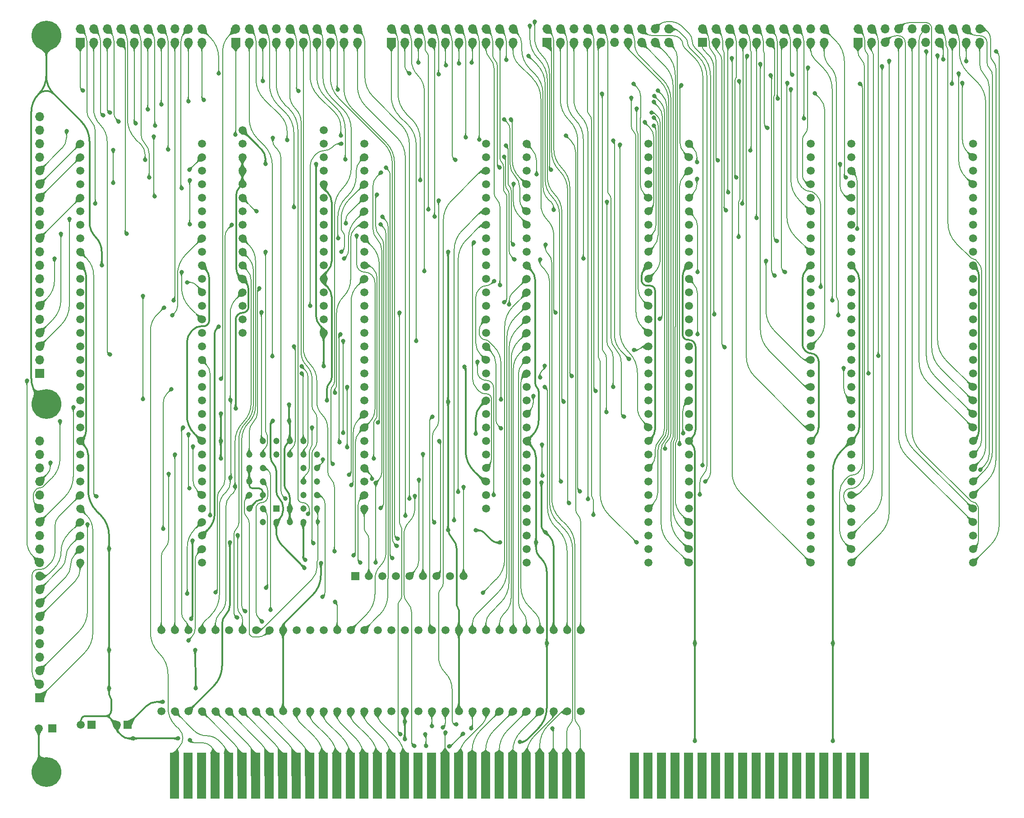
<source format=gbl>
%TF.GenerationSoftware,KiCad,Pcbnew,8.0.7*%
%TF.CreationDate,2025-01-06T08:50:41+02:00*%
%TF.ProjectId,VIA Board,56494120-426f-4617-9264-2e6b69636164,rev?*%
%TF.SameCoordinates,Original*%
%TF.FileFunction,Copper,L2,Bot*%
%TF.FilePolarity,Positive*%
%FSLAX46Y46*%
G04 Gerber Fmt 4.6, Leading zero omitted, Abs format (unit mm)*
G04 Created by KiCad (PCBNEW 8.0.7) date 2025-01-06 08:50:41*
%MOMM*%
%LPD*%
G01*
G04 APERTURE LIST*
%TA.AperFunction,ComponentPad*%
%ADD10C,1.500000*%
%TD*%
%TA.AperFunction,ComponentPad*%
%ADD11R,1.700000X1.700000*%
%TD*%
%TA.AperFunction,ComponentPad*%
%ADD12O,1.700000X1.700000*%
%TD*%
%TA.AperFunction,ComponentPad*%
%ADD13R,1.500000X1.500000*%
%TD*%
%TA.AperFunction,ComponentPad*%
%ADD14C,5.600000*%
%TD*%
%TA.AperFunction,ComponentPad*%
%ADD15R,1.200000X1.200000*%
%TD*%
%TA.AperFunction,ComponentPad*%
%ADD16C,1.200000*%
%TD*%
%TA.AperFunction,ConnectorPad*%
%ADD17R,1.780000X8.620000*%
%TD*%
%TA.AperFunction,ViaPad*%
%ADD18C,0.800000*%
%TD*%
%TA.AperFunction,Conductor*%
%ADD19C,0.380000*%
%TD*%
%TA.AperFunction,Conductor*%
%ADD20C,0.200000*%
%TD*%
G04 APERTURE END LIST*
D10*
%TO.P,B7,1,PB5*%
%TO.N,/PN5*%
X127050800Y118745000D03*
%TO.P,B7,2,PB6*%
%TO.N,/PN6*%
X127050800Y116205000D03*
%TO.P,B7,3,~{IRQ}_{AB}*%
%TO.N,/~{Interrupt}_{MN}*%
X127050800Y113665000D03*
%TO.P,B7,4,PB7*%
%TO.N,/PN7*%
X127050800Y111125000D03*
%TO.P,B7,5,CB1*%
%TO.N,/CN1*%
X127050800Y108585000D03*
%TO.P,B7,6,CB2*%
%TO.N,/CN2*%
X127050800Y106045000D03*
%TO.P,B7,7,~{Reset}*%
%TO.N,/~{Reset}*%
X127050800Y103505000D03*
%TO.P,B7,8,PHI2*%
%TO.N,/PHI2*%
X127050800Y100965000D03*
%TO.P,B7,9,R~{W}*%
%TO.N,/~{WD}*%
X127050800Y98425000D03*
%TO.P,B7,10,GND*%
%TO.N,/GND*%
X127050800Y95885000D03*
%TO.P,B7,11,Device_~{CS}_{AB}*%
%TO.N,/~{CS}_{MN}*%
X127050800Y93345000D03*
%TO.P,B7,12,D7*%
%TO.N,/D7*%
X127050800Y90805000D03*
%TO.P,B7,13,D6*%
%TO.N,/D6*%
X127050800Y88265000D03*
%TO.P,B7,14,D5*%
%TO.N,/D5*%
X127050800Y85725000D03*
%TO.P,B7,15,D4*%
%TO.N,/D4*%
X127050800Y83185000D03*
%TO.P,B7,16,D3*%
%TO.N,/D3*%
X127050800Y80645000D03*
%TO.P,B7,17,D2*%
%TO.N,/D2*%
X127050800Y78105000D03*
%TO.P,B7,18,D1*%
%TO.N,/D1*%
X127050800Y75565000D03*
%TO.P,B7,19,D0*%
%TO.N,/D0*%
X127050800Y73025000D03*
%TO.P,B7,20,Device_~{CS}_{CD}*%
%TO.N,/~{CS}_{OP}*%
X127050800Y70485000D03*
%TO.P,B7,21,A3*%
%TO.N,/A3*%
X127050800Y67945000D03*
%TO.P,B7,22,A2*%
%TO.N,/A2*%
X127050800Y65405000D03*
%TO.P,B7,23,GND*%
%TO.N,/GND*%
X127050800Y62865000D03*
%TO.P,B7,24,A1*%
%TO.N,/A1*%
X127050800Y60325000D03*
%TO.P,B7,25,A0*%
%TO.N,/A0*%
X127050800Y57785000D03*
%TO.P,B7,26,~{IRQ}_{CD}*%
%TO.N,/~{Interrupt}_{OP}*%
X127050800Y55245000D03*
%TO.P,B7,27,CC2*%
%TO.N,/CO2*%
X127050800Y52705000D03*
%TO.P,B7,28,CC1*%
%TO.N,/CO1*%
X127050800Y50165000D03*
%TO.P,B7,29,PC0*%
%TO.N,/PO0*%
X127050800Y47625000D03*
%TO.P,B7,30,PC1*%
%TO.N,/PO1*%
X127050800Y45085000D03*
%TO.P,B7,31,PC2*%
%TO.N,/PO2*%
X127050800Y42545000D03*
%TO.P,B7,32,PC3*%
%TO.N,/PO3*%
X127050800Y40005000D03*
%TO.P,B7,33,PC4*%
%TO.N,/PO4*%
X149910800Y40005000D03*
%TO.P,B7,34,PC5*%
%TO.N,/PO5*%
X149910800Y42545000D03*
%TO.P,B7,35,5V*%
%TO.N,/5V*%
X149910800Y45085000D03*
%TO.P,B7,36,PC6*%
%TO.N,/PO6*%
X149910800Y47625000D03*
%TO.P,B7,37,PC7*%
%TO.N,/PO7*%
X149910800Y50165000D03*
%TO.P,B7,38,PD0*%
%TO.N,/PP0*%
X149910800Y52705000D03*
%TO.P,B7,39,PD1*%
%TO.N,/PP1*%
X149910800Y55245000D03*
%TO.P,B7,40,PD2*%
%TO.N,/PP2*%
X149910800Y57785000D03*
%TO.P,B7,41,PD3*%
%TO.N,/PP3*%
X149910800Y60325000D03*
%TO.P,B7,42,GND*%
%TO.N,/GND*%
X149910800Y62865000D03*
%TO.P,B7,43,PD4*%
%TO.N,/PP4*%
X149910800Y65405000D03*
%TO.P,B7,44,PD5*%
%TO.N,/PP5*%
X149910800Y67945000D03*
%TO.P,B7,45,PD6*%
%TO.N,/PP6*%
X149910800Y70485000D03*
%TO.P,B7,46,PD7*%
%TO.N,/PP7*%
X149910800Y73025000D03*
%TO.P,B7,47,CD1*%
%TO.N,/CP1*%
X149910800Y75565000D03*
%TO.P,B7,48,CD2*%
%TO.N,/CP2*%
X149910800Y78105000D03*
%TO.P,B7,49,CA2*%
%TO.N,/CM2*%
X149910800Y80645000D03*
%TO.P,B7,50,CA1*%
%TO.N,/CM1*%
X149910800Y83185000D03*
%TO.P,B7,51,PA0*%
%TO.N,/PM0*%
X149910800Y85725000D03*
%TO.P,B7,52,PA1*%
%TO.N,/PM1*%
X149910800Y88265000D03*
%TO.P,B7,53,PA2*%
%TO.N,/PM2*%
X149910800Y90805000D03*
%TO.P,B7,54,PA3*%
%TO.N,/PM3*%
X149910800Y93345000D03*
%TO.P,B7,55,GND*%
%TO.N,/GND*%
X149910800Y95885000D03*
%TO.P,B7,56,PA4*%
%TO.N,/PM4*%
X149910800Y98425000D03*
%TO.P,B7,57,PA5*%
%TO.N,/PM5*%
X149910800Y100965000D03*
%TO.P,B7,58,PA6*%
%TO.N,/PM6*%
X149910800Y103505000D03*
%TO.P,B7,59,PA7*%
%TO.N,/PM7*%
X149910800Y106045000D03*
%TO.P,B7,60,PB0*%
%TO.N,/PN0*%
X149910800Y108585000D03*
%TO.P,B7,61,PB1*%
%TO.N,/PN1*%
X149910800Y111125000D03*
%TO.P,B7,62,PB2*%
%TO.N,/PN2*%
X149910800Y113665000D03*
%TO.P,B7,63,PB3*%
%TO.N,/PN3*%
X149910800Y116205000D03*
%TO.P,B7,64,PB4*%
%TO.N,/PN4*%
X149910800Y118745000D03*
%TD*%
%TO.P,B1,1,PB5*%
%TO.N,/PB5*%
X-17729200Y118745000D03*
%TO.P,B1,2,PB6*%
%TO.N,/PB6*%
X-17729200Y116205000D03*
%TO.P,B1,3,~{IRQ}_{AB}*%
%TO.N,/~{Interrupt}_{AB}*%
X-17729200Y113665000D03*
%TO.P,B1,4,PB7*%
%TO.N,/PB7*%
X-17729200Y111125000D03*
%TO.P,B1,5,CB1*%
%TO.N,/CB1*%
X-17729200Y108585000D03*
%TO.P,B1,6,CB2*%
%TO.N,/CB2*%
X-17729200Y106045000D03*
%TO.P,B1,7,~{Reset}*%
%TO.N,/~{Reset}*%
X-17729200Y103505000D03*
%TO.P,B1,8,PHI2*%
%TO.N,/PHI2*%
X-17729200Y100965000D03*
%TO.P,B1,9,R~{W}*%
%TO.N,/~{WD}*%
X-17729200Y98425000D03*
%TO.P,B1,10,GND*%
%TO.N,/GND*%
X-17729200Y95885000D03*
%TO.P,B1,11,Device_~{CS}_{AB}*%
%TO.N,/~{CS}_{AB}*%
X-17729200Y93345000D03*
%TO.P,B1,12,D7*%
%TO.N,/D7*%
X-17729200Y90805000D03*
%TO.P,B1,13,D6*%
%TO.N,/D6*%
X-17729200Y88265000D03*
%TO.P,B1,14,D5*%
%TO.N,/D5*%
X-17729200Y85725000D03*
%TO.P,B1,15,D4*%
%TO.N,/D4*%
X-17729200Y83185000D03*
%TO.P,B1,16,D3*%
%TO.N,/D3*%
X-17729200Y80645000D03*
%TO.P,B1,17,D2*%
%TO.N,/D2*%
X-17729200Y78105000D03*
%TO.P,B1,18,D1*%
%TO.N,/D1*%
X-17729200Y75565000D03*
%TO.P,B1,19,D0*%
%TO.N,/D0*%
X-17729200Y73025000D03*
%TO.P,B1,20,Device_~{CS}_{CD}*%
%TO.N,/~{CS}_{CD}*%
X-17729200Y70485000D03*
%TO.P,B1,21,A3*%
%TO.N,/A3*%
X-17729200Y67945000D03*
%TO.P,B1,22,A2*%
%TO.N,/A2*%
X-17729200Y65405000D03*
%TO.P,B1,23,GND*%
%TO.N,/GND*%
X-17729200Y62865000D03*
%TO.P,B1,24,A1*%
%TO.N,/A1*%
X-17729200Y60325000D03*
%TO.P,B1,25,A0*%
%TO.N,/A0*%
X-17729200Y57785000D03*
%TO.P,B1,26,~{IRQ}_{CD}*%
%TO.N,/~{Interrupt}_{CD}*%
X-17729200Y55245000D03*
%TO.P,B1,27,CC2*%
%TO.N,/CC2*%
X-17729200Y52705000D03*
%TO.P,B1,28,CC1*%
%TO.N,/CC1*%
X-17729200Y50165000D03*
%TO.P,B1,29,PC0*%
%TO.N,/PC0*%
X-17729200Y47625000D03*
%TO.P,B1,30,PC1*%
%TO.N,/PC1*%
X-17729200Y45085000D03*
%TO.P,B1,31,PC2*%
%TO.N,/PC2*%
X-17729200Y42545000D03*
%TO.P,B1,32,PC3*%
%TO.N,/PC3*%
X-17729200Y40005000D03*
%TO.P,B1,33,PC4*%
%TO.N,/PC4*%
X5130800Y40005000D03*
%TO.P,B1,34,PC5*%
%TO.N,/PC5*%
X5130800Y42545000D03*
%TO.P,B1,35,5V*%
%TO.N,/5V*%
X5130800Y45085000D03*
%TO.P,B1,36,PC6*%
%TO.N,/PC6*%
X5130800Y47625000D03*
%TO.P,B1,37,PC7*%
%TO.N,/PC7*%
X5130800Y50165000D03*
%TO.P,B1,38,PD0*%
%TO.N,/PD0*%
X5130800Y52705000D03*
%TO.P,B1,39,PD1*%
%TO.N,/PD1*%
X5130800Y55245000D03*
%TO.P,B1,40,PD2*%
%TO.N,/PD2*%
X5130800Y57785000D03*
%TO.P,B1,41,PD3*%
%TO.N,/PD3*%
X5130800Y60325000D03*
%TO.P,B1,42,GND*%
%TO.N,/GND*%
X5130800Y62865000D03*
%TO.P,B1,43,PD4*%
%TO.N,/PD4*%
X5130800Y65405000D03*
%TO.P,B1,44,PD5*%
%TO.N,/PD5*%
X5130800Y67945000D03*
%TO.P,B1,45,PD6*%
%TO.N,/PD6*%
X5130800Y70485000D03*
%TO.P,B1,46,PD7*%
%TO.N,/PD7*%
X5130800Y73025000D03*
%TO.P,B1,47,CD1*%
%TO.N,/CD1*%
X5130800Y75565000D03*
%TO.P,B1,48,CD2*%
%TO.N,/CD2*%
X5130800Y78105000D03*
%TO.P,B1,49,CA2*%
%TO.N,/CA2*%
X5130800Y80645000D03*
%TO.P,B1,50,CA1*%
%TO.N,/CA1*%
X5130800Y83185000D03*
%TO.P,B1,51,PA0*%
%TO.N,/PA0*%
X5130800Y85725000D03*
%TO.P,B1,52,PA1*%
%TO.N,/PA1*%
X5130800Y88265000D03*
%TO.P,B1,53,PA2*%
%TO.N,/PA2*%
X5130800Y90805000D03*
%TO.P,B1,54,PA3*%
%TO.N,/PA3*%
X5130800Y93345000D03*
%TO.P,B1,55,GND*%
%TO.N,/GND*%
X5130800Y95885000D03*
%TO.P,B1,56,PA4*%
%TO.N,/PA4*%
X5130800Y98425000D03*
%TO.P,B1,57,PA5*%
%TO.N,/PA5*%
X5130800Y100965000D03*
%TO.P,B1,58,PA6*%
%TO.N,/PA6*%
X5130800Y103505000D03*
%TO.P,B1,59,PA7*%
%TO.N,/PA7*%
X5130800Y106045000D03*
%TO.P,B1,60,PB0*%
%TO.N,/PB0*%
X5130800Y108585000D03*
%TO.P,B1,61,PB1*%
%TO.N,/PB1*%
X5130800Y111125000D03*
%TO.P,B1,62,PB2*%
%TO.N,/PB2*%
X5130800Y113665000D03*
%TO.P,B1,63,PB3*%
%TO.N,/PB3*%
X5130800Y116205000D03*
%TO.P,B1,64,PB4*%
%TO.N,/PB4*%
X5130800Y118745000D03*
%TD*%
%TO.P,B2,1,A0_{IN}*%
%TO.N,/A0_{D}*%
X-2489200Y12065000D03*
%TO.P,B2,2,A1_{IN}*%
%TO.N,/A1_{D}*%
X50800Y12065000D03*
%TO.P,B2,3,5V*%
%TO.N,/5V*%
X2590800Y12065000D03*
%TO.P,B2,4,A2_{IN}*%
%TO.N,/A2_{D}*%
X5130800Y12065000D03*
%TO.P,B2,5,A3_{IN}*%
%TO.N,/A3_{D}*%
X7670800Y12065000D03*
%TO.P,B2,6,A4_{IN}*%
%TO.N,/A4_{D}*%
X10210800Y12065000D03*
%TO.P,B2,7,A5_{IN}*%
%TO.N,/A5_{D}*%
X12750800Y12065000D03*
%TO.P,B2,8,A6_{IN}*%
%TO.N,/A6_{D}*%
X15290800Y12065000D03*
%TO.P,B2,9,A7_{IN}*%
%TO.N,/A7_{D}*%
X17830800Y12065000D03*
%TO.P,B2,10,GND*%
%TO.N,/GND*%
X20370800Y12065000D03*
%TO.P,B2,11,A8_{IN}*%
%TO.N,/A8_{D}*%
X22910800Y12065000D03*
%TO.P,B2,12,A9_{IN}*%
%TO.N,/A9_{D}*%
X25450800Y12065000D03*
%TO.P,B2,13,A10_{IN}*%
%TO.N,/A10_{D}*%
X27990800Y12065000D03*
%TO.P,B2,14,A11_{IN}*%
%TO.N,/A11_{D}*%
X30530800Y12065000D03*
%TO.P,B2,15,A12_{IN}*%
%TO.N,/A12_{D}*%
X33070800Y12065000D03*
%TO.P,B2,16,A13_{IN}*%
%TO.N,/A13_{D}*%
X35610800Y12065000D03*
%TO.P,B2,17,A14_{IN}*%
%TO.N,/A14_{D}*%
X38150800Y12065000D03*
%TO.P,B2,18,A15_{IN}*%
%TO.N,/GND*%
X40690800Y12065000D03*
%TO.P,B2,19,A16_{IN}*%
X43230800Y12065000D03*
%TO.P,B2,20,~{RD}_{IN}*%
%TO.N,/~{RD}_{D}*%
X45770800Y12065000D03*
%TO.P,B2,21,~{WD}_{IN}*%
%TO.N,/~{WD}_{D}*%
X48310800Y12065000D03*
%TO.P,B2,22,S_{IN}*%
%TO.N,/CLK_{D}*%
X50850800Y12065000D03*
%TO.P,B2,23,GND*%
%TO.N,/GND*%
X53390800Y12065000D03*
%TO.P,B2,24,D7_{IN/OUT}*%
%TO.N,/D7_{D}*%
X55930800Y12065000D03*
%TO.P,B2,25,D6_{IN/OUT}*%
%TO.N,/D6_{D}*%
X58470800Y12065000D03*
%TO.P,B2,26,D5_{IN/OUT}*%
%TO.N,/D5_{D}*%
X61010800Y12065000D03*
%TO.P,B2,27,D4_{IN/OUT}*%
%TO.N,/D4_{D}*%
X63550800Y12065000D03*
%TO.P,B2,28,D3_{IN/OUT}*%
%TO.N,/D3_{D}*%
X66090800Y12065000D03*
%TO.P,B2,29,D2_{IN/OUT}*%
%TO.N,/D2_{D}*%
X68630800Y12065000D03*
%TO.P,B2,30,D1_{IN/OUT}*%
%TO.N,/D1_{D}*%
X71170800Y12065000D03*
%TO.P,B2,31,D0_{IN/OUT}*%
%TO.N,/D0_{D}*%
X73710800Y12065000D03*
%TO.P,B2,32,Deivce_~{CS}_{IN}*%
%TO.N,/~{Select}_{D}*%
X76250800Y12065000D03*
%TO.P,B2,33,Deivce_~{CS}*%
%TO.N,/~{Device Select}*%
X76250800Y27305000D03*
%TO.P,B2,34,D0*%
%TO.N,/D0*%
X73710800Y27305000D03*
%TO.P,B2,35,5V*%
%TO.N,/5V*%
X71170800Y27305000D03*
%TO.P,B2,36,D1*%
%TO.N,/D1*%
X68630800Y27305000D03*
%TO.P,B2,37,D2*%
%TO.N,/D2*%
X66090800Y27305000D03*
%TO.P,B2,38,D3*%
%TO.N,/D3*%
X63550800Y27305000D03*
%TO.P,B2,39,D4*%
%TO.N,/D4*%
X61010800Y27305000D03*
%TO.P,B2,40,D5*%
%TO.N,/D5*%
X58470800Y27305000D03*
%TO.P,B2,41,D6*%
%TO.N,/D6*%
X55930800Y27305000D03*
%TO.P,B2,42,GND*%
%TO.N,/GND*%
X53390800Y27305000D03*
%TO.P,B2,43,D7*%
%TO.N,/D7*%
X50850800Y27305000D03*
%TO.P,B2,44,S*%
%TO.N,/CLK*%
X48310800Y27305000D03*
%TO.P,B2,45,~{WD}*%
%TO.N,/~{WD}*%
X45770800Y27305000D03*
%TO.P,B2,46,~{RD}*%
%TO.N,/~{RD}*%
X43230800Y27305000D03*
%TO.P,B2,47,A16*%
%TO.N,unconnected-(B2-A16-Pad47)*%
X40690800Y27305000D03*
%TO.P,B2,48,A15*%
%TO.N,unconnected-(B2-A15-Pad48)*%
X38150800Y27305000D03*
%TO.P,B2,49,A14*%
%TO.N,/A14*%
X35610800Y27305000D03*
%TO.P,B2,50,A13*%
%TO.N,/A13*%
X33070800Y27305000D03*
%TO.P,B2,51,A12*%
%TO.N,/A12*%
X30530800Y27305000D03*
%TO.P,B2,52,A11*%
%TO.N,/A11*%
X27990800Y27305000D03*
%TO.P,B2,53,A10*%
%TO.N,/A10*%
X25450800Y27305000D03*
%TO.P,B2,54,A9*%
%TO.N,/A9*%
X22910800Y27305000D03*
%TO.P,B2,55,GND*%
%TO.N,/GND*%
X20370800Y27305000D03*
%TO.P,B2,56,A8*%
%TO.N,/A8*%
X17830800Y27305000D03*
%TO.P,B2,57,A7*%
%TO.N,/A7*%
X15290800Y27305000D03*
%TO.P,B2,58,A6*%
%TO.N,/A6*%
X12750800Y27305000D03*
%TO.P,B2,59,A5*%
%TO.N,/A5*%
X10210800Y27305000D03*
%TO.P,B2,60,A4*%
%TO.N,/A4*%
X7670800Y27305000D03*
%TO.P,B2,61,A3*%
%TO.N,/A3*%
X5130800Y27305000D03*
%TO.P,B2,62,A2*%
%TO.N,/A2*%
X2590800Y27305000D03*
%TO.P,B2,63,A1*%
%TO.N,/A1*%
X50800Y27305000D03*
%TO.P,B2,64,A0*%
%TO.N,/A0*%
X-2489200Y27305000D03*
%TD*%
%TO.P,B6,1,PB5*%
%TO.N,/PJ5*%
X96570800Y118745000D03*
%TO.P,B6,2,PB6*%
%TO.N,/PJ6*%
X96570800Y116205000D03*
%TO.P,B6,3,~{IRQ}_{AB}*%
%TO.N,/~{Interrupt}_{XJ}*%
X96570800Y113665000D03*
%TO.P,B6,4,PB7*%
%TO.N,/PJ7*%
X96570800Y111125000D03*
%TO.P,B6,5,CB1*%
%TO.N,/CJ1*%
X96570800Y108585000D03*
%TO.P,B6,6,CB2*%
%TO.N,/CJ2*%
X96570800Y106045000D03*
%TO.P,B6,7,~{Reset}*%
%TO.N,/~{Reset}*%
X96570800Y103505000D03*
%TO.P,B6,8,PHI2*%
%TO.N,/PHI2*%
X96570800Y100965000D03*
%TO.P,B6,9,R~{W}*%
%TO.N,/~{WD}*%
X96570800Y98425000D03*
%TO.P,B6,10,GND*%
%TO.N,/GND*%
X96570800Y95885000D03*
%TO.P,B6,11,Device_~{CS}_{AB}*%
%TO.N,/~{CS}_{XJ}*%
X96570800Y93345000D03*
%TO.P,B6,12,D7*%
%TO.N,/D7*%
X96570800Y90805000D03*
%TO.P,B6,13,D6*%
%TO.N,/D6*%
X96570800Y88265000D03*
%TO.P,B6,14,D5*%
%TO.N,/D5*%
X96570800Y85725000D03*
%TO.P,B6,15,D4*%
%TO.N,/D4*%
X96570800Y83185000D03*
%TO.P,B6,16,D3*%
%TO.N,/D3*%
X96570800Y80645000D03*
%TO.P,B6,17,D2*%
%TO.N,/D2*%
X96570800Y78105000D03*
%TO.P,B6,18,D1*%
%TO.N,/D1*%
X96570800Y75565000D03*
%TO.P,B6,19,D0*%
%TO.N,/D0*%
X96570800Y73025000D03*
%TO.P,B6,20,Device_~{CS}_{CD}*%
%TO.N,/~{CS}_{KL}*%
X96570800Y70485000D03*
%TO.P,B6,21,A3*%
%TO.N,/A3*%
X96570800Y67945000D03*
%TO.P,B6,22,A2*%
%TO.N,/A2*%
X96570800Y65405000D03*
%TO.P,B6,23,GND*%
%TO.N,/GND*%
X96570800Y62865000D03*
%TO.P,B6,24,A1*%
%TO.N,/A1*%
X96570800Y60325000D03*
%TO.P,B6,25,A0*%
%TO.N,/A0*%
X96570800Y57785000D03*
%TO.P,B6,26,~{IRQ}_{CD}*%
%TO.N,/~{Interrupt}_{KL}*%
X96570800Y55245000D03*
%TO.P,B6,27,CC2*%
%TO.N,/CK2*%
X96570800Y52705000D03*
%TO.P,B6,28,CC1*%
%TO.N,/CK1*%
X96570800Y50165000D03*
%TO.P,B6,29,PC0*%
%TO.N,/PK0*%
X96570800Y47625000D03*
%TO.P,B6,30,PC1*%
%TO.N,/PK1*%
X96570800Y45085000D03*
%TO.P,B6,31,PC2*%
%TO.N,/PK2*%
X96570800Y42545000D03*
%TO.P,B6,32,PC3*%
%TO.N,/PK3*%
X96570800Y40005000D03*
%TO.P,B6,33,PC4*%
%TO.N,/PK4*%
X119430800Y40005000D03*
%TO.P,B6,34,PC5*%
%TO.N,/PK5*%
X119430800Y42545000D03*
%TO.P,B6,35,5V*%
%TO.N,/5V*%
X119430800Y45085000D03*
%TO.P,B6,36,PC6*%
%TO.N,/PK6*%
X119430800Y47625000D03*
%TO.P,B6,37,PC7*%
%TO.N,/PK7*%
X119430800Y50165000D03*
%TO.P,B6,38,PD0*%
%TO.N,/PL0*%
X119430800Y52705000D03*
%TO.P,B6,39,PD1*%
%TO.N,/PL1*%
X119430800Y55245000D03*
%TO.P,B6,40,PD2*%
%TO.N,/PL2*%
X119430800Y57785000D03*
%TO.P,B6,41,PD3*%
%TO.N,/PL3*%
X119430800Y60325000D03*
%TO.P,B6,42,GND*%
%TO.N,/GND*%
X119430800Y62865000D03*
%TO.P,B6,43,PD4*%
%TO.N,/PL4*%
X119430800Y65405000D03*
%TO.P,B6,44,PD5*%
%TO.N,/PL5*%
X119430800Y67945000D03*
%TO.P,B6,45,PD6*%
%TO.N,/PL6*%
X119430800Y70485000D03*
%TO.P,B6,46,PD7*%
%TO.N,/PL7*%
X119430800Y73025000D03*
%TO.P,B6,47,CD1*%
%TO.N,/CL1*%
X119430800Y75565000D03*
%TO.P,B6,48,CD2*%
%TO.N,/CL2*%
X119430800Y78105000D03*
%TO.P,B6,49,CA2*%
%TO.N,/CX2*%
X119430800Y80645000D03*
%TO.P,B6,50,CA1*%
%TO.N,/CX1*%
X119430800Y83185000D03*
%TO.P,B6,51,PA0*%
%TO.N,/PX0*%
X119430800Y85725000D03*
%TO.P,B6,52,PA1*%
%TO.N,/PX1*%
X119430800Y88265000D03*
%TO.P,B6,53,PA2*%
%TO.N,/PX2*%
X119430800Y90805000D03*
%TO.P,B6,54,PA3*%
%TO.N,/PX3*%
X119430800Y93345000D03*
%TO.P,B6,55,GND*%
%TO.N,/GND*%
X119430800Y95885000D03*
%TO.P,B6,56,PA4*%
%TO.N,/PX4*%
X119430800Y98425000D03*
%TO.P,B6,57,PA5*%
%TO.N,/PX5*%
X119430800Y100965000D03*
%TO.P,B6,58,PA6*%
%TO.N,/PX6*%
X119430800Y103505000D03*
%TO.P,B6,59,PA7*%
%TO.N,/PX7*%
X119430800Y106045000D03*
%TO.P,B6,60,PB0*%
%TO.N,/PJ0*%
X119430800Y108585000D03*
%TO.P,B6,61,PB1*%
%TO.N,/PJ1*%
X119430800Y111125000D03*
%TO.P,B6,62,PB2*%
%TO.N,/PJ2*%
X119430800Y113665000D03*
%TO.P,B6,63,PB3*%
%TO.N,/PJ3*%
X119430800Y116205000D03*
%TO.P,B6,64,PB4*%
%TO.N,/PJ4*%
X119430800Y118745000D03*
%TD*%
%TO.P,B4,1,PB5*%
%TO.N,/PF5*%
X66090800Y118745000D03*
%TO.P,B4,2,PB6*%
%TO.N,/PF6*%
X66090800Y116205000D03*
%TO.P,B4,3,~{IRQ}_{AB}*%
%TO.N,/~{Interrupt}_{EF}*%
X66090800Y113665000D03*
%TO.P,B4,4,PB7*%
%TO.N,/PF7*%
X66090800Y111125000D03*
%TO.P,B4,5,CB1*%
%TO.N,/CF1*%
X66090800Y108585000D03*
%TO.P,B4,6,CB2*%
%TO.N,/CF2*%
X66090800Y106045000D03*
%TO.P,B4,7,~{Reset}*%
%TO.N,/~{Reset}*%
X66090800Y103505000D03*
%TO.P,B4,8,PHI2*%
%TO.N,/PHI2*%
X66090800Y100965000D03*
%TO.P,B4,9,R~{W}*%
%TO.N,/~{WD}*%
X66090800Y98425000D03*
%TO.P,B4,10,GND*%
%TO.N,/GND*%
X66090800Y95885000D03*
%TO.P,B4,11,Device_~{CS}_{AB}*%
%TO.N,/~{CS}_{EF}*%
X66090800Y93345000D03*
%TO.P,B4,12,D7*%
%TO.N,/D7*%
X66090800Y90805000D03*
%TO.P,B4,13,D6*%
%TO.N,/D6*%
X66090800Y88265000D03*
%TO.P,B4,14,D5*%
%TO.N,/D5*%
X66090800Y85725000D03*
%TO.P,B4,15,D4*%
%TO.N,/D4*%
X66090800Y83185000D03*
%TO.P,B4,16,D3*%
%TO.N,/D3*%
X66090800Y80645000D03*
%TO.P,B4,17,D2*%
%TO.N,/D2*%
X66090800Y78105000D03*
%TO.P,B4,18,D1*%
%TO.N,/D1*%
X66090800Y75565000D03*
%TO.P,B4,19,D0*%
%TO.N,/D0*%
X66090800Y73025000D03*
%TO.P,B4,20,Device_~{CS}_{CD}*%
%TO.N,/~{CS}_{GH}*%
X66090800Y70485000D03*
%TO.P,B4,21,A3*%
%TO.N,/A3*%
X66090800Y67945000D03*
%TO.P,B4,22,A2*%
%TO.N,/A2*%
X66090800Y65405000D03*
%TO.P,B4,23,GND*%
%TO.N,/GND*%
X66090800Y62865000D03*
%TO.P,B4,24,A1*%
%TO.N,/A1*%
X66090800Y60325000D03*
%TO.P,B4,25,A0*%
%TO.N,/A0*%
X66090800Y57785000D03*
%TO.P,B4,26,~{IRQ}_{CD}*%
%TO.N,/~{Interrupt}_{GH}*%
X66090800Y55245000D03*
%TO.P,B4,27,CC2*%
%TO.N,/CG2*%
X66090800Y52705000D03*
%TO.P,B4,28,CC1*%
%TO.N,/CG1*%
X66090800Y50165000D03*
%TO.P,B4,29,PC0*%
%TO.N,/PG0*%
X66090800Y47625000D03*
%TO.P,B4,30,PC1*%
%TO.N,/PG1*%
X66090800Y45085000D03*
%TO.P,B4,31,PC2*%
%TO.N,/PG2*%
X66090800Y42545000D03*
%TO.P,B4,32,PC3*%
%TO.N,/PG3*%
X66090800Y40005000D03*
%TO.P,B4,33,PC4*%
%TO.N,/PG4*%
X88950800Y40005000D03*
%TO.P,B4,34,PC5*%
%TO.N,/PG5*%
X88950800Y42545000D03*
%TO.P,B4,35,5V*%
%TO.N,/5V*%
X88950800Y45085000D03*
%TO.P,B4,36,PC6*%
%TO.N,/PG6*%
X88950800Y47625000D03*
%TO.P,B4,37,PC7*%
%TO.N,/PG7*%
X88950800Y50165000D03*
%TO.P,B4,38,PD0*%
%TO.N,/PH0*%
X88950800Y52705000D03*
%TO.P,B4,39,PD1*%
%TO.N,/PH1*%
X88950800Y55245000D03*
%TO.P,B4,40,PD2*%
%TO.N,/PH2*%
X88950800Y57785000D03*
%TO.P,B4,41,PD3*%
%TO.N,/PH3*%
X88950800Y60325000D03*
%TO.P,B4,42,GND*%
%TO.N,/GND*%
X88950800Y62865000D03*
%TO.P,B4,43,PD4*%
%TO.N,/PH4*%
X88950800Y65405000D03*
%TO.P,B4,44,PD5*%
%TO.N,/PH5*%
X88950800Y67945000D03*
%TO.P,B4,45,PD6*%
%TO.N,/PH6*%
X88950800Y70485000D03*
%TO.P,B4,46,PD7*%
%TO.N,/PH7*%
X88950800Y73025000D03*
%TO.P,B4,47,CD1*%
%TO.N,/CH1*%
X88950800Y75565000D03*
%TO.P,B4,48,CD2*%
%TO.N,/CH2*%
X88950800Y78105000D03*
%TO.P,B4,49,CA2*%
%TO.N,/CE2*%
X88950800Y80645000D03*
%TO.P,B4,50,CA1*%
%TO.N,/CE1*%
X88950800Y83185000D03*
%TO.P,B4,51,PA0*%
%TO.N,/PE0*%
X88950800Y85725000D03*
%TO.P,B4,52,PA1*%
%TO.N,/PE1*%
X88950800Y88265000D03*
%TO.P,B4,53,PA2*%
%TO.N,/PE2*%
X88950800Y90805000D03*
%TO.P,B4,54,PA3*%
%TO.N,/PE3*%
X88950800Y93345000D03*
%TO.P,B4,55,GND*%
%TO.N,/GND*%
X88950800Y95885000D03*
%TO.P,B4,56,PA4*%
%TO.N,/PE4*%
X88950800Y98425000D03*
%TO.P,B4,57,PA5*%
%TO.N,/PE5*%
X88950800Y100965000D03*
%TO.P,B4,58,PA6*%
%TO.N,/PE6*%
X88950800Y103505000D03*
%TO.P,B4,59,PA7*%
%TO.N,/PE7*%
X88950800Y106045000D03*
%TO.P,B4,60,PB0*%
%TO.N,/PF0*%
X88950800Y108585000D03*
%TO.P,B4,61,PB1*%
%TO.N,/PF1*%
X88950800Y111125000D03*
%TO.P,B4,62,PB2*%
%TO.N,/PF2*%
X88950800Y113665000D03*
%TO.P,B4,63,PB3*%
%TO.N,/PF3*%
X88950800Y116205000D03*
%TO.P,B4,64,PB4*%
%TO.N,/PF4*%
X88950800Y118745000D03*
%TD*%
%TO.P,B3,1,5V*%
%TO.N,/5V*%
X12750800Y121285000D03*
%TO.P,B3,2,~{Device_Select}*%
%TO.N,/~{Device Select}*%
X12750800Y118745000D03*
%TO.P,B3,3,A16*%
%TO.N,/GND*%
X12750800Y116205000D03*
%TO.P,B3,4,A15*%
X12750800Y113665000D03*
%TO.P,B3,5,GND*%
X12750800Y111125000D03*
%TO.P,B3,6,A14*%
%TO.N,/A14*%
X12750800Y108585000D03*
%TO.P,B3,7,A13*%
%TO.N,/A13*%
X12750800Y106045000D03*
%TO.P,B3,8,A12*%
%TO.N,/A12*%
X12750800Y103505000D03*
%TO.P,B3,9,A11*%
%TO.N,/A11*%
X12750800Y100965000D03*
%TO.P,B3,10,A10*%
%TO.N,/A10*%
X12750800Y98425000D03*
%TO.P,B3,11,A4*%
%TO.N,/A4*%
X12750800Y95885000D03*
%TO.P,B3,12,GND*%
%TO.N,/GND*%
X12750800Y93345000D03*
%TO.P,B3,13,A3*%
%TO.N,/A3*%
X12750800Y90805000D03*
%TO.P,B3,14,~{Reset}_{IN2}*%
%TO.N,/~{Reset}_{System}*%
X12750800Y88265000D03*
%TO.P,B3,15,~{Reset}_{IN1}*%
%TO.N,/~{Reset}_{D}*%
X12750800Y85725000D03*
%TO.P,B3,16,N.C.*%
%TO.N,unconnected-(B3-N.C.-Pad16)*%
X12750800Y83185000D03*
%TO.P,B3,17,5V*%
%TO.N,/5V*%
X27990800Y83185000D03*
%TO.P,B3,18,Reset_{OUT}*%
%TO.N,unconnected-(B3-Reset_{OUT}-Pad18)*%
X27990800Y85725000D03*
%TO.P,B3,19,~{Reset}_{OUT}*%
%TO.N,/~{Reset}_{3V}*%
X27990800Y88265000D03*
%TO.P,B3,20,~{A3}*%
%TO.N,unconnected-(B3-~{A3}-Pad20)*%
X27990800Y90805000D03*
%TO.P,B3,21,GND*%
%TO.N,/GND*%
X27990800Y93345000D03*
%TO.P,B3,22,~{A4}*%
%TO.N,unconnected-(B3-~{A4}-Pad22)*%
X27990800Y95885000D03*
%TO.P,B3,23,~{Device_RAM}*%
%TO.N,/~{Device ROM}*%
X27990800Y98425000D03*
%TO.P,B3,24,~{Device_Registers}*%
%TO.N,/~{Device Registers}*%
X27990800Y100965000D03*
%TO.P,B3,25,~{Device_ROM}*%
%TO.N,/~{Device RAM}*%
X27990800Y103505000D03*
%TO.P,B3,26,N.C.*%
%TO.N,unconnected-(B3-N.C.-Pad26)*%
X27990800Y106045000D03*
%TO.P,B3,27,N.C.*%
%TO.N,unconnected-(B3-N.C.-Pad27)*%
X27990800Y108585000D03*
%TO.P,B3,28,GND*%
%TO.N,/GND*%
X27990800Y111125000D03*
%TO.P,B3,29,N.C.*%
%TO.N,unconnected-(B3-N.C.-Pad29)*%
X27990800Y113665000D03*
%TO.P,B3,30,N.C.*%
%TO.N,unconnected-(B3-N.C.-Pad30)*%
X27990800Y116205000D03*
%TO.P,B3,31,N.C.*%
%TO.N,unconnected-(B3-N.C.-Pad31)*%
X27990800Y118745000D03*
%TO.P,B3,32,N.C.*%
%TO.N,unconnected-(B3-N.C.-Pad32)*%
X27990800Y121285000D03*
%TD*%
%TO.P,B5,1,~{Reset}*%
%TO.N,/~{Reset}_{3V}*%
X35610800Y118745000D03*
%TO.P,B5,2,~{Device_Registers}*%
%TO.N,/~{Device Registers}*%
X35610800Y116205000D03*
%TO.P,B5,3,5V*%
%TO.N,/5V*%
X35610800Y113665000D03*
%TO.P,B5,4,~{Device_ROM}*%
%TO.N,/~{Device ROM}*%
X35610800Y111125000D03*
%TO.P,B5,5,~{Device_RAM}*%
%TO.N,/~{Device RAM}*%
X35610800Y108585000D03*
%TO.P,B5,6,A4*%
%TO.N,/A4*%
X35610800Y106045000D03*
%TO.P,B5,7,A3*%
%TO.N,/A3*%
X35610800Y103505000D03*
%TO.P,B5,8,A2*%
%TO.N,/A2*%
X35610800Y100965000D03*
%TO.P,B5,9,GND*%
%TO.N,/GND*%
X35610800Y98425000D03*
%TO.P,B5,10,A1*%
%TO.N,/A1*%
X35610800Y95885000D03*
%TO.P,B5,11,A0*%
%TO.N,/A0*%
X35610800Y93345000D03*
%TO.P,B5,12,D7*%
%TO.N,/D7*%
X35610800Y90805000D03*
%TO.P,B5,13,D6*%
%TO.N,/D6*%
X35610800Y88265000D03*
%TO.P,B5,14,D5*%
%TO.N,/D5*%
X35610800Y85725000D03*
%TO.P,B5,15,D4*%
%TO.N,/D4*%
X35610800Y83185000D03*
%TO.P,B5,16,D3*%
%TO.N,/D3*%
X35610800Y80645000D03*
%TO.P,B5,17,D2*%
%TO.N,/D2*%
X35610800Y78105000D03*
%TO.P,B5,18,D1*%
%TO.N,/D1*%
X35610800Y75565000D03*
%TO.P,B5,19,D0*%
%TO.N,/D0*%
X35610800Y73025000D03*
%TO.P,B5,20,GND*%
%TO.N,/GND*%
X35610800Y70485000D03*
%TO.P,B5,21,~{IRQ}_{OP}*%
%TO.N,/~{Interrupt}_{OP}*%
X35610800Y67945000D03*
%TO.P,B5,22,~{IRQ}_{MN}*%
%TO.N,/~{Interrupt}_{MN}*%
X35610800Y65405000D03*
%TO.P,B5,23,~{IRQ}_{KL}*%
%TO.N,/~{Interrupt}_{KL}*%
X35610800Y62865000D03*
%TO.P,B5,24,~{IRQ}_{XJ}*%
%TO.N,/~{Interrupt}_{XJ}*%
X35610800Y60325000D03*
%TO.P,B5,25,~{IRQ}_{GH}*%
%TO.N,/~{Interrupt}_{GH}*%
X35610800Y57785000D03*
%TO.P,B5,26,~{IRQ}_{EF}*%
%TO.N,/~{Interrupt}_{EF}*%
X35610800Y55245000D03*
%TO.P,B5,27,~{IRQ}_{CD}*%
%TO.N,/~{Interrupt}_{CD}*%
X35610800Y52705000D03*
%TO.P,B5,28,~{IRQ}_{AB}*%
%TO.N,/~{Interrupt}_{AB}*%
X35610800Y50165000D03*
%TO.P,B5,29,N.C.*%
%TO.N,unconnected-(B5-N.C.-Pad29)*%
X58470800Y50165000D03*
%TO.P,B5,30,~{IRQ}*%
%TO.N,/~{Interrupt}_{D}*%
X58470800Y52705000D03*
%TO.P,B5,31,5V*%
%TO.N,/5V*%
X58470800Y55245000D03*
%TO.P,B5,32,VIA_PHI2_{5V}*%
%TO.N,/PHI2*%
X58470800Y57785000D03*
%TO.P,B5,33,N.C.*%
%TO.N,unconnected-(B5-N.C.-Pad33)*%
X58470800Y60325000D03*
%TO.P,B5,34,N.C.*%
%TO.N,unconnected-(B5-N.C.-Pad34)*%
X58470800Y62865000D03*
%TO.P,B5,35,N.C.*%
%TO.N,unconnected-(B5-N.C.-Pad35)*%
X58470800Y65405000D03*
%TO.P,B5,36,CLK*%
%TO.N,/CLK*%
X58470800Y67945000D03*
%TO.P,B5,37,GND*%
%TO.N,/GND*%
X58470800Y70485000D03*
%TO.P,B5,38,N.C.*%
%TO.N,unconnected-(B5-N.C.-Pad38)*%
X58470800Y73025000D03*
%TO.P,B5,39,~{CS}_{OP_5V}*%
%TO.N,/~{CS}_{OP}*%
X58470800Y75565000D03*
%TO.P,B5,40,~{CS}_{MN_5V}*%
%TO.N,/~{CS}_{MN}*%
X58470800Y78105000D03*
%TO.P,B5,41,~{CS}_{KL_5V}*%
%TO.N,/~{CS}_{KL}*%
X58470800Y80645000D03*
%TO.P,B5,42,~{CS}_{XJ_5V}*%
%TO.N,/~{CS}_{XJ}*%
X58470800Y83185000D03*
%TO.P,B5,43,~{CS}_{GH_5V}*%
%TO.N,/~{CS}_{GH}*%
X58470800Y85725000D03*
%TO.P,B5,44,~{CS}_{EF_5V}*%
%TO.N,/~{CS}_{EF}*%
X58470800Y88265000D03*
%TO.P,B5,45,~{CS}_{CD_5V}*%
%TO.N,/~{CS}_{CD}*%
X58470800Y90805000D03*
%TO.P,B5,46,~{CS}_{AB_5V}*%
%TO.N,/~{CS}_{AB}*%
X58470800Y93345000D03*
%TO.P,B5,47,N.C.*%
%TO.N,unconnected-(B5-N.C.-Pad47)*%
X58470800Y95885000D03*
%TO.P,B5,48,GND*%
%TO.N,/GND*%
X58470800Y98425000D03*
%TO.P,B5,49,N.C.*%
%TO.N,unconnected-(B5-N.C.-Pad49)*%
X58470800Y100965000D03*
%TO.P,B5,50,A5*%
%TO.N,/A5*%
X58470800Y103505000D03*
%TO.P,B5,51,A6*%
%TO.N,/A6*%
X58470800Y106045000D03*
%TO.P,B5,52,A7*%
%TO.N,/A7*%
X58470800Y108585000D03*
%TO.P,B5,53,~{Reset}_{5V}*%
%TO.N,/~{Reset}*%
X58470800Y111125000D03*
%TO.P,B5,54,H0*%
%TO.N,/H2_{D}*%
X58470800Y113665000D03*
%TO.P,B5,55,H1*%
%TO.N,/H1_{D}*%
X58470800Y116205000D03*
%TO.P,B5,56,H2*%
%TO.N,/H0_{D}*%
X58470800Y118745000D03*
%TD*%
D11*
%TO.P,J4,1,Pin_1*%
%TO.N,/CG1*%
X11480800Y137795000D03*
D12*
%TO.P,J4,2,Pin_2*%
%TO.N,/CH1*%
X11480800Y140335000D03*
%TO.P,J4,3,Pin_3*%
%TO.N,/CG2*%
X14020800Y137795000D03*
%TO.P,J4,4,Pin_4*%
%TO.N,/CH2*%
X14020800Y140335000D03*
%TO.P,J4,5,Pin_5*%
%TO.N,/PG7*%
X16560800Y137795000D03*
%TO.P,J4,6,Pin_6*%
%TO.N,/PH7*%
X16560800Y140335000D03*
%TO.P,J4,7,Pin_7*%
%TO.N,/PG6*%
X19100800Y137795000D03*
%TO.P,J4,8,Pin_8*%
%TO.N,/PH6*%
X19100800Y140335000D03*
%TO.P,J4,9,Pin_9*%
%TO.N,/PG5*%
X21640800Y137795000D03*
%TO.P,J4,10,Pin_10*%
%TO.N,/PH5*%
X21640800Y140335000D03*
%TO.P,J4,11,Pin_11*%
%TO.N,/PG4*%
X24180800Y137795000D03*
%TO.P,J4,12,Pin_12*%
%TO.N,/PH4*%
X24180800Y140335000D03*
%TO.P,J4,13,Pin_13*%
%TO.N,/PG3*%
X26720800Y137795000D03*
%TO.P,J4,14,Pin_14*%
%TO.N,/PH3*%
X26720800Y140335000D03*
%TO.P,J4,15,Pin_15*%
%TO.N,/PG2*%
X29260800Y137795000D03*
%TO.P,J4,16,Pin_16*%
%TO.N,/PH2*%
X29260800Y140335000D03*
%TO.P,J4,17,Pin_17*%
%TO.N,/PG1*%
X31800800Y137795000D03*
%TO.P,J4,18,Pin_18*%
%TO.N,/PH1*%
X31800800Y140335000D03*
%TO.P,J4,19,Pin_19*%
%TO.N,/PG0*%
X34340800Y137795000D03*
%TO.P,J4,20,Pin_20*%
%TO.N,/PH0*%
X34340800Y140335000D03*
%TD*%
D11*
%TO.P,J6,1,Pin_1*%
%TO.N,/CX1*%
X40690800Y137795000D03*
D12*
%TO.P,J6,2,Pin_2*%
%TO.N,/CJ1*%
X40690800Y140335000D03*
%TO.P,J6,3,Pin_3*%
%TO.N,/CX2*%
X43230800Y137795000D03*
%TO.P,J6,4,Pin_4*%
%TO.N,/CJ2*%
X43230800Y140335000D03*
%TO.P,J6,5,Pin_5*%
%TO.N,/PX7*%
X45770800Y137795000D03*
%TO.P,J6,6,Pin_6*%
%TO.N,/PJ7*%
X45770800Y140335000D03*
%TO.P,J6,7,Pin_7*%
%TO.N,/PX6*%
X48310800Y137795000D03*
%TO.P,J6,8,Pin_8*%
%TO.N,/PJ6*%
X48310800Y140335000D03*
%TO.P,J6,9,Pin_9*%
%TO.N,/PX5*%
X50850800Y137795000D03*
%TO.P,J6,10,Pin_10*%
%TO.N,/PJ5*%
X50850800Y140335000D03*
%TO.P,J6,11,Pin_11*%
%TO.N,/PX4*%
X53390800Y137795000D03*
%TO.P,J6,12,Pin_12*%
%TO.N,/PJ4*%
X53390800Y140335000D03*
%TO.P,J6,13,Pin_13*%
%TO.N,/PX3*%
X55930800Y137795000D03*
%TO.P,J6,14,Pin_14*%
%TO.N,/PJ3*%
X55930800Y140335000D03*
%TO.P,J6,15,Pin_15*%
%TO.N,/PX2*%
X58470800Y137795000D03*
%TO.P,J6,16,Pin_16*%
%TO.N,/PJ2*%
X58470800Y140335000D03*
%TO.P,J6,17,Pin_17*%
%TO.N,/PX1*%
X61010800Y137795000D03*
%TO.P,J6,18,Pin_18*%
%TO.N,/PJ1*%
X61010800Y140335000D03*
%TO.P,J6,19,Pin_19*%
%TO.N,/PX0*%
X63550800Y137795000D03*
%TO.P,J6,20,Pin_20*%
%TO.N,/PJ0*%
X63550800Y140335000D03*
%TD*%
D13*
%TO.P,RN1,1,PC*%
%TO.N,/3.3V*%
X33959800Y37465000D03*
D10*
%TO.P,RN1,2,R1*%
%TO.N,/~{Interrupt}_{AB}*%
X36499800Y37465000D03*
%TO.P,RN1,3,R2*%
%TO.N,/~{Interrupt}_{CD}*%
X39039800Y37465000D03*
%TO.P,RN1,4,R3*%
%TO.N,/~{Interrupt}_{EF}*%
X41579800Y37465000D03*
%TO.P,RN1,5,R4*%
%TO.N,/~{Interrupt}_{GH}*%
X44119800Y37465000D03*
%TO.P,RN1,6,R5*%
%TO.N,/~{Interrupt}_{XJ}*%
X46659800Y37465000D03*
%TO.P,RN1,7,R6*%
%TO.N,/~{Interrupt}_{KL}*%
X49199800Y37465000D03*
%TO.P,RN1,8,R7*%
%TO.N,/~{Interrupt}_{MN}*%
X51739800Y37465000D03*
%TO.P,RN1,9,R8*%
%TO.N,/~{Interrupt}_{OP}*%
X54279800Y37465000D03*
%TD*%
D11*
%TO.P,J9,1,Pin_1*%
%TO.N,/CO1*%
X128320800Y137795000D03*
D12*
%TO.P,J9,2,Pin_2*%
%TO.N,/CP1*%
X128320800Y140335000D03*
%TO.P,J9,3,Pin_3*%
%TO.N,/CO2*%
X130860800Y137795000D03*
%TO.P,J9,4,Pin_4*%
%TO.N,/CP2*%
X130860800Y140335000D03*
%TO.P,J9,5,Pin_5*%
%TO.N,/PO7*%
X133400800Y137795000D03*
%TO.P,J9,6,Pin_6*%
%TO.N,/PP7*%
X133400800Y140335000D03*
%TO.P,J9,7,Pin_7*%
%TO.N,/PO6*%
X135940800Y137795000D03*
%TO.P,J9,8,Pin_8*%
%TO.N,/PP6*%
X135940800Y140335000D03*
%TO.P,J9,9,Pin_9*%
%TO.N,/PO5*%
X138480800Y137795000D03*
%TO.P,J9,10,Pin_10*%
%TO.N,/PP5*%
X138480800Y140335000D03*
%TO.P,J9,11,Pin_11*%
%TO.N,/PO4*%
X141020800Y137795000D03*
%TO.P,J9,12,Pin_12*%
%TO.N,/PP4*%
X141020800Y140335000D03*
%TO.P,J9,13,Pin_13*%
%TO.N,/PO3*%
X143560800Y137795000D03*
%TO.P,J9,14,Pin_14*%
%TO.N,/PP3*%
X143560800Y140335000D03*
%TO.P,J9,15,Pin_15*%
%TO.N,/PO2*%
X146100800Y137795000D03*
%TO.P,J9,16,Pin_16*%
%TO.N,/PP2*%
X146100800Y140335000D03*
%TO.P,J9,17,Pin_17*%
%TO.N,/PO1*%
X148640800Y137795000D03*
%TO.P,J9,18,Pin_18*%
%TO.N,/PP1*%
X148640800Y140335000D03*
%TO.P,J9,19,Pin_19*%
%TO.N,/PO0*%
X151180800Y137795000D03*
%TO.P,J9,20,Pin_20*%
%TO.N,/PP0*%
X151180800Y140335000D03*
%TD*%
D11*
%TO.P,J1,1,Pin_1*%
%TO.N,/CA1*%
X-25349200Y75565000D03*
D12*
%TO.P,J1,2,Pin_2*%
%TO.N,/CA2*%
X-25349200Y78105000D03*
%TO.P,J1,3,Pin_3*%
%TO.N,/PA7*%
X-25349200Y80645000D03*
%TO.P,J1,4,Pin_4*%
%TO.N,/PA6*%
X-25349200Y83185000D03*
%TO.P,J1,5,Pin_5*%
%TO.N,/PA5*%
X-25349200Y85725000D03*
%TO.P,J1,6,Pin_6*%
%TO.N,/PA4*%
X-25349200Y88265000D03*
%TO.P,J1,7,Pin_7*%
%TO.N,/PA3*%
X-25349200Y90805000D03*
%TO.P,J1,8,Pin_8*%
%TO.N,/PA2*%
X-25349200Y93345000D03*
%TO.P,J1,9,Pin_9*%
%TO.N,/PA1*%
X-25349200Y95885000D03*
%TO.P,J1,10,Pin_10*%
%TO.N,/PA0*%
X-25349200Y98425000D03*
%TO.P,J1,11,Pin_11*%
%TO.N,/CB1*%
X-25349200Y100965000D03*
%TO.P,J1,12,Pin_12*%
%TO.N,/CB2*%
X-25349200Y103505000D03*
%TO.P,J1,13,Pin_13*%
%TO.N,/PB7*%
X-25349200Y106045000D03*
%TO.P,J1,14,Pin_14*%
%TO.N,/PB6*%
X-25349200Y108585000D03*
%TO.P,J1,15,Pin_15*%
%TO.N,/PB5*%
X-25349200Y111125000D03*
%TO.P,J1,16,Pin_16*%
%TO.N,/PB4*%
X-25349200Y113665000D03*
%TO.P,J1,17,Pin_17*%
%TO.N,/PB3*%
X-25349200Y116205000D03*
%TO.P,J1,18,Pin_18*%
%TO.N,/PB2*%
X-25349200Y118745000D03*
%TO.P,J1,19,Pin_19*%
%TO.N,/PB1*%
X-25349200Y121285000D03*
%TO.P,J1,20,Pin_20*%
%TO.N,/PB0*%
X-25349200Y123825000D03*
%TD*%
D11*
%TO.P,J8,1,Pin_1*%
%TO.N,/CK1*%
X69900800Y137795000D03*
D12*
%TO.P,J8,2,Pin_2*%
%TO.N,/CL1*%
X69900800Y140335000D03*
%TO.P,J8,3,Pin_3*%
%TO.N,/CK2*%
X72440800Y137795000D03*
%TO.P,J8,4,Pin_4*%
%TO.N,/CL2*%
X72440800Y140335000D03*
%TO.P,J8,5,Pin_5*%
%TO.N,/PK7*%
X74980800Y137795000D03*
%TO.P,J8,6,Pin_6*%
%TO.N,/PL7*%
X74980800Y140335000D03*
%TO.P,J8,7,Pin_7*%
%TO.N,/PK6*%
X77520800Y137795000D03*
%TO.P,J8,8,Pin_8*%
%TO.N,/PL6*%
X77520800Y140335000D03*
%TO.P,J8,9,Pin_9*%
%TO.N,/PK5*%
X80060800Y137795000D03*
%TO.P,J8,10,Pin_10*%
%TO.N,/PL5*%
X80060800Y140335000D03*
%TO.P,J8,11,Pin_11*%
%TO.N,/PK4*%
X82600800Y137795000D03*
%TO.P,J8,12,Pin_12*%
%TO.N,/PL4*%
X82600800Y140335000D03*
%TO.P,J8,13,Pin_13*%
%TO.N,/PK3*%
X85140800Y137795000D03*
%TO.P,J8,14,Pin_14*%
%TO.N,/PL3*%
X85140800Y140335000D03*
%TO.P,J8,15,Pin_15*%
%TO.N,/PK2*%
X87680800Y137795000D03*
%TO.P,J8,16,Pin_16*%
%TO.N,/PL2*%
X87680800Y140335000D03*
%TO.P,J8,17,Pin_17*%
%TO.N,/PK1*%
X90220800Y137795000D03*
%TO.P,J8,18,Pin_18*%
%TO.N,/PL1*%
X90220800Y140335000D03*
%TO.P,J8,19,Pin_19*%
%TO.N,/PK0*%
X92760800Y137795000D03*
%TO.P,J8,20,Pin_20*%
%TO.N,/PL0*%
X92760800Y140335000D03*
%TD*%
D14*
%TO.P,H1,1,GND*%
%TO.N,/GND*%
X-24079200Y69850000D03*
%TD*%
D11*
%TO.P,J7,1,Pin_1*%
%TO.N,/CM1*%
X99110800Y137795000D03*
D12*
%TO.P,J7,2,Pin_2*%
%TO.N,/CN1*%
X99110800Y140335000D03*
%TO.P,J7,3,Pin_3*%
%TO.N,/CM2*%
X101650800Y137795000D03*
%TO.P,J7,4,Pin_4*%
%TO.N,/CN2*%
X101650800Y140335000D03*
%TO.P,J7,5,Pin_5*%
%TO.N,/PM7*%
X104190800Y137795000D03*
%TO.P,J7,6,Pin_6*%
%TO.N,/PN7*%
X104190800Y140335000D03*
%TO.P,J7,7,Pin_7*%
%TO.N,/PM6*%
X106730800Y137795000D03*
%TO.P,J7,8,Pin_8*%
%TO.N,/PN6*%
X106730800Y140335000D03*
%TO.P,J7,9,Pin_9*%
%TO.N,/PM5*%
X109270800Y137795000D03*
%TO.P,J7,10,Pin_10*%
%TO.N,/PN5*%
X109270800Y140335000D03*
%TO.P,J7,11,Pin_11*%
%TO.N,/PM4*%
X111810800Y137795000D03*
%TO.P,J7,12,Pin_12*%
%TO.N,/PN4*%
X111810800Y140335000D03*
%TO.P,J7,13,Pin_13*%
%TO.N,/PM3*%
X114350800Y137795000D03*
%TO.P,J7,14,Pin_14*%
%TO.N,/PN3*%
X114350800Y140335000D03*
%TO.P,J7,15,Pin_15*%
%TO.N,/PM2*%
X116890800Y137795000D03*
%TO.P,J7,16,Pin_16*%
%TO.N,/PN2*%
X116890800Y140335000D03*
%TO.P,J7,17,Pin_17*%
%TO.N,/PM1*%
X119430800Y137795000D03*
%TO.P,J7,18,Pin_18*%
%TO.N,/PN1*%
X119430800Y140335000D03*
%TO.P,J7,19,Pin_19*%
%TO.N,/PM0*%
X121970800Y137795000D03*
%TO.P,J7,20,Pin_20*%
%TO.N,/PN0*%
X121970800Y140335000D03*
%TD*%
D13*
%TO.P,LED1,1,K*%
%TO.N,Net-(LED1-K)*%
X-22945200Y8915000D03*
D10*
%TO.P,LED1,2,A*%
%TO.N,/GND*%
X-25485200Y8915000D03*
%TD*%
D13*
%TO.P,C1,1*%
%TO.N,/12V*%
X-15584200Y9525000D03*
D10*
%TO.P,C1,2*%
%TO.N,/GND*%
X-17584200Y9525000D03*
%TD*%
D15*
%TO.P,IC3,1,N.C.*%
%TO.N,unconnected-(IC3-N.C.-Pad1)*%
X19100800Y50165000D03*
D16*
%TO.P,IC3,2,A16*%
%TO.N,/GND*%
X21640800Y47625000D03*
%TO.P,IC3,3,A15*%
X21640800Y50165000D03*
%TO.P,IC3,4,A12*%
X24180800Y47625000D03*
%TO.P,IC3,5,A7*%
%TO.N,/A7*%
X26720800Y50165000D03*
%TO.P,IC3,6,A6*%
%TO.N,/A6*%
X24180800Y50165000D03*
%TO.P,IC3,7,A5*%
%TO.N,/A5*%
X26720800Y52705000D03*
%TO.P,IC3,8,A4*%
%TO.N,/A4*%
X24180800Y52705000D03*
%TO.P,IC3,9,A3*%
%TO.N,/A3*%
X26720800Y55245000D03*
%TO.P,IC3,10,A2*%
%TO.N,/A2*%
X24180800Y55245000D03*
%TO.P,IC3,11,A1*%
%TO.N,/A1*%
X26720800Y57785000D03*
%TO.P,IC3,12,A0*%
%TO.N,/A0*%
X24180800Y57785000D03*
%TO.P,IC3,13,DQ0*%
%TO.N,/D0*%
X26720800Y60325000D03*
%TO.P,IC3,14,DQ1*%
%TO.N,/D1*%
X24180800Y62865000D03*
%TO.P,IC3,15,DQ2*%
%TO.N,/D2*%
X24180800Y60325000D03*
%TO.P,IC3,16,GND*%
%TO.N,/GND*%
X21640800Y62865000D03*
%TO.P,IC3,17,DQ3*%
%TO.N,/D3*%
X21640800Y60325000D03*
%TO.P,IC3,18,DQ4*%
%TO.N,/D4*%
X19100800Y62865000D03*
%TO.P,IC3,19,DQ5*%
%TO.N,/D5*%
X19100800Y60325000D03*
%TO.P,IC3,20,DQ6*%
%TO.N,/D6*%
X16560800Y62865000D03*
%TO.P,IC3,21,DQ7*%
%TO.N,/D7*%
X14020800Y60325000D03*
%TO.P,IC3,22,~{CE}*%
%TO.N,/~{Device ROM}*%
X16560800Y60325000D03*
%TO.P,IC3,23,A10*%
%TO.N,/GND*%
X14020800Y57785000D03*
%TO.P,IC3,24,~{OE}*%
%TO.N,/~{RD}*%
X16560800Y57785000D03*
%TO.P,IC3,25,A11*%
%TO.N,/GND*%
X14020800Y55245000D03*
%TO.P,IC3,26,A9*%
%TO.N,/A9*%
X16560800Y55245000D03*
%TO.P,IC3,27,A8*%
%TO.N,/A8*%
X14020800Y52705000D03*
%TO.P,IC3,28,A13*%
%TO.N,/GND*%
X16560800Y52705000D03*
%TO.P,IC3,29,A14*%
X14020800Y50165000D03*
%TO.P,IC3,30,N.C.*%
%TO.N,unconnected-(IC3-N.C.-Pad30)*%
X16560800Y47625000D03*
%TO.P,IC3,31,~{WE}*%
%TO.N,/~{WD}*%
X16560800Y50165000D03*
%TO.P,IC3,32,3V*%
%TO.N,/3.3V*%
X19100800Y47625000D03*
%TD*%
D14*
%TO.P,H19,1,GND*%
%TO.N,/GND*%
X-24079200Y139065000D03*
%TD*%
D13*
%TO.P,C2,1*%
%TO.N,/5V*%
X-8839200Y9525000D03*
D10*
%TO.P,C2,2*%
%TO.N,/GND*%
X-10839200Y9525000D03*
%TD*%
D14*
%TO.P,H9,1,GND*%
%TO.N,/GND*%
X-24079200Y635000D03*
%TD*%
D11*
%TO.P,J2,1,Pin_1*%
%TO.N,/CC1*%
X-25349200Y14605000D03*
D12*
%TO.P,J2,2,Pin_2*%
%TO.N,/CC2*%
X-25349200Y17145000D03*
%TO.P,J2,3,Pin_3*%
%TO.N,/PC7*%
X-25349200Y19685000D03*
%TO.P,J2,4,Pin_4*%
%TO.N,/PC6*%
X-25349200Y22225000D03*
%TO.P,J2,5,Pin_5*%
%TO.N,/PC5*%
X-25349200Y24765000D03*
%TO.P,J2,6,Pin_6*%
%TO.N,/PC4*%
X-25349200Y27305000D03*
%TO.P,J2,7,Pin_7*%
%TO.N,/PC3*%
X-25349200Y29845000D03*
%TO.P,J2,8,Pin_8*%
%TO.N,/PC2*%
X-25349200Y32385000D03*
%TO.P,J2,9,Pin_9*%
%TO.N,/PC1*%
X-25349200Y34925000D03*
%TO.P,J2,10,Pin_10*%
%TO.N,/PC0*%
X-25349200Y37465000D03*
%TO.P,J2,11,Pin_11*%
%TO.N,/CD1*%
X-25349200Y40005000D03*
%TO.P,J2,12,Pin_12*%
%TO.N,/CD2*%
X-25349200Y42545000D03*
%TO.P,J2,13,Pin_13*%
%TO.N,/PD7*%
X-25349200Y45085000D03*
%TO.P,J2,14,Pin_14*%
%TO.N,/PD6*%
X-25349200Y47625000D03*
%TO.P,J2,15,Pin_15*%
%TO.N,/PD5*%
X-25349200Y50165000D03*
%TO.P,J2,16,Pin_16*%
%TO.N,/PD4*%
X-25349200Y52705000D03*
%TO.P,J2,17,Pin_17*%
%TO.N,/PD3*%
X-25349200Y55245000D03*
%TO.P,J2,18,Pin_18*%
%TO.N,/PD2*%
X-25349200Y57785000D03*
%TO.P,J2,19,Pin_19*%
%TO.N,/PD1*%
X-25349200Y60325000D03*
%TO.P,J2,20,Pin_20*%
%TO.N,/PD0*%
X-25349200Y62865000D03*
%TD*%
D11*
%TO.P,J3,1,Pin_1*%
%TO.N,/CE1*%
X-17729200Y137795000D03*
D12*
%TO.P,J3,2,Pin_2*%
%TO.N,/CF1*%
X-17729200Y140335000D03*
%TO.P,J3,3,Pin_3*%
%TO.N,/CE2*%
X-15189200Y137795000D03*
%TO.P,J3,4,Pin_4*%
%TO.N,/CF2*%
X-15189200Y140335000D03*
%TO.P,J3,5,Pin_5*%
%TO.N,/PE7*%
X-12649200Y137795000D03*
%TO.P,J3,6,Pin_6*%
%TO.N,/PF7*%
X-12649200Y140335000D03*
%TO.P,J3,7,Pin_7*%
%TO.N,/PE6*%
X-10109200Y137795000D03*
%TO.P,J3,8,Pin_8*%
%TO.N,/PF6*%
X-10109200Y140335000D03*
%TO.P,J3,9,Pin_9*%
%TO.N,/PE5*%
X-7569200Y137795000D03*
%TO.P,J3,10,Pin_10*%
%TO.N,/PF5*%
X-7569200Y140335000D03*
%TO.P,J3,11,Pin_11*%
%TO.N,/PE4*%
X-5029200Y137795000D03*
%TO.P,J3,12,Pin_12*%
%TO.N,/PF4*%
X-5029200Y140335000D03*
%TO.P,J3,13,Pin_13*%
%TO.N,/PE3*%
X-2489200Y137795000D03*
%TO.P,J3,14,Pin_14*%
%TO.N,/PF3*%
X-2489200Y140335000D03*
%TO.P,J3,15,Pin_15*%
%TO.N,/PE2*%
X50800Y137795000D03*
%TO.P,J3,16,Pin_16*%
%TO.N,/PF2*%
X50800Y140335000D03*
%TO.P,J3,17,Pin_17*%
%TO.N,/PE1*%
X2590800Y137795000D03*
%TO.P,J3,18,Pin_18*%
%TO.N,/PF1*%
X2590800Y140335000D03*
%TO.P,J3,19,Pin_19*%
%TO.N,/PE0*%
X5130800Y137795000D03*
%TO.P,J3,20,Pin_20*%
%TO.N,/PF0*%
X5130800Y140335000D03*
%TD*%
D17*
%TO.P,J5,A1,A1*%
%TO.N,/~{Reset}_{System}*%
X0Y0D03*
%TO.P,J5,A2,A2*%
%TO.N,unconnected-(J5-PadA2)*%
X2540000Y0D03*
%TO.P,J5,A3,A3*%
%TO.N,unconnected-(J5-PadA3)*%
X5080000Y0D03*
%TO.P,J5,A4,A4*%
%TO.N,/A0_{D}*%
X7620000Y0D03*
%TO.P,J5,A5,A5*%
%TO.N,/A1_{D}*%
X10160000Y0D03*
%TO.P,J5,A6,A6*%
%TO.N,/A2_{D}*%
X12700000Y0D03*
%TO.P,J5,A7,A7*%
%TO.N,/A3_{D}*%
X15240000Y0D03*
%TO.P,J5,A8,A8*%
%TO.N,/A4_{D}*%
X17780000Y0D03*
%TO.P,J5,A9,A9*%
%TO.N,/A5_{D}*%
X20320000Y0D03*
%TO.P,J5,A10,A10*%
%TO.N,/A6_{D}*%
X22860000Y0D03*
%TO.P,J5,A11,A11*%
%TO.N,/A7_{D}*%
X25400000Y0D03*
%TO.P,J5,A12,A12*%
%TO.N,/A8_{D}*%
X27940000Y0D03*
%TO.P,J5,A13,A13*%
%TO.N,/A9_{D}*%
X30480000Y0D03*
%TO.P,J5,A14,A14*%
%TO.N,/A10_{D}*%
X33020000Y0D03*
%TO.P,J5,A15,A15*%
%TO.N,/A11_{D}*%
X35560000Y0D03*
%TO.P,J5,A16,A16*%
%TO.N,/A12_{D}*%
X38100000Y0D03*
%TO.P,J5,A17,A17*%
%TO.N,/A13_{D}*%
X40640000Y0D03*
%TO.P,J5,A18,A18*%
%TO.N,/A14_{D}*%
X43180000Y0D03*
%TO.P,J5,A19,A19*%
%TO.N,unconnected-(J5-PadA19)*%
X45720000Y0D03*
%TO.P,J5,A20,A20*%
%TO.N,unconnected-(J5-PadA20)*%
X48260000Y0D03*
%TO.P,J5,A21,A21*%
%TO.N,/D7_{D}*%
X50800000Y0D03*
%TO.P,J5,A22,A22*%
%TO.N,/D6_{D}*%
X53340000Y0D03*
%TO.P,J5,A23,A23*%
%TO.N,/D5_{D}*%
X55880000Y0D03*
%TO.P,J5,A24,A24*%
%TO.N,/D4_{D}*%
X58420000Y0D03*
%TO.P,J5,A25,A25*%
%TO.N,/D3_{D}*%
X60960000Y0D03*
%TO.P,J5,A26,A26*%
%TO.N,/D2_{D}*%
X63500000Y0D03*
%TO.P,J5,A27,A27*%
%TO.N,/D1_{D}*%
X66040000Y0D03*
%TO.P,J5,A28,A28*%
%TO.N,/D0_{D}*%
X68580000Y0D03*
%TO.P,J5,A29,A29*%
%TO.N,/H2_{D}*%
X71120000Y0D03*
%TO.P,J5,A30,A30*%
%TO.N,/H1_{D}*%
X73660000Y0D03*
%TO.P,J5,A31,A31*%
%TO.N,/H0_{D}*%
X76200000Y0D03*
%TO.P,J5,C1,C1*%
%TO.N,unconnected-(J5-PadC1)*%
X86360000Y0D03*
%TO.P,J5,C2,C2*%
%TO.N,unconnected-(J5-PadC2)*%
X88900000Y0D03*
%TO.P,J5,C3,C3*%
%TO.N,unconnected-(J5-PadC3)*%
X91440000Y0D03*
%TO.P,J5,C4,C4*%
%TO.N,unconnected-(J5-PadC4)*%
X93980000Y0D03*
%TO.P,J5,C5,C5*%
%TO.N,unconnected-(J5-PadC5)*%
X96520000Y0D03*
%TO.P,J5,C6,C6*%
%TO.N,unconnected-(J5-PadC6)*%
X99060000Y0D03*
%TO.P,J5,C7,C7*%
%TO.N,unconnected-(J5-PadC7)*%
X101600000Y0D03*
%TO.P,J5,C8,C8*%
%TO.N,unconnected-(J5-PadC8)*%
X104140000Y0D03*
%TO.P,J5,C9,C9*%
%TO.N,unconnected-(J5-PadC9)*%
X106680000Y0D03*
%TO.P,J5,C10,C10*%
%TO.N,unconnected-(J5-PadC10)*%
X109220000Y0D03*
%TO.P,J5,C11,C11*%
%TO.N,unconnected-(J5-PadC11)*%
X111760000Y0D03*
%TO.P,J5,C12,C12*%
%TO.N,unconnected-(J5-PadC12)*%
X114300000Y0D03*
%TO.P,J5,C13,C13*%
%TO.N,unconnected-(J5-PadC13)*%
X116840000Y0D03*
%TO.P,J5,C14,C14*%
%TO.N,unconnected-(J5-PadC14)*%
X119380000Y0D03*
%TO.P,J5,C15,C15*%
%TO.N,unconnected-(J5-PadC15)*%
X121920000Y0D03*
%TO.P,J5,C16,C16*%
%TO.N,unconnected-(J5-PadC16)*%
X124460000Y0D03*
%TO.P,J5,C17,C17*%
%TO.N,unconnected-(J5-PadC17)*%
X127000000Y0D03*
%TO.P,J5,C18,C18*%
%TO.N,unconnected-(J5-PadC18)*%
X129540000Y0D03*
%TD*%
D18*
%TO.N,/~{Device ROM}*%
X31292800Y98425000D03*
%TO.N,/~{Device RAM}*%
X32181800Y103805000D03*
%TO.N,/~{Device ROM}*%
X17079700Y98425000D03*
%TO.N,/5V*%
X54406800Y76835000D03*
X26593800Y114935002D03*
X27990800Y76962000D03*
X69660700Y45733900D03*
X8305800Y84381500D03*
X10387600Y43815884D03*
X-2235200Y13843000D03*
X17068800Y114935002D03*
X68884800Y55118000D03*
%TO.N,/~{Interrupt}_{D}*%
X45008800Y5588000D03*
X45135800Y52578000D03*
%TO.N,/GND*%
X-7823200Y6985000D03*
X3987800Y16383000D03*
X56565800Y46095318D03*
X28625800Y70485000D03*
X123621800Y6477000D03*
X64820810Y6350000D03*
X69900800Y24891998D03*
X3352800Y44196000D03*
X67868800Y43815010D03*
X97710797Y6473997D03*
X27494800Y39945000D03*
X61137800Y43815010D03*
X685796Y6985004D03*
X56565800Y64262000D03*
X8686800Y62865000D03*
X-12287400Y16383000D03*
X51362672Y46095318D03*
X8686800Y59563000D03*
X-12287400Y42672000D03*
X11480800Y68961000D03*
X-13665200Y95885000D03*
X21513803Y69723003D03*
X24561800Y40513000D03*
X43230800Y10160000D03*
X3860800Y23622000D03*
X51358801Y70272599D03*
X97710797Y24892000D03*
X3098800Y29464000D03*
X43230800Y6885256D03*
X51358800Y98425000D03*
X21513800Y66675000D03*
X-12287400Y23622000D03*
X123621800Y24892000D03*
X8686800Y68072000D03*
%TO.N,/D7*%
X57899300Y34353500D03*
X15955200Y91559300D03*
%TO.N,/D6*%
X16311100Y87085200D03*
%TO.N,/D5*%
X31026800Y62669000D03*
X31172800Y82931000D03*
%TO.N,/D4*%
X31673800Y81723100D03*
X31673800Y64389000D03*
%TO.N,/D3*%
X22414800Y80645000D03*
%TO.N,/D2*%
X23875626Y76910826D03*
%TO.N,/D1*%
X23914800Y75618495D03*
%TO.N,/D0*%
X69519800Y73025000D03*
X32409800Y73025000D03*
X32409800Y61722000D03*
%TO.N,/3.3V*%
X24404494Y39059523D03*
X18465798Y66675000D03*
%TO.N,/A0_{D}*%
X2908300Y6667500D03*
%TO.N,/PHI2*%
X56184800Y100203000D03*
%TO.N,/~{Reset}*%
X63665800Y111260732D03*
X2844800Y103632000D03*
X2844800Y111887000D03*
%TO.N,/A11*%
X13270800Y30861000D03*
%TO.N,/A10*%
X11734800Y29718012D03*
%TO.N,/A9*%
X16433800Y28968000D03*
%TO.N,/A7*%
X49580800Y108077000D03*
X26897100Y47752000D03*
X48806800Y47602192D03*
%TO.N,/A6*%
X52501800Y48006000D03*
X11887600Y45212000D03*
%TO.N,/A5*%
X27736800Y33559000D03*
X53261650Y53337850D03*
%TO.N,/A4*%
X31800800Y97155000D03*
X11370800Y54377500D03*
%TO.N,/A3*%
X30126800Y71964298D03*
X10464800Y70612000D03*
X67360800Y71374000D03*
X10464800Y56007000D03*
%TO.N,/A2*%
X1574804Y65405000D03*
X38188413Y66356265D03*
X25819800Y65405000D03*
%TO.N,/A1*%
X27875800Y59447727D03*
X50808Y60325000D03*
X37388800Y59575000D03*
%TO.N,/A0*%
X-1092192Y56732496D03*
X32809800Y56515000D03*
%TO.N,/~{WD}*%
X-14681200Y52451000D03*
X17205500Y35311500D03*
%TO.N,/A14*%
X15417800Y106045000D03*
X39039800Y105029000D03*
%TO.N,/A13*%
X38658800Y103632000D03*
%TO.N,/A12*%
X7682800Y34417000D03*
X30149800Y32639008D03*
X10780800Y103505000D03*
%TO.N,/~{RD}*%
X18041209Y31127000D03*
%TO.N,/~{WD}_{D}*%
X48310800Y9259000D03*
%TO.N,/~{Device Registers}*%
X30772800Y100965000D03*
%TO.N,/CLK_{D}*%
X50342800Y9036930D03*
%TO.N,/D7_{D}*%
X50850800Y8117229D03*
X55676800Y8890000D03*
%TO.N,/~{Select}_{D}*%
X51600800Y5461000D03*
X54172950Y7853850D03*
%TO.N,/CLK*%
X48437800Y67437000D03*
%TO.N,/~{Reset}_{D}*%
X42214800Y86995000D03*
X42390800Y7759000D03*
X47079096Y7759000D03*
X47206100Y5588000D03*
%TO.N,/H2_{D}*%
X52882800Y9652000D03*
X70916800Y8890000D03*
%TO.N,/H1_{D}*%
X63804800Y97028000D03*
X68630800Y97028000D03*
X61873800Y116315001D03*
%TO.N,/H0_{D}*%
X62228708Y118406600D03*
X63557800Y99822000D03*
X69646804Y99821996D03*
%TO.N,/PC5*%
X2590800Y25400000D03*
%TO.N,/PC6*%
X2400302Y34226502D03*
%TO.N,/PC7*%
X-16332200Y47244000D03*
%TO.N,/PD0*%
X3467800Y61849000D03*
%TO.N,/PD3*%
X-23317200Y58801000D03*
%TO.N,/PD4*%
X2832800Y53975000D03*
X2631830Y64176030D03*
%TO.N,/PD5*%
X-21487100Y66578100D03*
%TO.N,/PD6*%
X-18999198Y69214994D03*
%TO.N,/PD7*%
X-584200Y72644000D03*
X-2130000Y46355000D03*
%TO.N,/CD1*%
X-27719199Y74219076D03*
%TO.N,/CD2*%
X6695500Y48910800D03*
%TO.N,/PA0*%
X1320800Y94682100D03*
%TO.N,/PA2*%
X2336800Y92710000D03*
%TO.N,/PA4*%
X-22528600Y97155000D03*
%TO.N,/PA5*%
X-457200Y86487000D03*
%TO.N,/PA6*%
X-21316400Y101854000D03*
%TO.N,/PA7*%
X-19727900Y104633500D03*
%TO.N,/PB0*%
X-3759200Y108838996D03*
X-3886200Y120142000D03*
%TO.N,/PB1*%
X-11506208Y111379000D03*
X-11506200Y117602000D03*
%TO.N,/PB3*%
X2817940Y113891049D03*
%TO.N,/PB4*%
X-20269200Y121158000D03*
%TO.N,/~{Device Select}*%
X73502499Y120295000D03*
%TO.N,/~{Reset}_{3V}*%
X31292800Y118745000D03*
X25450800Y88265000D03*
%TO.N,/~{Reset}_{System}*%
X-1981200Y87965000D03*
%TO.N,/~{Interrupt}_{AB}*%
X38023800Y109220000D03*
X38658800Y50292000D03*
%TO.N,/~{Interrupt}_{CD}*%
X34848800Y40005000D03*
%TO.N,/~{CS}_{CD}*%
X-5918200Y70739000D03*
X-5918200Y90170000D03*
%TO.N,/CE1*%
X-17209200Y128755669D03*
X85775800Y127381000D03*
%TO.N,/PE5*%
X-7315200Y122611200D03*
X89966800Y122174000D03*
%TO.N,/PG6*%
X25069800Y49149000D03*
%TO.N,/PH4*%
X31229300Y120332500D03*
X83616800Y118618000D03*
%TO.N,/PH6*%
X73077800Y70300258D03*
X66725800Y140970000D03*
%TO.N,/PE2*%
X-191200Y89351600D03*
%TO.N,/PG4*%
X30022800Y42164000D03*
%TO.N,/PF1*%
X1362441Y110425000D03*
%TO.N,/PG0*%
X43357806Y48874800D03*
%TO.N,/CG2*%
X18375263Y78805000D03*
X56871156Y77787400D03*
X59929100Y52705000D03*
%TO.N,/PF3*%
X-1219200Y117675900D03*
%TO.N,/PE3*%
X-2489200Y126161100D03*
X89545200Y124649600D03*
%TO.N,/~{CS}_{EF}*%
X62857340Y88534161D03*
%TO.N,/~{CS}_{GH}*%
X61303600Y70685200D03*
%TO.N,/CG1*%
X11417300Y120459500D03*
X20833200Y52077400D03*
X18465800Y119888000D03*
%TO.N,/CH1*%
X8703800Y74548996D03*
%TO.N,/PF0*%
X86187600Y130039200D03*
X8305800Y131953000D03*
%TO.N,/PH1*%
X72567800Y55245000D03*
X66471800Y135255000D03*
%TO.N,/PE7*%
X-12141200Y124587000D03*
X88286600Y122797000D03*
%TO.N,/PE0*%
X5511800Y127000000D03*
X89966800Y126619006D03*
X91109800Y85852000D03*
%TO.N,/PG3*%
X39674800Y114300000D03*
X40862800Y40869646D03*
X32054800Y115824000D03*
%TO.N,/PH7*%
X81203800Y107823000D03*
X22414800Y106819000D03*
X82346800Y73025000D03*
%TO.N,/PE1*%
X2590802Y126745998D03*
X86777200Y125399600D03*
%TO.N,/PG7*%
X90728800Y128778000D03*
X16560800Y130556000D03*
%TO.N,/PF6*%
X-5525200Y115697000D03*
%TO.N,/CH2*%
X82346796Y119380000D03*
X21132800Y119474800D03*
X85331300Y78295500D03*
%TO.N,/CF1*%
X-14866303Y107510897D03*
%TO.N,/PG2*%
X41706800Y43180000D03*
%TO.N,/PG5*%
X26085800Y43688000D03*
%TO.N,/PH5*%
X81076800Y68326000D03*
X23291800Y128651000D03*
X80302800Y128143000D03*
%TO.N,/PG1*%
X41887540Y44499000D03*
%TO.N,/PE6*%
X-8966200Y101854000D03*
%TO.N,/PF4*%
X-3635504Y122197303D03*
%TO.N,/~{Interrupt}_{GH}*%
X45897800Y55626000D03*
X37057093Y55765000D03*
%TO.N,/PF5*%
X67995800Y113030000D03*
X-4775200Y112395000D03*
%TO.N,/PH0*%
X44119800Y52070000D03*
%TO.N,/PH2*%
X30657792Y128905000D03*
X90093800Y127762000D03*
%TO.N,/PF2*%
X70704300Y113874400D03*
X67614800Y141732000D03*
%TO.N,/CF2*%
X61887800Y123356000D03*
X-13411200Y124079000D03*
%TO.N,/~{Interrupt}_{EF}*%
X37769800Y40005000D03*
X38764189Y113362159D03*
X37801138Y55024121D03*
%TO.N,/PE4*%
X89981900Y123653300D03*
X-5029200Y125218100D03*
%TO.N,/PH3*%
X29756800Y58547000D03*
%TO.N,/PF7*%
X63169800Y123317000D03*
X-10490200Y122962900D03*
%TO.N,/CE2*%
X86283800Y80010000D03*
X-12141200Y79121000D03*
%TO.N,/~{CS}_{MN}*%
X59994800Y92964000D03*
%TO.N,/~{Interrupt}_{OP}*%
X54279800Y54229000D03*
X33209800Y54627063D03*
%TO.N,/~{CS}_{KL}*%
X61305400Y65278000D03*
X95540400Y64299800D03*
%TO.N,/~{Interrupt}_{XJ}*%
X94830400Y62342100D03*
X46659796Y60452000D03*
%TO.N,/~{CS}_{OP}*%
X125653806Y76581000D03*
X69519800Y77054999D03*
X68630800Y74825000D03*
%TO.N,/~{Interrupt}_{KL}*%
X69077323Y56408160D03*
X69011800Y62230000D03*
X49707803Y62865006D03*
%TO.N,/~{Interrupt}_{MN}*%
X128193800Y102765000D03*
X33656800Y41408277D03*
X34213800Y101473000D03*
%TO.N,/~{CS}_{XJ}*%
X98221800Y82931000D03*
%TO.N,/CJ2*%
X98221800Y94615000D03*
X46913796Y94795000D03*
%TO.N,/PL4*%
X107500300Y135255000D03*
%TO.N,/PL7*%
X110020800Y133731000D03*
%TO.N,/CJ1*%
X98094800Y112140998D03*
X46151800Y111887000D03*
%TO.N,/PX0*%
X71577800Y86995000D03*
%TO.N,/CL1*%
X74577800Y75120149D03*
%TO.N,/PJ4*%
X54660800Y119950000D03*
%TO.N,/PJ5*%
X52755798Y115696996D03*
X98094800Y115316000D03*
%TO.N,/CL2*%
X111048800Y96725000D03*
X76758800Y97155008D03*
%TO.N,/PL6*%
X79051798Y72263000D03*
%TO.N,/PL0*%
X98640800Y52819800D03*
%TO.N,/PK7*%
X77647800Y51969200D03*
%TO.N,/PJ3*%
X57200800Y119495000D03*
%TO.N,/PL2*%
X99110800Y58293000D03*
%TO.N,/PL5*%
X84378802Y67437000D03*
%TO.N,/PL1*%
X99652400Y55245000D03*
%TO.N,/PX7*%
X45770800Y133985000D03*
X115735800Y129032000D03*
%TO.N,/CX1*%
X45389800Y81661000D03*
%TO.N,/CX2*%
X120192800Y128270000D03*
X44119800Y131953000D03*
%TO.N,/PJ0*%
X71170800Y106366500D03*
%TO.N,/PJ2*%
X61010806Y114299997D03*
%TO.N,/PX5*%
X105928800Y101276600D03*
X105986494Y130549494D03*
X50977800Y133477000D03*
%TO.N,/PX2*%
X61096636Y92202000D03*
%TO.N,/PX1*%
X61899800Y88965000D03*
%TO.N,/PL3*%
X92091700Y61424700D03*
%TO.N,/PK4*%
X104634464Y134886000D03*
%TO.N,/CK2*%
X76077800Y53426100D03*
%TO.N,/PK6*%
X78663800Y49022000D03*
%TO.N,/PJ1*%
X62280794Y134493000D03*
X118922800Y133096000D03*
%TO.N,/PK5*%
X86762998Y43815000D03*
%TO.N,/PJ6*%
X95149600Y129741700D03*
X49580796Y131826000D03*
%TO.N,/PX3*%
X111925500Y131629300D03*
X55803800Y133985000D03*
X112699800Y93980000D03*
%TO.N,/PX6*%
X48818800Y105029000D03*
%TO.N,/PJ7*%
X47675800Y106385628D03*
%TO.N,/PX4*%
X115100800Y130175000D03*
X53390800Y133857994D03*
%TO.N,/CK1*%
X74091800Y51233300D03*
%TO.N,/CP1*%
X130328474Y75565000D03*
%TO.N,/CP2*%
X132139000Y78855800D03*
%TO.N,/PM0*%
X124653900Y86480600D03*
%TO.N,/PN4*%
X113247300Y127275900D03*
%TO.N,/PM3*%
X114604800Y94615000D03*
%TO.N,/CM1*%
X101384800Y86678100D03*
%TO.N,/PM6*%
X106637600Y107506000D03*
%TO.N,/PN1*%
X147253600Y131953000D03*
%TO.N,/PN7*%
X105459200Y112419500D03*
%TO.N,/PP7*%
X143286406Y135369119D03*
%TO.N,/PO2*%
X128714800Y130048000D03*
X145973800Y130048000D03*
%TO.N,/PO4*%
X154228800Y136143996D03*
%TO.N,/PM5*%
X109270800Y104799800D03*
%TO.N,/PP5*%
X141183500Y136153700D03*
%TO.N,/PN0*%
X126034800Y112395000D03*
%TO.N,/PN6*%
X108094400Y117475000D03*
%TO.N,/PM4*%
X113080800Y100457000D03*
%TO.N,/PM1*%
X123494800Y89281004D03*
%TO.N,/PO0*%
X151286100Y57483300D03*
%TO.N,/CN1*%
X124980500Y114935000D03*
X102019800Y115638000D03*
%TO.N,/PN2*%
X118159100Y123496100D03*
%TO.N,/CN2*%
X103519800Y106249700D03*
%TO.N,/PM7*%
X103975700Y109653300D03*
%TO.N,/PO3*%
X134184300Y134366000D03*
X144322800Y134620000D03*
%TO.N,/PN3*%
X147955300Y130175000D03*
X116001800Y131699000D03*
%TO.N,/PN5*%
X111302800Y121706900D03*
%TO.N,/CM2*%
X103301800Y80517994D03*
%TO.N,/PO1*%
X132871200Y133338000D03*
X148640790Y134239000D03*
%TO.N,/PM2*%
X121346500Y91891600D03*
%TD*%
D19*
%TO.N,/3.3V*%
X20370800Y49793025D02*
G75*
G02*
X19735799Y48260001I-2168030J5D01*
G01*
X18587850Y58551950D02*
G75*
G02*
X19100791Y57313579I-1238350J-1238350D01*
G01*
X19735800Y52006500D02*
G75*
G02*
X20370789Y50473474I-1533000J-1533000D01*
G01*
X18074900Y59790320D02*
G75*
G03*
X18587844Y58551944I1751300J-20D01*
G01*
X19100800Y53539525D02*
G75*
G03*
X19735792Y52006492I2168000J-25D01*
G01*
X19100800Y45994108D02*
G75*
G03*
X20254014Y43210002I3937300J-8D01*
G01*
X18270349Y66479551D02*
G75*
G03*
X18074902Y66007695I471851J-471851D01*
G01*
%TO.N,/GND*%
X13578900Y87315100D02*
G75*
G02*
X12806110Y86994996I-772800J772800D01*
G01*
X-16589200Y64811101D02*
G75*
G02*
X-17159200Y63435000I-1946096J-2D01*
G01*
X151057500Y64822539D02*
G75*
G02*
X150484162Y63438338I-1957500J-39D01*
G01*
X120954800Y65466630D02*
G75*
G02*
X120192809Y63626991I-2601600J-30D01*
G01*
X13324900Y92770901D02*
G75*
G02*
X13899001Y91384900I-1386000J-1386001D01*
G01*
X24180800Y41163407D02*
G75*
G03*
X24371298Y40703498I650400J-7D01*
G01*
X-17159200Y95315000D02*
G75*
G02*
X-16589200Y93938898I-1376101J-1376101D01*
G01*
X-25479199Y128140000D02*
G75*
G03*
X-26879199Y124760102I3379909J-3379903D01*
G01*
X29514800Y96708630D02*
G75*
G02*
X28752800Y94869000I-2601630J0D01*
G01*
X12760499Y86995000D02*
G75*
G03*
X11909847Y86642645I1J-1203000D01*
G01*
X53200300Y31559500D02*
G75*
G02*
X53390797Y31099592I-459900J-459900D01*
G01*
X53009800Y32019407D02*
G75*
G03*
X53200298Y31559498I650400J-7D01*
G01*
X-16967200Y62103000D02*
G75*
G02*
X-16205200Y60263369I-1839628J-1839630D01*
G01*
X12750800Y111936970D02*
G75*
G02*
X12176650Y110550850I-1960270J0D01*
G01*
X-17544992Y123005792D02*
G75*
G02*
X-15951200Y119158036I-3847760J-3847757D01*
G01*
X51358801Y46506431D02*
G75*
G03*
X52184291Y44513490I2818399J-31D01*
G01*
X88315800Y95250000D02*
G75*
G03*
X87680811Y93716974I1533000J-1533000D01*
G01*
X68884799Y40766999D02*
G75*
G02*
X69900782Y38314159I-2452799J-2452799D01*
G01*
X-16747717Y11176000D02*
G75*
G03*
X-17339199Y10930999I1J-836482D01*
G01*
X21133700Y53492400D02*
G75*
G02*
X21640780Y52268152I-1224200J-1224200D01*
G01*
X117906800Y81109420D02*
G75*
G03*
X118414794Y79882994I1734400J-20D01*
G01*
X69900800Y12725927D02*
G75*
G02*
X68307031Y8878147I-5441600J-27D01*
G01*
X21577300Y66611500D02*
G75*
G02*
X21640799Y66458197I-153300J-153300D01*
G01*
X97459800Y81534000D02*
G75*
G03*
X96539984Y81914994I-919800J-919800D01*
G01*
X11871499Y86604301D02*
G75*
G03*
X11480812Y85661070I943201J-943201D01*
G01*
X66117549Y6688713D02*
G75*
G02*
X65299823Y6349972I-817749J817687D01*
G01*
X89966800Y91821000D02*
G75*
G03*
X89353589Y92074996I-613200J-613200D01*
G01*
X16560800Y52249605D02*
G75*
G02*
X16433802Y51942998I-433600J-5D01*
G01*
X13899000Y88087889D02*
G75*
G02*
X13578897Y87315103I-1092900J11D01*
G01*
X14020800Y54625407D02*
G75*
G03*
X14211298Y54165498I650400J-7D01*
G01*
X-14808200Y101219000D02*
G75*
G02*
X-13665200Y98459553I-2759448J-2759447D01*
G01*
X120510299Y78930499D02*
G75*
G02*
X120954791Y77857382I-1073099J-1073099D01*
G01*
X16370300Y53784500D02*
G75*
G03*
X15910392Y53974997I-459900J-459900D01*
G01*
X3924300Y20383500D02*
G75*
G02*
X3987799Y20230197I-153300J-153300D01*
G01*
X128574800Y65466630D02*
G75*
G02*
X127812809Y63626991I-2601600J-30D01*
G01*
X16433800Y51943000D02*
G75*
G02*
X16127194Y51816002I-306600J306600D01*
G01*
X20626600Y54716647D02*
G75*
G03*
X21133700Y53492400I1731330J-7D01*
G01*
X87680800Y93159012D02*
G75*
G03*
X87998296Y92392496I1084000J-12D01*
G01*
X118668800Y95123000D02*
G75*
G03*
X117906813Y93283369I1839600J-1839600D01*
G01*
X29070300Y73723500D02*
G75*
G03*
X28625807Y72650382I1073100J-1073100D01*
G01*
X97140798Y62295001D02*
G75*
G02*
X97710799Y60918903I-1376098J-1376101D01*
G01*
X52184300Y44513499D02*
G75*
G02*
X53009786Y42520567I-1992900J-1992899D01*
G01*
X67868800Y42799005D02*
G75*
G03*
X68587212Y41064563I2452900J-5D01*
G01*
X12176650Y110550850D02*
G75*
G03*
X11602488Y109164729I1386150J-1386150D01*
G01*
X20745799Y28740659D02*
G75*
G03*
X20370770Y27835330I905301J-905359D01*
G01*
X89966800Y91821000D02*
G75*
G02*
X90220796Y91207789I-613200J-613200D01*
G01*
X-12277800Y15271795D02*
G75*
G03*
X-12082500Y14800300I666793J0D01*
G01*
X5003800Y84455000D02*
G75*
G03*
X3486189Y83826375I0J-2146200D01*
G01*
X-12282600Y16378200D02*
G75*
G02*
X-12277800Y16366611I-11584J-11587D01*
G01*
X87998300Y92392500D02*
G75*
G03*
X88764812Y92075005I766500J766500D01*
G01*
X3361800Y44187000D02*
G75*
G02*
X3370788Y44165272I-21700J-21700D01*
G01*
X90220800Y65033025D02*
G75*
G02*
X89585808Y63499992I-2168000J-25D01*
G01*
X27990800Y92964000D02*
G75*
G03*
X28260211Y92313596I919800J0D01*
G01*
X-13881192Y48983992D02*
G75*
G02*
X-12287400Y45136236I-3847760J-3847757D01*
G01*
X57518300Y69532500D02*
G75*
G03*
X56565816Y67232961I2299500J-2299500D01*
G01*
X28752799Y109600999D02*
G75*
G02*
X29514786Y107761369I-1839599J-1839599D01*
G01*
X14211300Y54165500D02*
G75*
G03*
X14671207Y53975003I459900J459900D01*
G01*
X27990800Y110744000D02*
G75*
G03*
X28260211Y110093596I919800J0D01*
G01*
X29514800Y74796617D02*
G75*
G02*
X29070305Y73723495I-1517600J-17D01*
G01*
X27494800Y37717330D02*
G75*
G02*
X25919601Y33914457I-5378080J0D01*
G01*
X68376800Y66767446D02*
G75*
G02*
X67233799Y64008001I-3902450J4D01*
G01*
X-12082500Y14800300D02*
G75*
G02*
X-11887200Y14328804I-471491J-471494D01*
G01*
X-26879199Y74629897D02*
G75*
G03*
X-25479199Y71249999I4779905J3D01*
G01*
X118518688Y79779111D02*
G75*
G03*
X119494300Y79374993I975612J975589D01*
G01*
X97140798Y63434998D02*
G75*
G03*
X97140798Y62295001I570002J-569998D01*
G01*
X66916300Y95059500D02*
G75*
G02*
X67741786Y93066566I-1992900J-1992900D01*
G01*
X67741800Y73728012D02*
G75*
G03*
X68059296Y72961496I1084000J-12D01*
G01*
X150484150Y95311650D02*
G75*
G02*
X151057484Y93927460I-1384150J-1384150D01*
G01*
X3370800Y29928333D02*
G75*
G02*
X3234798Y29600002I-464340J7D01*
G01*
X21640800Y63582147D02*
G75*
G02*
X21133697Y62357903I-1731340J3D01*
G01*
X3860800Y20536802D02*
G75*
G03*
X3924299Y20383499I216800J-2D01*
G01*
X28752800Y91821000D02*
G75*
G02*
X29514787Y89981369I-1839600J-1839600D01*
G01*
X6210300Y84772500D02*
G75*
G02*
X5443787Y84455005I-766500J766500D01*
G01*
X66979800Y61976000D02*
G75*
G02*
X67868785Y59829764I-2146200J-2146200D01*
G01*
X-16205200Y53561963D02*
G75*
G03*
X-14611407Y49714207I5441554J2D01*
G01*
X68059300Y72961500D02*
G75*
G02*
X68376795Y72194987I-766500J-766500D01*
G01*
X97840800Y65033025D02*
G75*
G02*
X97205808Y63499992I-2168000J-25D01*
G01*
X11602500Y95305271D02*
G75*
G03*
X12176651Y93919152I1960260J-1D01*
G01*
X127812800Y95123000D02*
G75*
G02*
X128574787Y93283369I-1839600J-1839600D01*
G01*
X15989300Y51816000D02*
G75*
G03*
X15447296Y51591490I0J-766500D01*
G01*
X59590674Y44219124D02*
G75*
G03*
X60566295Y43814992I975626J975576D01*
G01*
X16370300Y53784500D02*
G75*
G02*
X16560797Y53324592I-459900J-459900D01*
G01*
X-10839200Y8994670D02*
G75*
G03*
X-10464200Y8089340I1280333J1D01*
G01*
X95999300Y95313500D02*
G75*
G03*
X95427810Y93933776I1379700J-1379700D01*
G01*
X-11887200Y12205385D02*
G75*
G02*
X-12188700Y11477500I-1029379J-2D01*
G01*
X3225800Y83566000D02*
G75*
G03*
X2336802Y81419764I2146230J-2146230D01*
G01*
X2336800Y67634656D02*
G75*
G03*
X3733798Y64261998I4769650J-6D01*
G01*
X-9903151Y7528291D02*
G75*
G03*
X-8591530Y6985000I1311618J1311614D01*
G01*
X120469911Y78970888D02*
G75*
G03*
X119494300Y79375006I-975611J-975588D01*
G01*
X95427800Y82838196D02*
G75*
G03*
X95698199Y82185399I923200J4D01*
G01*
X21133700Y62357900D02*
G75*
G03*
X20626620Y61133652I1224200J-1224200D01*
G01*
X-17344844Y10925355D02*
G75*
G03*
X-17584200Y10347500I577857J-577857D01*
G01*
X5829300Y95186500D02*
G75*
G02*
X6527798Y93500171I-1686340J-1686330D01*
G01*
X6527800Y85539012D02*
G75*
G02*
X6210304Y84772496I-1084000J-12D01*
G01*
X125215592Y61029792D02*
G75*
G03*
X123621789Y57182036I3847808J-3847792D01*
G01*
X-12916585Y11176000D02*
G75*
G03*
X-12188700Y11477500I2J1029379D01*
G01*
X-12188700Y10874500D02*
G75*
G03*
X-12916585Y11176000I-727887J-727890D01*
G01*
X-12188700Y11477500D02*
G75*
G03*
X-12188700Y10874500I301501J-301500D01*
G01*
X95698198Y82185398D02*
G75*
G03*
X96350996Y81914999I652802J652802D01*
G01*
X-15951200Y103978446D02*
G75*
G03*
X-14808200Y101219000I3902454J3D01*
G01*
X-25479199Y128140000D02*
G75*
G03*
X-24079200Y131519898I-3379888J3379893D01*
G01*
X-22679200Y128140000D02*
G75*
G03*
X-25479199Y128140001I-1400000J-1400002D01*
G01*
X-24079200Y131519898D02*
G75*
G03*
X-22679200Y128140000I4779905J3D01*
G01*
X97459800Y81534000D02*
G75*
G02*
X97840794Y80614184I-919800J-919800D01*
G01*
X58120602Y45689197D02*
G75*
G03*
X57140141Y46095336I-980502J-980497D01*
G01*
X28260207Y94376407D02*
G75*
G03*
X27990795Y93726000I650393J-650407D01*
G01*
%TO.N,/5V*%
X7542800Y49202541D02*
G75*
G02*
X6336800Y46291000I-4117548J3D01*
G01*
X70415750Y44978850D02*
G75*
G02*
X71170799Y43155998I-1822850J-1822850D01*
G01*
X68884800Y47058444D02*
G75*
G03*
X69272737Y46121837I1324500J-44D01*
G01*
X16350380Y117685419D02*
G75*
G02*
X17068811Y115951001I-1734380J-1734419D01*
G01*
X54660800Y61054963D02*
G75*
G03*
X56254591Y57207206I5441550J-3D01*
G01*
X54597300Y76644500D02*
G75*
G02*
X54660799Y76491197I-153300J-153300D01*
G01*
X26593800Y86331828D02*
G75*
G03*
X27292292Y84645492I2384800J-28D01*
G01*
X10387600Y32002878D02*
G75*
G02*
X9664201Y30256435I-2469850J2D01*
G01*
X8940800Y20668963D02*
G75*
G02*
X7347007Y16821207I-5441554J2D01*
G01*
X27721392Y84216407D02*
G75*
G02*
X27990804Y83566000I-650392J-650407D01*
G01*
X9664200Y30256436D02*
G75*
G03*
X8940792Y28509993I1746400J-1746436D01*
G01*
X7924300Y84000000D02*
G75*
G03*
X7542809Y83078977I921000J-921000D01*
G01*
X-3378200Y13843000D02*
G75*
G03*
X-5329423Y13034776I3J-2759450D01*
G01*
X54470300Y76771500D02*
X54597300Y76644500D01*
D20*
%TO.N,/PM2*%
X120260812Y109405987D02*
G75*
G03*
X119176800Y109855007I-1084012J-1083987D01*
G01*
X118092787Y110304012D02*
G75*
G03*
X119176800Y109854992I1084013J1083988D01*
G01*
X116890800Y112673433D02*
G75*
G03*
X117716290Y110680490I2818400J-33D01*
G01*
X120579150Y109087650D02*
G75*
G02*
X121346501Y107235103I-1852550J-1852550D01*
G01*
%TO.N,/PO1*%
X148640783Y134239000D02*
X148640783Y134239001D01*
X148640783Y134239003D01*
X148640784Y134239004D01*
X148640784Y134239006D01*
X148640785Y134239007D01*
X148640785Y134239009D01*
X148640786Y134239010D01*
X148640787Y134239011D01*
X148640788Y134239012D01*
X148640789Y134239013D01*
X148640790Y134239014D01*
X148640792Y134239015D01*
X148640793Y134239015D01*
X148640794Y134239016D01*
X148640796Y134239016D01*
X148640797Y134239017D01*
X148640799Y134239017D01*
X148640800Y134239017D01*
X132871200Y53159363D02*
G75*
G02*
X131277399Y49311615I-5441600J37D01*
G01*
%TO.N,/PP6*%
X141861550Y141218850D02*
G75*
G02*
X142190291Y140425177I-793650J-793650D01*
G01*
X141861550Y141218850D02*
G75*
G03*
X141067877Y141547591I-793650J-793650D01*
G01*
X142190300Y80459463D02*
G75*
G03*
X143784121Y76611736I5441500J37D01*
G01*
X138010837Y141547600D02*
G75*
G03*
X136547089Y140941311I-37J-2070000D01*
G01*
%TO.N,/CM2*%
X101650800Y137096500D02*
G75*
G03*
X102144720Y135904091I1686300J0D01*
G01*
X102210300Y135838500D02*
G75*
G02*
X102769820Y134487747I-1350800J-1350800D01*
G01*
X102769800Y81426174D02*
G75*
G03*
X103035809Y80784003I908200J26D01*
G01*
%TO.N,/PP0*%
X152556010Y139975789D02*
G75*
G03*
X151688800Y140335005I-867210J-867189D01*
G01*
X152704800Y139827000D02*
G75*
G02*
X153212792Y138600579I-1226400J-1226400D01*
G01*
X153720800Y134239000D02*
G75*
G02*
X154228792Y133012579I-1226400J-1226400D01*
G01*
X153212800Y135465420D02*
G75*
G03*
X153720794Y134238994I1734400J-20D01*
G01*
X154228800Y59276963D02*
G75*
G02*
X152634999Y55429215I-5441600J37D01*
G01*
%TO.N,/PN5*%
X110540800Y136306634D02*
G75*
G03*
X110655790Y136028990I392600J-34D01*
G01*
X109905800Y139700000D02*
G75*
G02*
X110540789Y138166974I-1533000J-1533000D01*
G01*
X110770800Y122615080D02*
G75*
G03*
X111036806Y121972906I908200J20D01*
G01*
X110655800Y136029000D02*
G75*
G02*
X110770786Y135751365I-277600J-277600D01*
G01*
%TO.N,/PN3*%
X115684300Y132241006D02*
G75*
G03*
X115843048Y131857748I542000J-6D01*
G01*
X147955300Y119543247D02*
G75*
G03*
X148933036Y117182736I3338200J-47D01*
G01*
X115017550Y139668250D02*
G75*
G02*
X115684289Y138058573I-1609650J-1609650D01*
G01*
%TO.N,/PO3*%
X134184300Y49392463D02*
G75*
G02*
X132590499Y45544715I-5441600J37D01*
G01*
X143941800Y137414000D02*
G75*
G02*
X144322794Y136494184I-919800J-919800D01*
G01*
%TO.N,/PM7*%
X103884464Y109809049D02*
G75*
G03*
X103930060Y109698896I155736J-49D01*
G01*
%TO.N,/CN2*%
X103052300Y136280500D02*
G75*
G02*
X103169812Y135996829I-283700J-283700D01*
G01*
X102934800Y136564170D02*
G75*
G03*
X103052309Y136280509I401200J30D01*
G01*
X102292800Y139693000D02*
G75*
G02*
X102934790Y138143074I-1549900J-1549900D01*
G01*
X103169800Y106847187D02*
G75*
G03*
X103344804Y106424704I597500J13D01*
G01*
%TO.N,/PN2*%
X117524950Y139700850D02*
G75*
G02*
X118159090Y138169876I-1530950J-1530950D01*
G01*
%TO.N,/PO7*%
X136839125Y138693325D02*
G75*
G03*
X135941822Y139065009I-897325J-897325D01*
G01*
X137210800Y65118963D02*
G75*
G03*
X138804621Y61271236I5441500J37D01*
G01*
X136839125Y138693325D02*
G75*
G02*
X137210809Y137796022I-897325J-897325D01*
G01*
X135568825Y139065000D02*
G75*
G03*
X134035792Y138430008I-25J-2168000D01*
G01*
%TO.N,/CN1*%
X99745800Y139700000D02*
G75*
G02*
X100380789Y138166974I-1533000J-1533000D01*
G01*
X126019392Y108854407D02*
G75*
G03*
X126669800Y108584995I650408J650393D01*
G01*
X100380800Y137577760D02*
G75*
G03*
X101025312Y136021812I2200500J40D01*
G01*
X124980500Y110818407D02*
G75*
G03*
X125634648Y109239148I2233400J-7D01*
G01*
X101669800Y116235487D02*
G75*
G03*
X101844804Y115813004I597500J13D01*
G01*
X101025300Y136021800D02*
G75*
G02*
X101669816Y134465839I-1556000J-1556000D01*
G01*
%TO.N,/PP2*%
X146735750Y139700050D02*
G75*
G02*
X147370719Y138167145I-1532950J-1532950D01*
G01*
X152323800Y61904248D02*
G75*
G02*
X151117285Y58991515I-4119300J52D01*
G01*
X150730006Y130371792D02*
G75*
G02*
X152323810Y126524036I-3847806J-3847792D01*
G01*
X147370700Y135985063D02*
G75*
G03*
X148964521Y132137336I5441500J37D01*
G01*
%TO.N,/PO0*%
X152069800Y131699000D02*
G75*
G02*
X152958785Y129552764I-2146200J-2146200D01*
G01*
X151180800Y133845235D02*
G75*
G03*
X152069789Y131698989I3035200J-35D01*
G01*
X152958800Y60338777D02*
G75*
G02*
X152122443Y58319657I-2855500J23D01*
G01*
%TO.N,/PM1*%
X121901006Y132911792D02*
G75*
G02*
X123494810Y129064036I-3847806J-3847792D01*
G01*
X119430800Y136588500D02*
G75*
G03*
X120283935Y134528886I2912700J0D01*
G01*
%TO.N,/PM4*%
X112545600Y101370643D02*
G75*
G03*
X112813187Y100724587I913600J-43D01*
G01*
X112675500Y127939553D02*
G75*
G02*
X112610516Y127782784I-221700J47D01*
G01*
X112610550Y127782750D02*
G75*
G03*
X112545551Y127625946I156750J-156850D01*
G01*
X112243150Y137362650D02*
G75*
G02*
X112675485Y136318864I-1043750J-1043750D01*
G01*
%TO.N,/PP1*%
X152577800Y134068420D02*
G75*
G03*
X153085794Y132841994I1734400J-20D01*
G01*
X153085800Y132842000D02*
G75*
G02*
X153593792Y131615579I-1226400J-1226400D01*
G01*
X153593800Y61052663D02*
G75*
G02*
X151999999Y57204915I-5441600J37D01*
G01*
X152196800Y138684000D02*
G75*
G02*
X152577794Y137764184I-919800J-919800D01*
G01*
X149275800Y139700000D02*
G75*
G03*
X150808825Y139065011I1533000J1533000D01*
G01*
X152196800Y138684000D02*
G75*
G03*
X151276984Y139064994I-919800J-919800D01*
G01*
%TO.N,/PN6*%
X108250300Y117741137D02*
G75*
G02*
X108172361Y117552939I-266100J-37D01*
G01*
X108172350Y136320050D02*
G75*
G02*
X108250284Y136131862I-188150J-188150D01*
G01*
X108094400Y136508237D02*
G75*
G03*
X108172339Y136320039I266100J-37D01*
G01*
X107412600Y139653200D02*
G75*
G02*
X108094396Y138007189I-1646000J-1646000D01*
G01*
%TO.N,/PN0*%
X124187007Y138118792D02*
G75*
G02*
X125780810Y134271036I-3847807J-3847792D01*
G01*
X125780800Y112828605D02*
G75*
G03*
X125907798Y112521998I433600J-5D01*
G01*
%TO.N,/CO2*%
X131241800Y57908261D02*
G75*
G02*
X129717789Y54229011I-5203300J39D01*
G01*
X128597911Y53109111D02*
G75*
G02*
X127622300Y52704993I-975611J975589D01*
G01*
X131051300Y135953500D02*
G75*
G02*
X131241797Y135493592I-459900J-459900D01*
G01*
X130860800Y136413407D02*
G75*
G03*
X131051298Y135953498I650400J-7D01*
G01*
%TO.N,/PP5*%
X141183500Y78926263D02*
G75*
G03*
X142777321Y75078536I5441500J37D01*
G01*
%TO.N,/PO4*%
X154863800Y47211963D02*
G75*
G02*
X153269999Y43364215I-5441600J37D01*
G01*
X154546300Y135826496D02*
G75*
G02*
X154863792Y135059983I-766500J-766496D01*
G01*
%TO.N,/PO2*%
X127371550Y56515000D02*
G75*
G03*
X126401506Y56113166I50J-1371900D01*
G01*
X129178474Y58629548D02*
G75*
G02*
X128559167Y57134307I-2114574J-48D01*
G01*
X146042200Y130164766D02*
G75*
G02*
X146007990Y130082210I-116800J34D01*
G01*
X125847550Y55559250D02*
G75*
G03*
X124891814Y53251865I2307350J-2307350D01*
G01*
X128341613Y56916813D02*
G75*
G02*
X127371550Y56515042I-970013J970087D01*
G01*
X128946637Y129816163D02*
G75*
G02*
X129178435Y129256458I-559737J-559663D01*
G01*
X124891800Y46230643D02*
G75*
G03*
X125971287Y43624487I3685600J-43D01*
G01*
%TO.N,/PP7*%
X143286406Y81903357D02*
G75*
G03*
X144880210Y78055613I5441594J43D01*
G01*
%TO.N,/PN7*%
X105236494Y112799682D02*
G75*
G03*
X105347851Y112530857I380206J18D01*
G01*
X105348647Y130972308D02*
G75*
G03*
X105236459Y130701546I270753J-270808D01*
G01*
X104825800Y139700000D02*
G75*
G02*
X105460789Y138166974I-1533000J-1533000D01*
G01*
X105460800Y131243069D02*
G75*
G02*
X105348629Y130972326I-382900J31D01*
G01*
%TO.N,/PN1*%
X147253600Y115661124D02*
G75*
G03*
X148582193Y112453593I4536100J-24D01*
G01*
%TO.N,/PM6*%
X106730800Y107665102D02*
G75*
G02*
X106684201Y107552599I-159100J-2D01*
G01*
%TO.N,/PP4*%
X139821200Y77748563D02*
G75*
G03*
X141415021Y73900836I5441500J37D01*
G01*
X140421000Y139735200D02*
G75*
G03*
X139821219Y138287154I1448000J-1448000D01*
G01*
%TO.N,/CM1*%
X100190299Y135572499D02*
G75*
G02*
X101269751Y132966356I-2606199J-2606099D01*
G01*
X101269800Y86874417D02*
G75*
G03*
X101327295Y86735595I196300J-17D01*
G01*
X99110800Y136939550D02*
G75*
G03*
X99314105Y136448648I694200J-50D01*
G01*
%TO.N,/PO5*%
X150989300Y44386114D02*
G75*
G02*
X150450054Y43084246I-1841100J-14D01*
G01*
X150369296Y51253803D02*
G75*
G03*
X149931850Y51435047I-437496J-437403D01*
G01*
X149494403Y51616196D02*
G75*
G03*
X149931850Y51435022I437397J437404D01*
G01*
X150588700Y51034400D02*
G75*
G02*
X150989286Y50067266I-967100J-967100D01*
G01*
X138480800Y64883763D02*
G75*
G03*
X140074621Y61036036I5441500J37D01*
G01*
%TO.N,/CO1*%
X129578474Y56989194D02*
G75*
G02*
X128695630Y54857844I-3014174J6D01*
G01*
X128320800Y136144309D02*
G75*
G03*
X128949629Y134626155I2147000J-9D01*
G01*
X128306714Y54468914D02*
G75*
G02*
X127114300Y53974992I-1192414J1192386D01*
G01*
X126034800Y53594000D02*
G75*
G03*
X125653806Y52674184I919800J-919800D01*
G01*
X128949637Y134626163D02*
G75*
G02*
X129578488Y133108016I-1518137J-1518163D01*
G01*
X126954615Y53975000D02*
G75*
G03*
X126034795Y53594005I-15J-1300800D01*
G01*
X125653800Y52387500D02*
G75*
G03*
X126237523Y50978290I1992900J0D01*
G01*
%TO.N,/PP3*%
X151575500Y63166820D02*
G75*
G02*
X150743156Y61157344I-2841800J-20D01*
G01*
X150870399Y96449899D02*
G75*
G02*
X151575514Y94747638I-1702299J-1702299D01*
G01*
X149503006Y97327993D02*
G75*
G03*
X149920650Y97155024I417594J417607D01*
G01*
X144195800Y139700000D02*
G75*
G02*
X144830789Y138166974I-1533000J-1533000D01*
G01*
X150338293Y96982006D02*
G75*
G03*
X149920650Y97155046I-417693J-417606D01*
G01*
X144830800Y137374306D02*
G75*
G03*
X145031351Y136890137I684700J-6D01*
G01*
X145231900Y103853063D02*
G75*
G03*
X146825721Y100005336I5441500J37D01*
G01*
X145031350Y136890136D02*
G75*
G02*
X145231882Y136405965I-484150J-484136D01*
G01*
%TO.N,/PO6*%
X135940800Y63848963D02*
G75*
G03*
X137534621Y60001236I5441500J37D01*
G01*
%TO.N,/PM3*%
X113949100Y95734349D02*
G75*
G03*
X114276935Y94942835I1119300J-49D01*
G01*
%TO.N,/PN4*%
X113184000Y127383959D02*
G75*
G03*
X113215682Y127307582I108000J41D01*
G01*
X112497400Y139648400D02*
G75*
G02*
X113184000Y137990800I-1657600J-1657600D01*
G01*
%TO.N,/PM0*%
X121970800Y135979193D02*
G75*
G03*
X123111502Y133225302I3894600J7D01*
G01*
X123111500Y133225300D02*
G75*
G02*
X124252203Y130471406I-2753900J-2753900D01*
G01*
X124252200Y90122305D02*
G75*
G03*
X124453056Y89637417I685700J-5D01*
G01*
X124453050Y89637411D02*
G75*
G02*
X124653895Y89152516I-484950J-484911D01*
G01*
%TO.N,/CP2*%
X131499900Y139695900D02*
G75*
G02*
X132138990Y138152976I-1542900J-1542900D01*
G01*
%TO.N,/CP1*%
X128974800Y139681000D02*
G75*
G02*
X129628802Y138102104I-1578900J-1578900D01*
G01*
X129628800Y136647364D02*
G75*
G03*
X129921810Y135940010I1000400J36D01*
G01*
X129921800Y135940000D02*
G75*
G02*
X130214815Y135232635I-707400J-707400D01*
G01*
X130214800Y75759053D02*
G75*
G03*
X130271671Y75621871I194000J47D01*
G01*
%TO.N,/CK1*%
X70805900Y117309705D02*
G75*
G03*
X72316848Y113661948I5158700J-5D01*
G01*
X70353350Y137342450D02*
G75*
G02*
X70805899Y136249897I-1092550J-1092550D01*
G01*
X73827800Y51683976D02*
G75*
G03*
X73959807Y51365307I450700J24D01*
G01*
X72316850Y113661950D02*
G75*
G02*
X73827798Y110014194I-3647750J-3647750D01*
G01*
%TO.N,/PX4*%
X115043300Y130117500D02*
G75*
G03*
X114985807Y129978682I138800J-138800D01*
G01*
X114985800Y105123963D02*
G75*
G03*
X116579621Y101276236I5441500J37D01*
G01*
%TO.N,/PJ7*%
X47358300Y135953500D02*
G75*
G02*
X47675795Y135186987I-766500J-766500D01*
G01*
X46405800Y139700000D02*
G75*
G02*
X47040789Y138166974I-1533000J-1533000D01*
G01*
X47040800Y136720012D02*
G75*
G03*
X47358296Y135953496I1084000J-12D01*
G01*
%TO.N,/PX3*%
X112143900Y94928980D02*
G75*
G03*
X112421856Y94257956I949000J20D01*
G01*
X112034700Y131520100D02*
G75*
G02*
X112143887Y131256467I-263600J-263600D01*
G01*
X55930800Y134201802D02*
G75*
G02*
X55867301Y134048499I-216800J-2D01*
G01*
%TO.N,/PJ6*%
X94890900Y119072768D02*
G75*
G03*
X95730859Y117044959I2867800J32D01*
G01*
X95020250Y129612350D02*
G75*
G03*
X94890912Y129300071I312250J-312250D01*
G01*
X48945798Y139700002D02*
G75*
G02*
X49580789Y138166981I-1532998J-1533002D01*
G01*
%TO.N,/PK5*%
X79743300Y78295500D02*
G75*
G02*
X79933797Y77835592I-459900J-459900D01*
G01*
X79552800Y78755407D02*
G75*
G03*
X79743298Y78295498I650400J-7D01*
G01*
X79933800Y52898161D02*
G75*
G03*
X81527622Y49050435I5441500J39D01*
G01*
%TO.N,/PJ1*%
X118860900Y121770750D02*
G75*
G02*
X118383836Y120619064I-1628800J50D01*
G01*
X61645797Y139700003D02*
G75*
G02*
X62280789Y138166984I-1532997J-1533003D01*
G01*
X118383850Y120619050D02*
G75*
G03*
X117906821Y119467349I1151650J-1151650D01*
G01*
X117906800Y112859420D02*
G75*
G03*
X118414794Y111632994I1734400J-20D01*
G01*
X118891850Y133065050D02*
G75*
G03*
X118860888Y132990330I74750J-74750D01*
G01*
%TO.N,/PK6*%
X77911300Y124196500D02*
G75*
G02*
X78301821Y123253749I-942800J-942800D01*
G01*
X77520800Y125139250D02*
G75*
G03*
X77911285Y124196485I1333200J-50D01*
G01*
X78301800Y52631833D02*
G75*
G03*
X78482778Y52194839I618000J-33D01*
G01*
X78482800Y52194861D02*
G75*
G02*
X78663784Y51757888I-437000J-436961D01*
G01*
%TO.N,/CK2*%
X75727800Y54023587D02*
G75*
G03*
X75902804Y53601104I597500J13D01*
G01*
X72440800Y127094963D02*
G75*
G03*
X74034601Y123247215I5441600J37D01*
G01*
X74134007Y123147792D02*
G75*
G02*
X75727810Y119300036I-3847807J-3847792D01*
G01*
%TO.N,/PK4*%
X104664171Y134856293D02*
G75*
G02*
X104693844Y134784573I-71771J-71693D01*
G01*
X104693878Y56995885D02*
G75*
G03*
X106287683Y53148142I5441522J15D01*
G01*
%TO.N,/PL3*%
X85775800Y139700000D02*
G75*
G02*
X86410789Y138166974I-1533000J-1533000D01*
G01*
X92437878Y62750020D02*
G75*
G03*
X92091712Y61914271I835722J-835720D01*
G01*
X93221050Y84708850D02*
G75*
G03*
X93218503Y84702693I6150J-6150D01*
G01*
X86410800Y137591650D02*
G75*
G03*
X87452587Y135076456I3557000J-50D01*
G01*
X91629807Y130899292D02*
G75*
G02*
X93223610Y127051536I-3847807J-3847792D01*
G01*
X93223600Y84715006D02*
G75*
G02*
X93221052Y84708848I-8700J-6D01*
G01*
X93218500Y64327409D02*
G75*
G02*
X92655112Y62967230I-1923600J-9D01*
G01*
%TO.N,/PX1*%
X61137800Y116019012D02*
G75*
G03*
X61455296Y115252496I1084000J-12D01*
G01*
X61772800Y110304012D02*
G75*
G03*
X62090296Y109537496I1084000J-12D01*
G01*
X62407800Y89832210D02*
G75*
G02*
X62153803Y89218997I-867200J-10D01*
G01*
X62090300Y109537500D02*
G75*
G02*
X62407795Y108770987I-766500J-766500D01*
G01*
X61455300Y115252500D02*
G75*
G02*
X61772795Y114485987I-766500J-766500D01*
G01*
%TO.N,/PX2*%
X58470800Y136655944D02*
G75*
G03*
X59232784Y134816298I2601600J-44D01*
G01*
X59994800Y109618115D02*
G75*
G03*
X60545721Y108288085I1880900J-15D01*
G01*
X60545718Y108288082D02*
G75*
G02*
X61096675Y106958048I-1330018J-1330082D01*
G01*
X59232800Y134816314D02*
G75*
G02*
X59994797Y132976683I-1839600J-1839614D01*
G01*
%TO.N,/PK0*%
X93594750Y136961050D02*
G75*
G02*
X94428707Y134947716I-2013350J-2013350D01*
G01*
X94418500Y63287161D02*
G75*
G02*
X94222724Y62814605I-668300J39D01*
G01*
X94428700Y84219712D02*
G75*
G02*
X94423604Y84207396I-17400J-12D01*
G01*
X94027000Y51967538D02*
G75*
G03*
X95298889Y48896889I4342500J-38D01*
G01*
X94222750Y62814579D02*
G75*
G03*
X94026993Y62341996I472550J-472579D01*
G01*
X94423600Y84207400D02*
G75*
G03*
X94418505Y84195087I12300J-12300D01*
G01*
%TO.N,/PX5*%
X106073747Y130462241D02*
G75*
G02*
X106160996Y130251593I-210647J-210641D01*
G01*
X106044900Y108089000D02*
G75*
G03*
X105928796Y107808709I280300J-280300D01*
G01*
X106161000Y108369290D02*
G75*
G02*
X106044897Y108089003I-396400J10D01*
G01*
X50850800Y133693802D02*
G75*
G03*
X50914299Y133540499I216800J-2D01*
G01*
%TO.N,/PJ2*%
X59740800Y135494132D02*
G75*
G03*
X60179290Y134435490I1497100J-32D01*
G01*
X60617800Y114970900D02*
G75*
G03*
X60814304Y114496501I670900J0D01*
G01*
X59105800Y139700000D02*
G75*
G02*
X59740789Y138166974I-1533000J-1533000D01*
G01*
X60179300Y134435500D02*
G75*
G02*
X60617786Y133376867I-1058600J-1058600D01*
G01*
%TO.N,/PJ0*%
X65200600Y136526200D02*
G75*
G03*
X66727241Y132840554I5212300J0D01*
G01*
X64375700Y139510100D02*
G75*
G02*
X65200606Y137518615I-1991500J-1991500D01*
G01*
X69199100Y110680902D02*
G75*
G03*
X70184949Y108300849I3365900J-2D01*
G01*
X67605307Y131962492D02*
G75*
G02*
X69199110Y128114736I-3847807J-3847792D01*
G01*
X70835454Y107650345D02*
G75*
G02*
X71170847Y106840750I-809554J-809645D01*
G01*
%TO.N,/CX2*%
X122105700Y85211339D02*
G75*
G02*
X120768262Y81982438I-4566300J-39D01*
G01*
X43230800Y133470617D02*
G75*
G03*
X43675295Y132397495I1517600J-17D01*
G01*
X121149250Y127313550D02*
G75*
G02*
X122105690Y125004475I-2309050J-2309050D01*
G01*
%TO.N,/CX1*%
X40690800Y127742290D02*
G75*
G03*
X42284587Y123894528I5441600J10D01*
G01*
X43796007Y122383119D02*
G75*
G02*
X45389759Y118535363I-3847807J-3847719D01*
G01*
%TO.N,/PX7*%
X115735800Y111993963D02*
G75*
G03*
X117329621Y108146236I5441500J37D01*
G01*
%TO.N,/PK3*%
X92818500Y64720925D02*
G75*
G02*
X92094013Y62971815I-2473600J-25D01*
G01*
X91228107Y130505611D02*
G75*
G02*
X92821853Y126657855I-3847807J-3847711D01*
G01*
X85140800Y137193959D02*
G75*
G03*
X85565828Y136167948I1451000J41D01*
G01*
X92821900Y84880104D02*
G75*
G02*
X92820201Y84875999I-5800J-4D01*
G01*
X91369500Y47460263D02*
G75*
G03*
X92963321Y43612536I5441500J37D01*
G01*
X92820200Y84876000D02*
G75*
G03*
X92818502Y84871895I4100J-4100D01*
G01*
X92094000Y62971828D02*
G75*
G03*
X91369479Y61222730I1749100J-1749128D01*
G01*
%TO.N,/PL1*%
X92605628Y141732000D02*
G75*
G03*
X90919292Y141033508I-28J-2384800D01*
G01*
X97205800Y138112500D02*
G75*
G03*
X97789523Y136703290I1992900J0D01*
G01*
X99041007Y135451792D02*
G75*
G02*
X100634810Y131604036I-3847807J-3847792D01*
G01*
X96622083Y139521716D02*
G75*
G02*
X97205809Y138112500I-1409183J-1409216D01*
G01*
X100634800Y56922061D02*
G75*
G02*
X100143589Y55736211I-1677100J39D01*
G01*
X95399628Y140744171D02*
G75*
G03*
X93014800Y141731987I-2384828J-2384871D01*
G01*
%TO.N,/PL5*%
X83870800Y68304213D02*
G75*
G03*
X84124797Y67690997I867200J-13D01*
G01*
X80695800Y139700000D02*
G75*
G02*
X81330789Y138166974I-1533000J-1533000D01*
G01*
X81642300Y109207161D02*
G75*
G02*
X81953832Y108455133I-752000J-752061D01*
G01*
X82912300Y80063800D02*
G75*
G02*
X83870790Y77749776I-2314000J-2314000D01*
G01*
X81330800Y109959188D02*
G75*
G03*
X81642311Y109207172I1063500J12D01*
G01*
X81953800Y82377823D02*
G75*
G03*
X82912293Y80063793I3272500J-23D01*
G01*
%TO.N,/PL2*%
X97644006Y134943792D02*
G75*
G02*
X99237810Y131096036I-3847806J-3847792D01*
G01*
X95113491Y138363308D02*
G75*
G02*
X95427805Y137604500I-758791J-758808D01*
G01*
X95427800Y137604500D02*
G75*
G03*
X95742112Y136845695I1073100J0D01*
G01*
X94919800Y138557000D02*
G75*
G03*
X93693379Y139064992I-1226400J-1226400D01*
G01*
X88315800Y139700000D02*
G75*
G03*
X89848825Y139065011I1533000J1533000D01*
G01*
X99237800Y58509802D02*
G75*
G02*
X99174301Y58356499I-216800J-2D01*
G01*
%TO.N,/PJ3*%
X56565800Y139700000D02*
G75*
G02*
X57200789Y138166974I-1533000J-1533000D01*
G01*
%TO.N,/PK7*%
X74980800Y127107853D02*
G75*
G03*
X76314301Y123888501I4552840J-3D01*
G01*
X76314300Y123888500D02*
G75*
G02*
X77647819Y120669146I-3219400J-3219400D01*
G01*
%TO.N,/PL0*%
X95961926Y138657873D02*
G75*
G02*
X96345656Y137731500I-926326J-926373D01*
G01*
X94823615Y139796184D02*
G75*
G03*
X93522800Y140335008I-1300815J-1300784D01*
G01*
X98394006Y135140478D02*
G75*
G02*
X99987800Y131292722I-3847806J-3847778D01*
G01*
X99314300Y56591500D02*
G75*
G03*
X98640789Y54965527I1626000J-1626000D01*
G01*
X96345643Y137731500D02*
G75*
G03*
X96729366Y136805133I1310057J0D01*
G01*
X99987800Y58217472D02*
G75*
G02*
X99314292Y56591508I-2299500J28D01*
G01*
%TO.N,/PL6*%
X78769973Y72744105D02*
G75*
G03*
X78910878Y72403905I481127J-5D01*
G01*
X78145386Y139710413D02*
G75*
G02*
X78769992Y138202528I-1507886J-1507913D01*
G01*
%TO.N,/CL2*%
X117711787Y78554012D02*
G75*
G03*
X118795800Y78104992I1084013J1083988D01*
G01*
X75234800Y123317000D02*
G75*
G02*
X76758816Y119637738I-3679300J-3679300D01*
G01*
X73710800Y126996261D02*
G75*
G03*
X75234802Y123317002I5203250J-1D01*
G01*
X111048800Y87470963D02*
G75*
G03*
X112642621Y83623236I5441500J37D01*
G01*
X73075800Y139700000D02*
G75*
G02*
X73710789Y138166974I-1533000J-1533000D01*
G01*
%TO.N,/PJ5*%
X52120798Y116781008D02*
G75*
G03*
X52438296Y116014494I1084002J-8D01*
G01*
X51485799Y139700001D02*
G75*
G02*
X52120789Y138166977I-1532999J-1533001D01*
G01*
X97421280Y117894519D02*
G75*
G02*
X98094811Y116268500I-1625980J-1626019D01*
G01*
%TO.N,/PJ4*%
X54025800Y139700000D02*
G75*
G02*
X54660789Y138166974I-1533000J-1533000D01*
G01*
%TO.N,/CL1*%
X70556750Y139679050D02*
G75*
G02*
X71212719Y138095446I-1583650J-1583650D01*
G01*
X71212700Y117850597D02*
G75*
G03*
X72720251Y114211051I5147100J3D01*
G01*
X72720250Y114211050D02*
G75*
G02*
X74227801Y110571502I-3639550J-3639550D01*
G01*
X74227800Y75717636D02*
G75*
G03*
X74402779Y75295128I597500J-36D01*
G01*
%TO.N,/PX0*%
X67203607Y131094192D02*
G75*
G02*
X68797410Y127246436I-3847807J-3847792D01*
G01*
X63550800Y136271000D02*
G75*
G03*
X64628423Y133669362I3679300J0D01*
G01*
X70012600Y104432039D02*
G75*
G02*
X71227777Y101498286I-2933800J-2933739D01*
G01*
X68797400Y107365791D02*
G75*
G03*
X70012615Y104432054I4148900J9D01*
G01*
X71227800Y87592487D02*
G75*
G03*
X71402804Y87170004I597500J13D01*
G01*
%TO.N,/CJ1*%
X98094800Y111124999D02*
G75*
G02*
X97376372Y109390588I-2452800J1D01*
G01*
X41325800Y139700000D02*
G75*
G02*
X41960789Y138166974I-1533000J-1533000D01*
G01*
X44558006Y123386792D02*
G75*
G02*
X46151810Y119539036I-3847806J-3847792D01*
G01*
X41960800Y128237963D02*
G75*
G03*
X43554591Y124390206I5441550J-3D01*
G01*
%TO.N,/PL7*%
X118227491Y73339308D02*
G75*
G03*
X118986300Y73024994I758809J758792D01*
G01*
X110020800Y83799963D02*
G75*
G03*
X111614621Y79952236I5441500J37D01*
G01*
%TO.N,/PK1*%
X93822750Y62980264D02*
G75*
G03*
X93627003Y62507681I472550J-472564D01*
G01*
X92433207Y135582592D02*
G75*
G02*
X94027010Y131734836I-3847807J-3847792D01*
G01*
X94022750Y84374550D02*
G75*
G03*
X94018504Y84364289I10250J-10250D01*
G01*
X94018500Y63452846D02*
G75*
G02*
X93822766Y62980248I-668300J-46D01*
G01*
X93627000Y50110380D02*
G75*
G03*
X95098906Y46556906I5025400J20D01*
G01*
X94027000Y84384810D02*
G75*
G02*
X94022753Y84374547I-14500J-10D01*
G01*
%TO.N,/PL4*%
X118227491Y65719308D02*
G75*
G03*
X118986300Y65404994I758809J758792D01*
G01*
X107365800Y78834963D02*
G75*
G03*
X108959621Y74987236I5441500J37D01*
G01*
X107433050Y135187750D02*
G75*
G03*
X107365802Y135025394I162350J-162350D01*
G01*
%TO.N,/CJ2*%
X44500800Y134503584D02*
G75*
G03*
X45707314Y131590857I4119200J16D01*
G01*
X43865800Y139700000D02*
G75*
G02*
X44500789Y138166974I-1533000J-1533000D01*
G01*
X45707298Y131590841D02*
G75*
G02*
X46913778Y128678097I-2912798J-2912741D01*
G01*
X97396300Y105219500D02*
G75*
G02*
X98221786Y103226566I-1992900J-1992900D01*
G01*
%TO.N,/PK2*%
X93621900Y84541700D02*
G75*
G03*
X93618503Y84533491I8200J-8200D01*
G01*
X92031507Y133444292D02*
G75*
G02*
X93625310Y129596536I-3847807J-3847792D01*
G01*
X93227000Y48142763D02*
G75*
G03*
X94820821Y44295036I5441500J37D01*
G01*
X93422750Y63145950D02*
G75*
G03*
X93227013Y62673367I472550J-472550D01*
G01*
X93618500Y63618532D02*
G75*
G02*
X93422759Y63145941I-668300J-32D01*
G01*
X93625300Y84549908D02*
G75*
G02*
X93621902Y84541698I-11600J-8D01*
G01*
%TO.N,/~{CS}_{XJ}*%
X97396300Y92519500D02*
G75*
G02*
X98221786Y90526566I-1992900J-1992900D01*
G01*
%TO.N,/~{Interrupt}_{MN}*%
X37071299Y94043499D02*
G75*
G02*
X37642789Y92663776I-1379699J-1379699D01*
G01*
X36993714Y94121085D02*
G75*
G03*
X35801300Y94615008I-1192414J-1192385D01*
G01*
X34785300Y64579500D02*
G75*
G03*
X33959814Y62586566I1992900J-1992900D01*
G01*
X37642800Y68873840D02*
G75*
G02*
X36626800Y66421000I-3468840J0D01*
G01*
X127622300Y113093500D02*
G75*
G02*
X128193790Y111713776I-1379700J-1379700D01*
G01*
X34658300Y95059500D02*
G75*
G03*
X35731417Y94615007I1073100J1073100D01*
G01*
X34213800Y96132617D02*
G75*
G03*
X34658295Y95059495I1517600J-17D01*
G01*
X33959800Y41925530D02*
G75*
G02*
X33808325Y41559752I-517300J-30D01*
G01*
%TO.N,/~{Interrupt}_{KL}*%
X49949800Y38745330D02*
G75*
G02*
X49574809Y37839991I-1280300J-30D01*
G01*
X69011800Y56520014D02*
G75*
G03*
X69044545Y56440905I111900J-14D01*
G01*
X49828801Y62744007D02*
G75*
G02*
X49949797Y62451891I-292101J-292107D01*
G01*
%TO.N,/~{CS}_{OP}*%
X68937330Y75998530D02*
G75*
G03*
X68630811Y75258500I740070J-740030D01*
G01*
X69519800Y76817999D02*
G75*
G02*
X69352223Y76413410I-572200J1D01*
G01*
X125653806Y72869817D02*
G75*
G03*
X126352299Y71183493I2384794J-17D01*
G01*
%TO.N,/~{Interrupt}_{XJ}*%
X95700600Y112794800D02*
G75*
G03*
X94830420Y110693951I2100800J-2100800D01*
G01*
%TO.N,/~{CS}_{KL}*%
X96017300Y69931500D02*
G75*
G03*
X95463786Y68595232I1336300J-1336300D01*
G01*
X95463800Y64430564D02*
G75*
G03*
X95502110Y64338110I130800J36D01*
G01*
X60330800Y66941746D02*
G75*
G03*
X60818086Y65765286I1663700J-46D01*
G01*
X59400800Y79715000D02*
G75*
G02*
X60330792Y77469781I-2245200J-2245200D01*
G01*
%TO.N,/~{Interrupt}_{OP}*%
X33559800Y55224550D02*
G75*
G02*
X33384778Y54802085I-597500J50D01*
G01*
X34585300Y66919500D02*
G75*
G03*
X33559790Y64443723I2475800J-2475800D01*
G01*
%TO.N,/~{CS}_{MN}*%
X59550300Y92519500D02*
G75*
G02*
X58477182Y92075007I-1073100J1073100D01*
G01*
X58470800Y92075000D02*
G75*
G03*
X57386792Y91625982I0J-1533000D01*
G01*
X57200800Y91440000D02*
G75*
G03*
X56565811Y89906974I1533000J-1533000D01*
G01*
X56565800Y81357038D02*
G75*
G03*
X57518289Y79057489I3252000J-38D01*
G01*
%TO.N,/CE2*%
X87487108Y80324308D02*
G75*
G02*
X86728300Y80009995I-758808J758792D01*
G01*
X-13919200Y122301000D02*
G75*
G02*
X-12649200Y119234948I-3066052J-3066052D01*
G01*
X-12649200Y79988210D02*
G75*
G03*
X-12395200Y79375000I867215J2D01*
G01*
X-15189200Y125367051D02*
G75*
G03*
X-13919200Y122301000I4336058J3D01*
G01*
X88256814Y80645001D02*
G75*
G03*
X87490296Y80327504I-14J-1084001D01*
G01*
%TO.N,/PF7*%
X63296800Y123190000D02*
G75*
G02*
X63423798Y122883394I-306600J-306600D01*
G01*
X-11379200Y124480517D02*
G75*
G03*
X-10934700Y123407400I1517617J1D01*
G01*
X63423800Y115677853D02*
G75*
G03*
X64757301Y112458501I4552840J-3D01*
G01*
X-12014200Y139700000D02*
G75*
G02*
X-11379200Y138166974I-1533028J-1533027D01*
G01*
%TO.N,/PH3*%
X27870800Y131278963D02*
G75*
G03*
X29464591Y127431205I5441550J-3D01*
G01*
X29376800Y59195700D02*
G75*
G03*
X29566800Y58737000I648700J0D01*
G01*
X30022800Y73989790D02*
G75*
G02*
X29699797Y73210003I-1102800J10D01*
G01*
X27295800Y139760000D02*
G75*
G02*
X27870811Y138371827I-1388200J-1388200D01*
G01*
X29699800Y73210000D02*
G75*
G03*
X29376796Y72430209I779800J-779800D01*
G01*
X33197800Y114259064D02*
G75*
G02*
X31610301Y110426499I-5420060J-4D01*
G01*
X31610300Y110426500D02*
G75*
G03*
X30022785Y106593935I3832600J-3832600D01*
G01*
X31604007Y125291792D02*
G75*
G02*
X33197810Y121444036I-3847807J-3847792D01*
G01*
%TO.N,/PE4*%
X90397650Y123237550D02*
G75*
G02*
X90813417Y122233840I-1003750J-1003750D01*
G01*
X90813400Y101604657D02*
G75*
G02*
X89882087Y99356313I-3179700J43D01*
G01*
%TO.N,/~{Interrupt}_{EF}*%
X37801138Y40058497D02*
G75*
G02*
X37785476Y40020662I-53538J3D01*
G01*
X37273800Y102746948D02*
G75*
G03*
X38093303Y100768503I2797940J2D01*
G01*
X38912800Y56921846D02*
G75*
G02*
X38356987Y55579934I-1897700J-46D01*
G01*
X38018994Y112616964D02*
G75*
G03*
X37273780Y110817905I1799006J-1799064D01*
G01*
X38093300Y100768500D02*
G75*
G02*
X38912822Y98790051I-1978500J-1978500D01*
G01*
%TO.N,/CF2*%
X63023800Y114893449D02*
G75*
G03*
X63919783Y112730297I3059100J-49D01*
G01*
X-13914700Y124938528D02*
G75*
G03*
X-13662950Y124330750I859527J0D01*
G01*
X-14551950Y139697750D02*
G75*
G02*
X-13914700Y138159292I-1538451J-1538455D01*
G01*
X62455800Y122788000D02*
G75*
G02*
X63023811Y121416726I-1371300J-1371300D01*
G01*
X64815800Y108221561D02*
G75*
G03*
X65453311Y106682511I2176600J39D01*
G01*
X63919800Y112730314D02*
G75*
G02*
X64815795Y110567178I-2163100J-2163114D01*
G01*
%TO.N,/PF2*%
X69009500Y135384300D02*
G75*
G02*
X70404198Y132017196I-3367100J-3367100D01*
G01*
X67614800Y138751403D02*
G75*
G03*
X69009499Y135384299I4761800J-3D01*
G01*
X70404200Y114386702D02*
G75*
G03*
X70554249Y114024449I512300J-2D01*
G01*
%TO.N,/PH2*%
X91121750Y63130950D02*
G75*
G03*
X90224998Y60966003I2164950J-2164950D01*
G01*
X29895800Y139700000D02*
G75*
G02*
X30530789Y138166974I-1533000J-1533000D01*
G01*
X92018500Y65295896D02*
G75*
G02*
X91121749Y63130951I-3061700J4D01*
G01*
X30530800Y129121788D02*
G75*
G03*
X30594299Y128968499I216800J12D01*
G01*
X91056150Y126799650D02*
G75*
G02*
X92018513Y124476331I-2323350J-2323350D01*
G01*
X90225000Y59960195D02*
G75*
G02*
X89587899Y58422101I-2175200J5D01*
G01*
%TO.N,/PH0*%
X35737800Y131412963D02*
G75*
G03*
X37331591Y127565206I5441550J-3D01*
G01*
X42526007Y122370792D02*
G75*
G02*
X44119810Y118523036I-3847807J-3847792D01*
G01*
X35039300Y139636500D02*
G75*
G02*
X35737788Y137950171I-1686300J-1686300D01*
G01*
%TO.N,/PF5*%
X-6299200Y120613473D02*
G75*
G03*
X-5537200Y118773843I2601635J2D01*
G01*
X67043300Y117792500D02*
G75*
G02*
X67995784Y115492961I-2299500J-2299500D01*
G01*
X-5537200Y118773843D02*
G75*
G02*
X-4775200Y116934212I-1839628J-1839630D01*
G01*
X-6934200Y139700000D02*
G75*
G02*
X-6299200Y138166974I-1533028J-1533027D01*
G01*
%TO.N,/~{Interrupt}_{GH}*%
X45897800Y40500235D02*
G75*
G02*
X45008811Y38353989I-3035200J-35D01*
G01*
X36854256Y56541543D02*
G75*
G02*
X37057069Y56051853I-489656J-489643D01*
G01*
%TO.N,/PF4*%
X-4364412Y139670212D02*
G75*
G02*
X-3699625Y138065273I-1604938J-1604938D01*
G01*
X-3699625Y122306764D02*
G75*
G03*
X-3667564Y122229363I109468J3D01*
G01*
%TO.N,/PE6*%
X-9259200Y102354182D02*
G75*
G03*
X-9112700Y102000500I500188J3D01*
G01*
X-9684200Y137370000D02*
G75*
G02*
X-9259200Y136343959I-1026033J-1026038D01*
G01*
%TO.N,/PG1*%
X39719007Y119017578D02*
G75*
G02*
X41312800Y115169822I-3847807J-3847778D01*
G01*
X41312800Y45480142D02*
G75*
G03*
X41600158Y44786358I981100J-42D01*
G01*
X31800800Y129189749D02*
G75*
G03*
X33394593Y125341994I5441550J1D01*
G01*
%TO.N,/PH5*%
X22275800Y139700000D02*
G75*
G02*
X22910789Y138166974I-1533000J-1533000D01*
G01*
X80308800Y128137000D02*
G75*
G02*
X80314806Y128122514I-14500J-14500D01*
G01*
X80695800Y79502000D02*
G75*
G02*
X81076794Y78582184I-919800J-919800D01*
G01*
X80314800Y80421815D02*
G75*
G03*
X80695795Y79501995I1300800J-15D01*
G01*
X22910800Y129301407D02*
G75*
G03*
X23101298Y128841498I650400J-7D01*
G01*
%TO.N,/PG5*%
X24806300Y77040814D02*
G75*
G02*
X25831820Y74565037I-2475800J-2475814D01*
G01*
X21640800Y127947522D02*
G75*
G03*
X22710801Y125364315I3653200J-2D01*
G01*
X26276300Y68389500D02*
G75*
G02*
X26720793Y67316382I-1073100J-1073100D01*
G01*
X25831800Y69462617D02*
G75*
G03*
X26276295Y68389495I1517600J-17D01*
G01*
X26720800Y62638291D02*
G75*
G02*
X26256601Y61517613I-1584900J9D01*
G01*
X23780800Y79516590D02*
G75*
G03*
X24806300Y77040814I3501300J10D01*
G01*
X22710800Y125364314D02*
G75*
G02*
X23780806Y122781105I-2583200J-2583214D01*
G01*
X25792400Y44188865D02*
G75*
G03*
X25939110Y43834710I500900J35D01*
G01*
X26256600Y61517614D02*
G75*
G03*
X25792381Y60396936I1120700J-1120714D01*
G01*
%TO.N,/PG2*%
X39319007Y118851892D02*
G75*
G02*
X40912810Y115004136I-3847807J-3847792D01*
G01*
X29260800Y131164063D02*
G75*
G03*
X30854591Y127316306I5441550J-3D01*
G01*
X40912800Y44535442D02*
G75*
G03*
X41309787Y43576987I1355400J-42D01*
G01*
%TO.N,/CF1*%
X-15662751Y123028551D02*
G75*
G02*
X-14866303Y121105754I-1922799J-1922797D01*
G01*
X-17094200Y139700000D02*
G75*
G02*
X-16459200Y138166974I-1533028J-1533027D01*
G01*
X-16459200Y124951348D02*
G75*
G03*
X-15662751Y123028551I2719249J2D01*
G01*
%TO.N,/CH2*%
X82478097Y119248699D02*
G75*
G02*
X82609403Y118931710I-316997J-316999D01*
G01*
X15290800Y130904963D02*
G75*
G03*
X16884591Y127057206I5441550J-3D01*
G01*
X14655800Y139700000D02*
G75*
G02*
X15290789Y138166974I-1533000J-1533000D01*
G01*
X19953982Y123987817D02*
G75*
G02*
X21132810Y121141900I-2845882J-2845917D01*
G01*
X82609398Y82942077D02*
G75*
G03*
X83970355Y79656457I4646602J23D01*
G01*
%TO.N,/PF6*%
X-9474200Y139700000D02*
G75*
G02*
X-8839200Y138166974I-1533028J-1533027D01*
G01*
X-8839200Y123411963D02*
G75*
G03*
X-7245407Y119564207I5441554J2D01*
G01*
X-6284279Y118603079D02*
G75*
G02*
X-5525200Y116770500I-1832580J-1832579D01*
G01*
%TO.N,/PG7*%
X90768000Y53267154D02*
G75*
G02*
X89859387Y51073613I-3102200J46D01*
G01*
X92418500Y65029093D02*
G75*
G02*
X91593251Y63036763I-2817600J7D01*
G01*
X91593250Y63036764D02*
G75*
G03*
X90767982Y61044434I1992350J-1992364D01*
G01*
X92420200Y85045202D02*
G75*
G02*
X92419351Y85043149I-2900J-2D01*
G01*
X92419350Y85043150D02*
G75*
G03*
X92418501Y85041097I2050J-2050D01*
G01*
X91574500Y127932300D02*
G75*
G02*
X92420200Y125890599I-2041700J-2041700D01*
G01*
%TO.N,/PE1*%
X86918700Y120919300D02*
G75*
G02*
X87060195Y120577688I-341600J-341600D01*
G01*
X86777200Y121260911D02*
G75*
G03*
X86918697Y120919297I483100J-11D01*
G01*
X87060200Y91492456D02*
G75*
G03*
X88005513Y89210313I3227500J44D01*
G01*
%TO.N,/PH7*%
X17196550Y139699250D02*
G75*
G02*
X17832306Y138164413I-1534850J-1534850D01*
G01*
X81203800Y81580223D02*
G75*
G03*
X81775293Y80200493I1951200J-23D01*
G01*
X81775300Y80200500D02*
G75*
G02*
X82346790Y78820776I-1379700J-1379700D01*
G01*
X20821006Y124644792D02*
G75*
G02*
X22414803Y120797036I-3847756J-3847762D01*
G01*
X17832300Y129887463D02*
G75*
G03*
X19426091Y126039706I5441550J-3D01*
G01*
%TO.N,/PG3*%
X30461007Y125418792D02*
G75*
G02*
X32054810Y121571036I-3847807J-3847792D01*
G01*
X26720800Y131412963D02*
G75*
G03*
X28314591Y127565206I5441550J-3D01*
G01*
X40093800Y113881000D02*
G75*
G02*
X40512818Y112869444I-1011600J-1011600D01*
G01*
X40512800Y41467133D02*
G75*
G03*
X40687781Y41044627I597500J-33D01*
G01*
%TO.N,/PE0*%
X90791800Y125794006D02*
G75*
G02*
X91616793Y123802279I-1991700J-1991706D01*
G01*
X91616800Y86717503D02*
G75*
G02*
X91363301Y86105499I-865500J-3D01*
G01*
X5130800Y127650407D02*
G75*
G03*
X5321298Y127190498I650400J-7D01*
G01*
%TO.N,/PE7*%
X-12649200Y125454210D02*
G75*
G03*
X-12395200Y124841000I867215J2D01*
G01*
X90010000Y107853167D02*
G75*
G02*
X89480390Y106574610I-1808200J33D01*
G01*
X89148300Y121935300D02*
G75*
G02*
X90009988Y119854972I-2080300J-2080300D01*
G01*
%TO.N,/PH1*%
X72313800Y55678605D02*
G75*
G03*
X72440798Y55371998I433600J-5D01*
G01*
X68036300Y133690500D02*
G75*
G02*
X69600785Y129913462I-3777000J-3777000D01*
G01*
X70957300Y108730500D02*
G75*
G02*
X72313808Y105455619I-3274900J-3274900D01*
G01*
X69600800Y112005380D02*
G75*
G03*
X70957306Y108730506I4631400J20D01*
G01*
%TO.N,/PF0*%
X86847350Y129379450D02*
G75*
G02*
X87507089Y127786672I-1592750J-1592750D01*
G01*
X87461900Y111126711D02*
G75*
G03*
X88206347Y109329447I2541700J-11D01*
G01*
X6718300Y138747500D02*
G75*
G02*
X8305802Y134914935I-3832570J-3832570D01*
G01*
X87507100Y123725361D02*
G75*
G02*
X87484489Y123670811I-77200J39D01*
G01*
X87484500Y123670800D02*
G75*
G03*
X87461884Y123616238I54600J-54600D01*
G01*
%TO.N,/CH1*%
X9053800Y75146483D02*
G75*
G02*
X8878794Y74724002I-597500J17D01*
G01*
X10267300Y139121500D02*
G75*
G03*
X9053799Y136191851I2929650J-2929650D01*
G01*
%TO.N,/CG1*%
X18465800Y119253000D02*
G75*
G03*
X18914818Y118168993I1533000J0D01*
G01*
X20002500Y53495493D02*
G75*
G03*
X20417852Y52492752I1418100J7D01*
G01*
X11480800Y120567901D02*
G75*
G02*
X11449050Y120491250I-108400J-1D01*
G01*
X19234150Y117849650D02*
G75*
G02*
X20002495Y115994689I-1854950J-1854950D01*
G01*
%TO.N,/~{CS}_{GH}*%
X58964125Y81652574D02*
G75*
G03*
X58330575Y81914974I-633525J-633574D01*
G01*
X60002650Y80614050D02*
G75*
G02*
X61303591Y77473278I-3140750J-3140750D01*
G01*
X57200800Y83210096D02*
G75*
G03*
X57580126Y82294326I1295100J4D01*
G01*
X57697024Y82177425D02*
G75*
G03*
X58330575Y81914989I633576J633575D01*
G01*
X57830602Y85084802D02*
G75*
G03*
X57200788Y83564325I1520498J-1520502D01*
G01*
%TO.N,/~{CS}_{EF}*%
X63415027Y90669227D02*
G75*
G03*
X62857374Y89322850I1346373J-1346327D01*
G01*
%TO.N,/PE3*%
X91215100Y97210401D02*
G75*
G02*
X90082951Y94477149I-3865400J-1D01*
G01*
X90613299Y124047799D02*
G75*
G02*
X91215109Y122594926I-1452899J-1452899D01*
G01*
X90176361Y124484738D02*
G75*
G03*
X89778350Y124649627I-398061J-398038D01*
G01*
%TO.N,/PF3*%
X-1854200Y139700000D02*
G75*
G02*
X-1219200Y138166974I-1533028J-1533027D01*
G01*
%TO.N,/CG2*%
X56871156Y75941750D02*
G75*
G03*
X57353454Y74777298I1646744J-50D01*
G01*
X16781469Y118524329D02*
G75*
G02*
X18375263Y114676573I-3847759J-3847759D01*
G01*
X59517450Y73883350D02*
G75*
G02*
X59929116Y72889538I-993850J-993850D01*
G01*
X59517450Y73883350D02*
G75*
G03*
X58523638Y74295016I-993850J-993850D01*
G01*
X14020800Y123538963D02*
G75*
G03*
X15614591Y119691206I5441550J-3D01*
G01*
X57386787Y74744012D02*
G75*
G03*
X58470800Y74294992I1084013J1083988D01*
G01*
%TO.N,/PG0*%
X34340800Y129634963D02*
G75*
G03*
X35934591Y125787206I5441550J-3D01*
G01*
X41764013Y119957786D02*
G75*
G02*
X43357810Y116110030I-3847813J-3847786D01*
G01*
%TO.N,/PF1*%
X1205800Y110692402D02*
G75*
G03*
X1284120Y110503320I267400J-2D01*
G01*
X1898300Y139642500D02*
G75*
G03*
X1205801Y137970657I1671840J-1671840D01*
G01*
%TO.N,/PG4*%
X25450800Y77343000D02*
G75*
G02*
X26720820Y74276948I-3066100J-3066100D01*
G01*
X26720800Y70270840D02*
G75*
G03*
X27736802Y67818002I3468830J0D01*
G01*
X24180800Y80409051D02*
G75*
G03*
X25450800Y77343000I4336050J-1D01*
G01*
X29387800Y55753000D02*
G75*
G02*
X30022789Y54219974I-1533000J-1533000D01*
G01*
X28752800Y57286025D02*
G75*
G03*
X29387792Y55752992I2168000J-25D01*
G01*
X27736800Y67818000D02*
G75*
G02*
X28752783Y65365159I-2452800J-2452800D01*
G01*
%TO.N,/PE2*%
X50800Y89764719D02*
G75*
G02*
X-70199Y89472600I-413123J1D01*
G01*
%TO.N,/PH6*%
X66725800Y138594277D02*
G75*
G03*
X68319594Y134746522I5441600J23D01*
G01*
X68408707Y134657406D02*
G75*
G02*
X70002520Y130809650I-3847807J-3847806D01*
G01*
X71365150Y109279650D02*
G75*
G02*
X72727809Y105989921I-3289750J-3289750D01*
G01*
X70002500Y112569378D02*
G75*
G03*
X71365156Y109279656I4652400J22D01*
G01*
X72727800Y70897745D02*
G75*
G03*
X72902775Y70475233I597500J-45D01*
G01*
%TO.N,/PH4*%
X85325006Y79571792D02*
G75*
G02*
X86918810Y75724036I-3847806J-3847792D01*
G01*
X25450800Y131539963D02*
G75*
G03*
X27044591Y127692206I5441550J-3D01*
G01*
X24815800Y139700000D02*
G75*
G02*
X25450789Y138166974I-1533000J-1533000D01*
G01*
X30106767Y124630032D02*
G75*
G02*
X31229289Y121920000I-2710067J-2710032D01*
G01*
X83616800Y83533963D02*
G75*
G03*
X85210621Y79686236I5441500J37D01*
G01*
X86918800Y69236259D02*
G75*
G03*
X88040962Y66527162I3831300J41D01*
G01*
%TO.N,/PG6*%
X23164800Y52175210D02*
G75*
G03*
X23418797Y51561997I867200J-10D01*
G01*
X25323800Y49582605D02*
G75*
G02*
X25196802Y49275998I-433600J-5D01*
G01*
X24876108Y50993691D02*
G75*
G03*
X24117300Y51308005I-758808J-758791D01*
G01*
X21571006Y125291792D02*
G75*
G02*
X23164810Y121444036I-3847806J-3847792D01*
G01*
X24942800Y50927000D02*
G75*
G02*
X25323794Y50007184I-919800J-919800D01*
G01*
X23418800Y51562000D02*
G75*
G03*
X24032010Y51308004I613200J613200D01*
G01*
X19100800Y130015963D02*
G75*
G03*
X20694591Y126168206I5441550J-3D01*
G01*
%TO.N,/PE5*%
X90189249Y121821849D02*
G75*
G02*
X90411702Y121284808I-537049J-537049D01*
G01*
X-7569200Y123044805D02*
G75*
G03*
X-7442200Y122738200I433611J3D01*
G01*
X90411700Y103458912D02*
G75*
G02*
X89681254Y101695446I-2493900J-12D01*
G01*
X89966800Y122109150D02*
G75*
G03*
X90012623Y121998412I156600J-50D01*
G01*
%TO.N,/CE1*%
X-17729200Y129643364D02*
G75*
G03*
X-17469200Y129015669I887697J1D01*
G01*
X86658500Y87098200D02*
G75*
G03*
X87804650Y84331150I3913200J0D01*
G01*
X86217150Y121052850D02*
G75*
G02*
X86658515Y119987336I-1065550J-1065550D01*
G01*
X85775800Y122118363D02*
G75*
G03*
X86217161Y121052861I1506900J37D01*
G01*
%TO.N,/~{Interrupt}_{CD}*%
X35039300Y52133500D02*
G75*
G03*
X34467810Y50753776I1379700J-1379700D01*
G01*
X34467800Y40655407D02*
G75*
G03*
X34658298Y40195498I650400J-7D01*
G01*
%TO.N,/~{Interrupt}_{AB}*%
X37784500Y103300971D02*
G75*
G03*
X38548658Y101456158I2609000J29D01*
G01*
X37904150Y109100350D02*
G75*
G03*
X37784504Y108811489I288850J-288850D01*
G01*
X38548650Y101456150D02*
G75*
G02*
X39312812Y99611328I-1844850J-1844850D01*
G01*
X36055300Y45529500D02*
G75*
G02*
X36499793Y44456382I-1073100J-1073100D01*
G01*
X35610800Y46602617D02*
G75*
G03*
X36055295Y45529495I1517600J-17D01*
G01*
X39312800Y51408447D02*
G75*
G02*
X38985814Y50618986I-1116400J-47D01*
G01*
%TO.N,/~{Reset}_{System}*%
X-1219199Y12770656D02*
G75*
G03*
X177799Y9397999I4769661J-1D01*
G01*
X1574800Y7048500D02*
G75*
G02*
X901280Y5422480I-2299547J3D01*
G01*
X787400Y5308600D02*
G75*
G03*
X1Y3407648I1900950J-1900950D01*
G01*
X-3251200Y86695000D02*
G75*
G03*
X-4521200Y83628948I3066063J-3066056D01*
G01*
X-4521200Y26891963D02*
G75*
G03*
X-2927407Y23044207I5441554J2D01*
G01*
X901280Y8674519D02*
G75*
G02*
X1574800Y7048500I-1626027J-1626023D01*
G01*
X-2812992Y22929792D02*
G75*
G02*
X-1219199Y19082036I-3847754J-3847756D01*
G01*
%TO.N,/~{Device RAM}*%
X32659450Y105633650D02*
G75*
G03*
X32181800Y104480500I1153150J-1153150D01*
G01*
%TO.N,/~{Reset}_{3V}*%
X29635417Y118103617D02*
G75*
G02*
X28117800Y117474989I-1517617J1517583D01*
G01*
X30784800Y118745000D02*
G75*
G03*
X29917593Y118385785I0J-1226400D01*
G01*
X28117800Y117475000D02*
G75*
G03*
X26600189Y116846375I0J-2146200D01*
G01*
X26339800Y116586000D02*
G75*
G03*
X25450815Y114439764I2146200J-2146200D01*
G01*
%TO.N,/~{Device Select}*%
X75327800Y50031259D02*
G75*
G03*
X75789333Y48917133I1575600J41D01*
G01*
X75789300Y48917100D02*
G75*
G02*
X76250817Y47802940I-1114200J-1114200D01*
G01*
X74415149Y119382349D02*
G75*
G02*
X75327806Y117179016I-2203349J-2203349D01*
G01*
%TO.N,/PB4*%
X-20269200Y119951500D02*
G75*
G02*
X-21122324Y117891875I-2912743J-3D01*
G01*
%TO.N,/PB3*%
X2818325Y113892525D02*
G75*
G03*
X2817956Y113891594I975J-925D01*
G01*
%TO.N,/PB0*%
X-3886200Y109055798D02*
G75*
G03*
X-3822700Y108902496I216809J3D01*
G01*
%TO.N,/PA7*%
X-19727900Y88520263D02*
G75*
G02*
X-21321692Y84672507I-5441547J-1D01*
G01*
%TO.N,/PA6*%
X-21316400Y89471763D02*
G75*
G02*
X-22910192Y85624007I-5441547J-1D01*
G01*
%TO.N,/PA5*%
X2152592Y97986792D02*
G75*
G03*
X558803Y94139036I3847758J-3847752D01*
G01*
X558800Y88221420D02*
G75*
G02*
X50800Y86995000I-1734419J0D01*
G01*
%TO.N,/PA4*%
X-22528600Y93080065D02*
G75*
G02*
X-23938900Y89675300I-4815062J-1D01*
G01*
%TO.N,/PA2*%
X4023868Y92269331D02*
G75*
G03*
X2960000Y92709996I-1063868J-1063881D01*
G01*
%TO.N,/PA0*%
X1320800Y91788963D02*
G75*
G03*
X2914591Y87941206I5441550J-3D01*
G01*
%TO.N,/CD2*%
X5913150Y77322650D02*
G75*
G02*
X6695496Y75433890I-1888750J-1888750D01*
G01*
%TO.N,/CD1*%
X-27719199Y44050841D02*
G75*
G03*
X-26534199Y41189999I4045845J2D01*
G01*
%TO.N,/PD7*%
X-1357100Y71871100D02*
G75*
G03*
X-2129999Y70005154I1865960J-1865950D01*
G01*
%TO.N,/PD6*%
X-18999198Y56228965D02*
G75*
G02*
X-20592990Y52381209I-5441547J-1D01*
G01*
%TO.N,/PD5*%
X-26518200Y52160607D02*
G75*
G03*
X-25933700Y50749500I1995609J1D01*
G01*
X-21487100Y59682063D02*
G75*
G02*
X-23080892Y55834306I-5441552J0D01*
G01*
X-24521591Y54393608D02*
G75*
G02*
X-25246600Y54093300I-725007J725005D01*
G01*
X-25246600Y54093300D02*
G75*
G03*
X-25971608Y53792991I2J-1025320D01*
G01*
X-26094750Y53669850D02*
G75*
G03*
X-26518200Y52647551I1022311J-1022304D01*
G01*
%TO.N,/PD4*%
X2631830Y54318077D02*
G75*
G03*
X2732318Y54075488I343070J3D01*
G01*
%TO.N,/PD3*%
X-23317200Y58039000D02*
G75*
G02*
X-23856015Y56738184I-1839625J-3D01*
G01*
%TO.N,/PD0*%
X3467800Y55543918D02*
G75*
G03*
X4299297Y53536497I2838910J-8D01*
G01*
%TO.N,/PC7*%
X-16332200Y30955963D02*
G75*
G02*
X-17925992Y27108207I-5441547J-1D01*
G01*
%TO.N,/PC6*%
X3765551Y46259751D02*
G75*
G03*
X2400302Y42963748I3295999J-3296001D01*
G01*
%TO.N,/PC5*%
X3860800Y27568025D02*
G75*
G02*
X3225799Y26035001I-2168030J5D01*
G01*
X4495800Y41910000D02*
G75*
G03*
X3860798Y40376974I1533030J-1533030D01*
G01*
%TO.N,/PC3*%
X-17729200Y38735000D02*
G75*
G02*
X-18627225Y36566974I-3066048J-2D01*
G01*
%TO.N,/PC2*%
X-19507200Y39497000D02*
G75*
G02*
X-20405225Y37328974I-3066048J-2D01*
G01*
X-18618200Y41656000D02*
G75*
G03*
X-19507200Y39509764I2146244J-2146239D01*
G01*
%TO.N,/PC1*%
X-20396200Y41148000D02*
G75*
G02*
X-21294225Y38979974I-3066048J-2D01*
G01*
X-19498174Y43316025D02*
G75*
G03*
X-20396200Y41148000I2168034J-2168029D01*
G01*
%TO.N,/PC0*%
X-21285200Y42164000D02*
G75*
G02*
X-22632238Y38911961I-4599069J-4D01*
G01*
X-19938161Y45416038D02*
G75*
G03*
X-21285200Y42164000I3252048J-3252043D01*
G01*
X-23630187Y37914012D02*
G75*
G02*
X-24714200Y37465000I-1084010J1084009D01*
G01*
%TO.N,/CC1*%
X-15328200Y26879963D02*
G75*
G02*
X-16921992Y23032207I-5441547J-1D01*
G01*
X-16528700Y48964500D02*
G75*
G02*
X-15328200Y46066236I-2898257J-2898261D01*
G01*
%TO.N,/CC2*%
X-23876483Y39318716D02*
G75*
G02*
X-25285700Y38735000I-1409212J1409208D01*
G01*
X-26428700Y38417500D02*
G75*
G03*
X-26746200Y37650987I766522J-766517D01*
G01*
X-21725649Y48700449D02*
G75*
G03*
X-22428200Y47004344I1696114J-1696111D01*
G01*
X-22428200Y42203840D02*
G75*
G02*
X-23444200Y39751000I-3468827J-5D01*
G01*
X-21023100Y49407050D02*
G75*
G02*
X-21025963Y49400136I-9778J-1D01*
G01*
X-25662187Y38735000D02*
G75*
G03*
X-26428700Y38417500I4J-1084022D01*
G01*
X-26746200Y19529828D02*
G75*
G03*
X-26047700Y17843500I2384832J2D01*
G01*
X-21020236Y49413963D02*
G75*
G03*
X-21023100Y49407050I6920J-6917D01*
G01*
%TO.N,/H0_{D}*%
X75686100Y9657900D02*
G75*
G02*
X76200015Y8417235I-1240700J-1240700D01*
G01*
X75172200Y10898564D02*
G75*
G03*
X75686110Y9657910I1754600J36D01*
G01*
X73578406Y47122392D02*
G75*
G02*
X75172210Y43274636I-3847806J-3847792D01*
G01*
X70237301Y97961497D02*
G75*
G02*
X70827801Y96535909I-1425601J-1425597D01*
G01*
X70827800Y52126963D02*
G75*
G03*
X72421591Y48279206I5441550J-3D01*
G01*
X62915800Y110744000D02*
G75*
G02*
X63207821Y110039049I-705000J-705000D01*
G01*
X62623800Y111448950D02*
G75*
G03*
X62915785Y110743985I996900J-50D01*
G01*
X62426254Y118209054D02*
G75*
G02*
X62623815Y117732135I-476954J-476954D01*
G01*
X69646804Y99186996D02*
G75*
G03*
X70095825Y98102992I1532996J4D01*
G01*
X63207800Y100419487D02*
G75*
G03*
X63382804Y99997004I597500J13D01*
G01*
%TO.N,/H1_{D}*%
X74213250Y9546550D02*
G75*
G03*
X73660006Y8210886I1335650J-1335650D01*
G01*
X70427800Y51380277D02*
G75*
G03*
X72021594Y47532522I5441600J23D01*
G01*
X62172800Y110920012D02*
G75*
G03*
X62490296Y110153496I1084000J-12D01*
G01*
X62023300Y116165501D02*
G75*
G02*
X62172790Y115804576I-360900J-360901D01*
G01*
X62807800Y98729985D02*
G75*
G03*
X63306304Y97526504I1702000J15D01*
G01*
X74766500Y10882213D02*
G75*
G02*
X74213254Y9546546I-1888900J-13D01*
G01*
X68630800Y96520000D02*
G75*
G03*
X68990015Y95652794I1226400J0D01*
G01*
X73172707Y46381406D02*
G75*
G02*
X74766520Y42533650I-3847807J-3847806D01*
G01*
X69529300Y95113500D02*
G75*
G02*
X70427812Y92944329I-2169200J-2169200D01*
G01*
X62490300Y110153500D02*
G75*
G02*
X62807795Y109386987I-766500J-766500D01*
G01*
%TO.N,/H2_{D}*%
X50850800Y19304000D02*
G75*
G02*
X52120820Y16237948I-3066100J-3066100D01*
G01*
X52367096Y9786703D02*
G75*
G03*
X52692300Y9651997I325204J325197D01*
G01*
X50469800Y36188617D02*
G75*
G02*
X50025305Y35115495I-1517600J-17D01*
G01*
X52063592Y108146792D02*
G75*
G03*
X50469789Y104299036I3847808J-3847792D01*
G01*
X52120800Y10302407D02*
G75*
G03*
X52311298Y9842498I650400J-7D01*
G01*
X71018400Y8788400D02*
G75*
G02*
X71120007Y8543115I-245300J-245300D01*
G01*
X50025300Y35115500D02*
G75*
G03*
X49580807Y34042382I1073100J-1073100D01*
G01*
X58026300Y113665000D02*
G75*
G03*
X57267495Y113350687I0J-1073100D01*
G01*
X49580800Y22370051D02*
G75*
G03*
X50850800Y19304000I4336050J-1D01*
G01*
%TO.N,/~{Reset}_{D}*%
X42214800Y47565733D02*
G75*
G03*
X42442290Y47016490I776700J-33D01*
G01*
X41960800Y8493055D02*
G75*
G03*
X42175834Y7974034I734000J45D01*
G01*
X42315300Y32866500D02*
G75*
G03*
X41960816Y32010661I855800J-855800D01*
G01*
X42442300Y47016500D02*
G75*
G02*
X42669786Y46467266I-549200J-549200D01*
G01*
X47142598Y7695498D02*
G75*
G02*
X47206096Y7542190I-153298J-153298D01*
G01*
X42669800Y33722338D02*
G75*
G02*
X42315311Y32866489I-1210300J-38D01*
G01*
%TO.N,/CLK*%
X48183800Y67183000D02*
G75*
G03*
X47929804Y66569789I613200J-613200D01*
G01*
%TO.N,/~{Select}_{D}*%
X51843492Y5524392D02*
G75*
G02*
X51690450Y5460955I-153092J153008D01*
G01*
%TO.N,/D0_{D}*%
X73124019Y12065000D02*
G75*
G03*
X72531856Y11819719I-19J-837400D01*
G01*
X70173792Y9461653D02*
G75*
G03*
X68580017Y5613897I3847808J-3847753D01*
G01*
%TO.N,/D1_{D}*%
X67633792Y7511992D02*
G75*
G03*
X66039989Y3664236I3847808J-3847792D01*
G01*
X71170800Y11557000D02*
G75*
G02*
X70811585Y10689793I-1226400J0D01*
G01*
%TO.N,/D2_{D}*%
X65093792Y8347592D02*
G75*
G03*
X63499989Y4499836I3847808J-3847792D01*
G01*
%TO.N,/D3_{D}*%
X62553792Y8527992D02*
G75*
G03*
X60959989Y4680236I3847808J-3847792D01*
G01*
%TO.N,/D4_{D}*%
X60013792Y8527992D02*
G75*
G03*
X58419989Y4680236I3847808J-3847792D01*
G01*
%TO.N,/D5_{D}*%
X57473792Y8527992D02*
G75*
G03*
X55879989Y4680236I3847808J-3847792D01*
G01*
%TO.N,/D6_{D}*%
X54933792Y6876992D02*
G75*
G03*
X53339989Y3029236I3847808J-3847792D01*
G01*
X58470800Y11096200D02*
G75*
G02*
X57988416Y9931606I-1647000J0D01*
G01*
%TO.N,/D7_{D}*%
X55848701Y8934901D02*
G75*
G02*
X55740300Y8889999I-108401J108399D01*
G01*
X55930800Y9106802D02*
G75*
G02*
X55867301Y8953499I-216800J-2D01*
G01*
X50825400Y8091829D02*
G75*
G03*
X50799988Y8030507I61300J-61329D01*
G01*
%TO.N,/CLK_{D}*%
X50850800Y9904140D02*
G75*
G02*
X50596818Y9290912I-867200J-40D01*
G01*
%TO.N,/~{Device Registers}*%
X30657800Y101161317D02*
G75*
G03*
X30715295Y101022495I196300J-17D01*
G01*
X34865900Y115460100D02*
G75*
G03*
X34121049Y113661752I1798400J-1798300D01*
G01*
X34121000Y112648750D02*
G75*
G02*
X32659799Y109121099I-4988850J0D01*
G01*
X32251592Y108712892D02*
G75*
G03*
X30657789Y104865136I3847808J-3847792D01*
G01*
%TO.N,/~{Device ROM}*%
X31292800Y102938012D02*
G75*
G03*
X31610296Y102171496I1084000J-12D01*
G01*
X16830207Y61356407D02*
G75*
G03*
X16560795Y60706000I650393J-650407D01*
G01*
X17079700Y64779316D02*
G75*
G03*
X17273595Y64311195I662000J-16D01*
G01*
X17273600Y64311200D02*
G75*
G02*
X17467493Y63843083I-468100J-468100D01*
G01*
X31610300Y102171500D02*
G75*
G02*
X31927795Y101404987I-766500J-766500D01*
G01*
X31927800Y99509012D02*
G75*
G02*
X31610304Y98742496I-1084000J-12D01*
G01*
X17467500Y62634833D02*
G75*
G02*
X17014151Y61540349I-1547830J-3D01*
G01*
X32819443Y108333643D02*
G75*
G03*
X31292804Y104648000I3685657J-3685643D01*
G01*
%TO.N,/A14_{D}*%
X38150800Y11355335D02*
G75*
G03*
X38652588Y10143840I1713300J-35D01*
G01*
X41586207Y7210262D02*
G75*
G02*
X43179989Y3362506I-3847807J-3847762D01*
G01*
%TO.N,/A13_{D}*%
X39046207Y7105592D02*
G75*
G02*
X40640010Y3257836I-3847807J-3847792D01*
G01*
X35610800Y11303000D02*
G75*
G03*
X36149622Y10002191I1839600J0D01*
G01*
%TO.N,/A12_{D}*%
X36506207Y7232592D02*
G75*
G02*
X38100010Y3384836I-3847807J-3847792D01*
G01*
X33070800Y11366500D02*
G75*
G03*
X33564720Y10174091I1686300J0D01*
G01*
%TO.N,/A11_{D}*%
X33966207Y7105592D02*
G75*
G02*
X35560010Y3257836I-3847807J-3847792D01*
G01*
X30530800Y11303000D02*
G75*
G03*
X31069622Y10002191I1839600J0D01*
G01*
%TO.N,/A10_{D}*%
X31426207Y7232592D02*
G75*
G02*
X33020010Y3384836I-3847807J-3847792D01*
G01*
X27990800Y11366500D02*
G75*
G03*
X28484720Y10174091I1686300J0D01*
G01*
%TO.N,/A9_{D}*%
X28886207Y7232592D02*
G75*
G02*
X30480010Y3384836I-3847807J-3847792D01*
G01*
X25450800Y11366500D02*
G75*
G03*
X25944720Y10174091I1686300J0D01*
G01*
%TO.N,/A8_{D}*%
X22910800Y11366500D02*
G75*
G03*
X23404720Y10174091I1686300J0D01*
G01*
X26346207Y7232592D02*
G75*
G02*
X27940010Y3384836I-3847807J-3847792D01*
G01*
%TO.N,/A7_{D}*%
X23810494Y6085305D02*
G75*
G02*
X25400002Y2247900I-3837394J-3837405D01*
G01*
%TO.N,/A6_{D}*%
X21270494Y6085305D02*
G75*
G02*
X22860002Y2247900I-3837394J-3837405D01*
G01*
%TO.N,/A5_{D}*%
X18730494Y6085305D02*
G75*
G02*
X20320002Y2247900I-3837394J-3837405D01*
G01*
%TO.N,/A4_{D}*%
X16190494Y6085305D02*
G75*
G02*
X17780002Y2247900I-3837394J-3837405D01*
G01*
%TO.N,/A3_{D}*%
X13650494Y6085305D02*
G75*
G02*
X15240002Y2247900I-3837394J-3837405D01*
G01*
%TO.N,/~{RD}*%
X17618504Y57362295D02*
G75*
G02*
X18041204Y56341796I-1020504J-1020495D01*
G01*
X17420306Y57560493D02*
G75*
G03*
X16878300Y57785003I-542006J-541993D01*
G01*
%TO.N,/A2_{D}*%
X11110494Y6085305D02*
G75*
G02*
X12700002Y2247900I-3837394J-3837405D01*
G01*
%TO.N,/A1_{D}*%
X8404628Y6505171D02*
G75*
G03*
X6019800Y7492998I-2384828J-2384831D01*
G01*
X8788400Y6121400D02*
G75*
G02*
X10159999Y2810064I-3311350J-3311340D01*
G01*
X3634971Y8480828D02*
G75*
G03*
X6019800Y7493000I2384829J2384832D01*
G01*
%TO.N,/A12*%
X8032800Y35014487D02*
G75*
G02*
X7857796Y34592004I-597500J13D01*
G01*
X9453800Y55619798D02*
G75*
G02*
X8743300Y53904500I-2425800J2D01*
G01*
X8743300Y53904500D02*
G75*
G03*
X8032799Y52189201I1715300J-1715300D01*
G01*
X10117300Y102841500D02*
G75*
G03*
X9453813Y101239669I1601800J-1601800D01*
G01*
X30340300Y32448508D02*
G75*
G02*
X30530802Y31988600I-459900J-459908D01*
G01*
%TO.N,/A13*%
X39712800Y41951211D02*
G75*
G02*
X38677803Y39452497I-3533700J-11D01*
G01*
X37642800Y34130963D02*
G75*
G02*
X36049004Y30283210I-5441550J7D01*
G01*
X38677800Y39452500D02*
G75*
G03*
X37642805Y36953788I2498700J-2498700D01*
G01*
X39185800Y103105000D02*
G75*
G02*
X39712804Y101832709I-1272300J-1272300D01*
G01*
%TO.N,/A14*%
X40074800Y34022963D02*
G75*
G02*
X38481004Y30175210I-5441550J7D01*
G01*
X40112800Y37079945D02*
G75*
G02*
X40093829Y37034046I-64900J-45D01*
G01*
X39576300Y104492500D02*
G75*
G02*
X40112789Y103197274I-1295200J-1295200D01*
G01*
X15245898Y106089901D02*
G75*
G03*
X15354300Y106044999I108402J108399D01*
G01*
X40093800Y37034075D02*
G75*
G03*
X40074805Y36988204I45900J-45875D01*
G01*
%TO.N,/~{WD}*%
X-16459200Y97155000D02*
G75*
G02*
X-15189200Y94088948I-3066052J-3066052D01*
G01*
X17016850Y49708950D02*
G75*
G02*
X17472920Y48607947I-1101050J-1101050D01*
G01*
X17472900Y35767980D02*
G75*
G02*
X17339194Y35445206I-456500J20D01*
G01*
X-15189200Y53318210D02*
G75*
G03*
X-14935200Y52705000I867215J2D01*
G01*
%TO.N,/A0*%
X34385300Y92119500D02*
G75*
G03*
X33159808Y89160881I2958600J-2958600D01*
G01*
X-1092192Y44421841D02*
G75*
G02*
X-1790696Y42735504I-2384837J-1D01*
G01*
X33159800Y57112487D02*
G75*
G02*
X32984796Y56690004I-597500J13D01*
G01*
X-1790696Y42735504D02*
G75*
G03*
X-2489200Y41049166I1686349J-1686342D01*
G01*
%TO.N,/A1*%
X27875800Y59193863D02*
G75*
G02*
X27696277Y58760505I-612900J37D01*
G01*
X37715800Y66944314D02*
G75*
G03*
X37388810Y66154866I789400J-789414D01*
G01*
X38042800Y67733761D02*
G75*
G02*
X37715771Y66944343I-1116400J39D01*
G01*
X37046459Y95510000D02*
G75*
G03*
X36141130Y95885029I-905359J-905300D01*
G01*
X37357130Y95199330D02*
G75*
G02*
X38042790Y93543976I-1655330J-1655330D01*
G01*
%TO.N,/A2*%
X25342800Y57990658D02*
G75*
G02*
X24761797Y56588003I-1983650J2D01*
G01*
X38442800Y66790530D02*
G75*
G02*
X38315628Y66483436I-434300J-30D01*
G01*
X24450207Y56276407D02*
G75*
G03*
X24180795Y55626000I650393J-650407D01*
G01*
X25819800Y62174289D02*
G75*
G02*
X25581297Y61598503I-814300J11D01*
G01*
X37026800Y99549000D02*
G75*
G02*
X38442789Y96130473I-3418500J-3418500D01*
G01*
X1319800Y30617732D02*
G75*
G03*
X1955299Y29083499I2169730J-2D01*
G01*
X25581300Y61598500D02*
G75*
G03*
X25342796Y61022710I575800J-575800D01*
G01*
X1447302Y65277498D02*
G75*
G03*
X1319808Y64969680I307798J-307798D01*
G01*
X2186688Y28852111D02*
G75*
G02*
X2590797Y27876500I-975618J-975611D01*
G01*
%TO.N,/A3*%
X10504053Y56017253D02*
G75*
G02*
X10479300Y56006998I-24753J24747D01*
G01*
X35080470Y103505000D02*
G75*
G03*
X34175161Y103129979I30J-1280300D01*
G01*
X10620800Y56223802D02*
G75*
G02*
X10557301Y56070499I-216800J-2D01*
G01*
X8432800Y34003963D02*
G75*
G02*
X6839007Y30156207I-5441554J2D01*
G01*
X10464800Y55054500D02*
G75*
G02*
X9791272Y53428488I-2299500J0D01*
G01*
X9448800Y53086000D02*
G75*
G03*
X8432800Y50633159I2452840J-2452840D01*
G01*
X10542800Y70534000D02*
G75*
G02*
X10620796Y70345691I-188300J-188300D01*
G01*
X11607800Y89662000D02*
G75*
G03*
X10464798Y86902553I2759450J-2759450D01*
G01*
X67360800Y70113026D02*
G75*
G02*
X66725808Y68579993I-2168000J-26D01*
G01*
X5534911Y28852111D02*
G75*
G03*
X5130793Y27876500I975589J-975611D01*
G01*
X33070800Y93243104D02*
G75*
G02*
X31746798Y90046688I-4520400J-4D01*
G01*
X30422800Y73253303D02*
G75*
G02*
X30274801Y72895999I-505300J-3D01*
G01*
X31746800Y90046686D02*
G75*
G03*
X30422818Y86850267I3196400J-3196386D01*
G01*
X33810470Y102765330D02*
G75*
G03*
X33070796Y100979608I1785730J-1785730D01*
G01*
X30274800Y72896000D02*
G75*
G03*
X30126801Y72538696I357300J-357300D01*
G01*
%TO.N,/A4*%
X10504200Y52617400D02*
G75*
G03*
X9637599Y50525242I2092160J-2092160D01*
G01*
X8501473Y30485173D02*
G75*
G03*
X7670798Y28479750I2005417J-2005423D01*
G01*
X14404200Y70080709D02*
G75*
G02*
X12887500Y66419072I-5178340J1D01*
G01*
X9637600Y33012037D02*
G75*
G02*
X8654199Y30637901I-3357540J3D01*
G01*
X32670800Y98640182D02*
G75*
G02*
X32235795Y97590005I-1485200J18D01*
G01*
X34140800Y104575000D02*
G75*
G03*
X32670797Y101026106I3548900J-3548900D01*
G01*
X11370800Y53930750D02*
G75*
G02*
X11054900Y53168100I-1078550J0D01*
G01*
X12887500Y66419072D02*
G75*
G03*
X11370802Y62757434I3661630J-3661632D01*
G01*
X13577500Y95058300D02*
G75*
G02*
X14404187Y93062469I-1995800J-1995800D01*
G01*
%TO.N,/A5*%
X54855442Y100778642D02*
G75*
G03*
X53261660Y96930886I3847758J-3847742D01*
G01*
X27800299Y52260499D02*
G75*
G02*
X28244791Y51187382I-1073099J-1073099D01*
G01*
X28244800Y34426210D02*
G75*
G02*
X27990803Y33812997I-867200J-10D01*
G01*
X27580306Y52480493D02*
G75*
G03*
X27038300Y52705003I-542006J-541993D01*
G01*
X58026300Y103505000D02*
G75*
G03*
X57267495Y103190687I0J-1073100D01*
G01*
%TO.N,/A6*%
X12319200Y30448261D02*
G75*
G02*
X12750783Y29406286I-1042000J-1041961D01*
G01*
X11887600Y31490235D02*
G75*
G03*
X12319198Y30448259I1473570J-5D01*
G01*
X58026300Y106045000D02*
G75*
G03*
X57267495Y105730687I0J-1073100D01*
G01*
X54095592Y102558792D02*
G75*
G03*
X52501789Y98711036I3847808J-3847792D01*
G01*
%TO.N,/A7*%
X26820950Y40331811D02*
G75*
G03*
X26744824Y40147968I183850J-183811D01*
G01*
X16494108Y27619308D02*
G75*
G02*
X15735300Y27304995I-758808J758792D01*
G01*
X49018800Y65224000D02*
G75*
G03*
X48456795Y63867211I1356800J-1356800D01*
G01*
X48456800Y48199679D02*
G75*
G03*
X48631808Y47777200I597500J21D01*
G01*
X26744800Y39062830D02*
G75*
G02*
X25901342Y37026540I-2879750J0D01*
G01*
X49580800Y66580788D02*
G75*
G02*
X49018796Y65224004I-1918800J12D01*
G01*
X26897100Y40515653D02*
G75*
G02*
X26820928Y40331833I-260000J47D01*
G01*
%TO.N,/A8*%
X14020800Y26902210D02*
G75*
G03*
X14274797Y26288997I867200J-10D01*
G01*
X13554800Y48631000D02*
G75*
G02*
X14020790Y47505976I-1125000J-1125000D01*
G01*
X14274800Y26289000D02*
G75*
G03*
X14888010Y26035004I613200J613200D01*
G01*
X13554800Y52239000D02*
G75*
G03*
X13088810Y51113976I1125000J-1125000D01*
G01*
X17195800Y26670000D02*
G75*
G02*
X15662774Y26035011I-1533000J1533000D01*
G01*
X13088800Y49756023D02*
G75*
G03*
X13554793Y48630993I1591000J-23D01*
G01*
%TO.N,/A9*%
X15608300Y50990500D02*
G75*
G03*
X15290805Y50223987I766500J-766500D01*
G01*
X15290800Y30919223D02*
G75*
G03*
X15862293Y29539493I1951200J-23D01*
G01*
X17026750Y54779050D02*
G75*
G02*
X17492720Y53654147I-1124950J-1124950D01*
G01*
X17129108Y51622308D02*
G75*
G02*
X16370300Y51307995I-758808J758792D01*
G01*
X17492700Y52465247D02*
G75*
G02*
X17153749Y51646951I-1157250J3D01*
G01*
X16370300Y51308000D02*
G75*
G03*
X15611495Y50993687I0J-1073100D01*
G01*
%TO.N,/A10*%
X12071139Y47478450D02*
G75*
G02*
X11604369Y46351569I-1593649J0D01*
G01*
X13438519Y66404405D02*
G75*
G03*
X12071139Y63103256I3301141J-3301145D01*
G01*
X11137600Y30737496D02*
G75*
G03*
X11436199Y30016611I1019500J4D01*
G01*
X13778350Y97397450D02*
G75*
G02*
X14805910Y94916724I-2480750J-2480750D01*
G01*
X14805900Y69705554D02*
G75*
G02*
X13438516Y66404408I-4668530J6D01*
G01*
X11604369Y46351569D02*
G75*
G03*
X11137623Y45224688I1126931J-1126869D01*
G01*
%TO.N,/A11*%
X15207600Y69425064D02*
G75*
G02*
X13922601Y66322799I-4387260J-4D01*
G01*
X13922600Y66322800D02*
G75*
G03*
X12637602Y63220535I3102260J-3102260D01*
G01*
X13979200Y99736600D02*
G75*
G02*
X15207592Y96770980I-2965600J-2965600D01*
G01*
X12637600Y31941940D02*
G75*
G03*
X12954202Y31177602I1080930J0D01*
G01*
%TO.N,/~{Reset}*%
X63636800Y111231732D02*
G75*
G03*
X63607782Y111161719I70000J-70032D01*
G01*
X63607800Y108055432D02*
G75*
G03*
X64849293Y105058179I4238700J-32D01*
G01*
%TO.N,/PHI2*%
X57259787Y72204012D02*
G75*
G03*
X58343800Y71754992I1084013J1083988D01*
G01*
X59253050Y71480750D02*
G75*
G02*
X59527322Y70818651I-662150J-662150D01*
G01*
X56057800Y100076000D02*
G75*
G03*
X55930802Y99769394I306600J-306600D01*
G01*
X55930800Y74790235D02*
G75*
G03*
X56819789Y72643989I3035200J-35D01*
G01*
X59253050Y71480750D02*
G75*
G03*
X58590951Y71755022I-662150J-662150D01*
G01*
X59527300Y59588558D02*
G75*
G02*
X58999038Y58313262I-1803600J42D01*
G01*
%TO.N,/A0_{D}*%
X3142050Y6433750D02*
G75*
G03*
X3706372Y6199998I564320J564310D01*
G01*
X6894900Y5474900D02*
G75*
G03*
X5144353Y6199999I-1750550J-1750560D01*
G01*
X6894900Y5474900D02*
G75*
G02*
X7619999Y3724353I-1750560J-1750550D01*
G01*
%TO.N,/D0*%
X72117006Y46107592D02*
G75*
G02*
X73710810Y42259836I-3847806J-3847792D01*
G01*
X70027800Y50450763D02*
G75*
G03*
X71621591Y46603006I5441550J-3D01*
G01*
X69773800Y72771000D02*
G75*
G02*
X70027796Y72157789I-613200J-613200D01*
G01*
%TO.N,/D1*%
X65555800Y75030000D02*
G75*
G03*
X65020802Y73738395I1291600J-1291600D01*
G01*
X65020800Y35581963D02*
G75*
G03*
X66614591Y31734205I5441550J-3D01*
G01*
X24162400Y63590507D02*
G75*
G02*
X24162956Y63589059I-1500J-1407D01*
G01*
X24161800Y63591955D02*
G75*
G03*
X24162432Y63590541I2000J45D01*
G01*
X24038300Y75494995D02*
G75*
G02*
X24161815Y75196839I-298200J-298195D01*
G01*
X67777675Y30571124D02*
G75*
G02*
X68630814Y28511500I-2059575J-2059624D01*
G01*
%TO.N,/D2*%
X64588100Y32537269D02*
G75*
G03*
X65339459Y30723359I2565300J31D01*
G01*
X24478213Y76308239D02*
G75*
G02*
X25080764Y74853465I-1454813J-1454739D01*
G01*
X25080800Y62686896D02*
G75*
G02*
X24630799Y61600501I-1536400J4D01*
G01*
X65339450Y77353650D02*
G75*
G03*
X64588087Y75539730I1813950J-1813950D01*
G01*
X24472658Y61442358D02*
G75*
G03*
X24180845Y60737750I704642J-704558D01*
G01*
X65339450Y30723350D02*
G75*
G02*
X66090813Y28909430I-1813950J-1813950D01*
G01*
%TO.N,/D3*%
X22535800Y80524000D02*
G75*
G02*
X22656792Y80231880I-292100J-292100D01*
G01*
X64851500Y79405700D02*
G75*
G03*
X63612214Y76413765I2991900J-2991900D01*
G01*
X22656800Y62821420D02*
G75*
G02*
X22148806Y61594994I-1734400J-20D01*
G01*
X21910207Y61356407D02*
G75*
G03*
X21640795Y60706000I650393J-650407D01*
G01*
%TO.N,/D4*%
X61819023Y30399223D02*
G75*
G03*
X61010786Y28448000I1951177J-1951223D01*
G01*
X63210500Y33346122D02*
G75*
G02*
X62110657Y30690843I-3755100J-22D01*
G01*
X64650650Y81744850D02*
G75*
G03*
X63210492Y78268020I3476850J-3476850D01*
G01*
%TO.N,/D5*%
X31024800Y82783000D02*
G75*
G03*
X30876801Y82425696I357300J-357300D01*
G01*
X64402592Y84036792D02*
G75*
G03*
X62808789Y80189036I3847808J-3847792D01*
G01*
X62808800Y36309963D02*
G75*
G02*
X61215004Y32462210I-5441550J7D01*
G01*
X59323924Y30571124D02*
G75*
G03*
X58470786Y28511500I2059576J-2059624D01*
G01*
X30876800Y62925066D02*
G75*
G03*
X30951810Y62744010I256100J34D01*
G01*
%TO.N,/D6*%
X64000892Y86175092D02*
G75*
G03*
X62407089Y82327336I3847808J-3847792D01*
G01*
X62407100Y38321263D02*
G75*
G02*
X60813304Y34473510I-5441550J7D01*
G01*
X56739023Y30399223D02*
G75*
G03*
X55930786Y28448000I1951177J-1951223D01*
G01*
%TO.N,/D7*%
X63599192Y88215352D02*
G75*
G03*
X62005417Y84367596I3847808J-3847752D01*
G01*
X15609300Y68370739D02*
G75*
G02*
X14815050Y66453250I-2711740J1D01*
G01*
X14815050Y66453250D02*
G75*
G03*
X14020816Y64535760I1917450J-1917450D01*
G01*
X15782250Y91386350D02*
G75*
G03*
X15609295Y90968811I417550J-417550D01*
G01*
X62005400Y40713563D02*
G75*
G02*
X60411604Y36865810I-5441550J7D01*
G01*
%TO.N,/~{Interrupt}_{D}*%
X43069800Y34192869D02*
G75*
G03*
X43785309Y32465509I2442900J31D01*
G01*
X43785300Y32465500D02*
G75*
G02*
X44500813Y30738130I-1727400J-1727400D01*
G01*
X45135800Y50228882D02*
G75*
G02*
X44102795Y47735005I-3526900J18D01*
G01*
X44102800Y47735000D02*
G75*
G03*
X43069793Y45241117I2493900J-2493900D01*
G01*
X44500800Y6455210D02*
G75*
G03*
X44754797Y5841997I867200J-10D01*
G01*
%TO.N,/~{Device ROM}*%
X31927800Y101404987D02*
X31927800Y99509012D01*
X31292800Y98425000D02*
X31610300Y98742500D01*
X31292800Y102938012D02*
X31292800Y104648000D01*
%TO.N,/~{Device RAM}*%
X32181800Y103805000D02*
X32181800Y104480500D01*
X32659450Y105633650D02*
X35610800Y108585000D01*
%TO.N,/~{Device ROM}*%
X32819443Y108333643D02*
X35610800Y111125000D01*
%TO.N,/A4*%
X31800800Y97155000D02*
X32235800Y97590000D01*
X34140800Y104575000D02*
X35610800Y106045000D01*
X32670800Y98640182D02*
X32670800Y101026106D01*
D19*
%TO.N,/5V*%
X54406800Y76835000D02*
X54470300Y76771500D01*
X-2235200Y13843000D02*
X-3378200Y13843000D01*
X8305800Y84381500D02*
X7924300Y84000000D01*
X8940800Y20668963D02*
X8940800Y28509993D01*
X27990800Y76962000D02*
X27990800Y82804000D01*
X27292299Y84645499D02*
X27721392Y84216407D01*
X54660800Y61054963D02*
X54660800Y76491197D01*
X71170800Y43155998D02*
X71170800Y27305000D01*
X6336800Y46291000D02*
X5130800Y45085000D01*
X16350380Y117685419D02*
X12750800Y121285000D01*
X10387600Y43815884D02*
X10387600Y32002878D01*
X69272750Y46121850D02*
X69660700Y45733900D01*
X7542800Y49202541D02*
X7542800Y83078977D01*
X26593800Y86331828D02*
X26593800Y114935002D01*
X7347007Y16821207D02*
X2590800Y12065000D01*
X68884800Y47058444D02*
X68884800Y55118000D01*
X70415750Y44978850D02*
X69660700Y45733900D01*
X56254592Y57207207D02*
X58216800Y55245000D01*
X-5329423Y13034776D02*
X-8839200Y9525000D01*
X17068800Y114935002D02*
X17068800Y115951001D01*
D20*
%TO.N,/~{Interrupt}_{D}*%
X45135800Y50228882D02*
X45135800Y52578000D01*
X44500800Y30738130D02*
X44500800Y6455210D01*
X43069800Y34192869D02*
X43069800Y45241117D01*
X45008800Y5588000D02*
X44754800Y5842000D01*
D19*
%TO.N,/GND*%
X56565800Y46095318D02*
X57140141Y46095318D01*
X20370800Y26774670D02*
X20370800Y12065000D01*
X120510299Y78930499D02*
X120469911Y78970888D01*
X14020800Y55245000D02*
X14020800Y57785000D01*
X68884799Y40766999D02*
X68587224Y41064575D01*
X-16747717Y11176000D02*
X-12916585Y11176000D01*
X28752800Y94869000D02*
X28260207Y94376407D01*
X-12287400Y42672000D02*
X-12287400Y23622000D01*
X118414799Y79882999D02*
X118518688Y79779111D01*
X-17544992Y123005792D02*
X-22679200Y128140000D01*
X16560800Y52249605D02*
X16560800Y52705000D01*
X2336800Y81419764D02*
X2336800Y67634656D01*
X67868800Y59829764D02*
X67868800Y43815010D01*
X20626600Y54716647D02*
X20626600Y61133652D01*
X127812800Y63627000D02*
X127050800Y62865000D01*
X3860800Y23622000D02*
X3860800Y20536802D01*
X-10464200Y8089340D02*
X-9903151Y7528291D01*
X117906800Y81109420D02*
X117906800Y93283369D01*
X89353589Y92075000D02*
X88764812Y92075000D01*
X53390800Y31099592D02*
X53390800Y27305000D01*
X16560800Y53324592D02*
X16560800Y52705000D01*
X28260207Y92313592D02*
X28752800Y91821000D01*
X43230800Y6885256D02*
X43230800Y10160000D01*
X21513800Y66675000D02*
X21513800Y69723000D01*
X8686800Y62865000D02*
X8686800Y68072000D01*
X53009800Y32019407D02*
X53009800Y42520567D01*
X65299823Y6350000D02*
X64820810Y6350000D01*
X60566295Y43815010D02*
X61137800Y43815010D01*
X150484150Y63438350D02*
X149910800Y62865000D01*
X-24079200Y131519898D02*
X-24079200Y139065000D01*
X21640800Y66458197D02*
X21640800Y63582147D01*
X151057500Y64822539D02*
X151057500Y93927460D01*
X13324900Y92770901D02*
X12750800Y93345001D01*
X24180800Y41163407D02*
X24180800Y47625000D01*
X-16589200Y64811101D02*
X-16589200Y93938898D01*
X90220800Y91207789D02*
X90220800Y65033025D01*
X28752799Y109600999D02*
X28260207Y110093592D01*
X3098800Y29464000D02*
X3234800Y29600000D01*
X15910392Y53975000D02*
X14671207Y53975000D01*
X15447293Y51591493D02*
X14020800Y50165000D01*
X67868800Y42799005D02*
X67868800Y43815010D01*
X118668800Y95123000D02*
X119430800Y95885000D01*
X14020800Y55245000D02*
X14020800Y54625407D01*
X27494800Y39945000D02*
X27494800Y37717330D01*
X-12282600Y16378200D02*
X-12287400Y16383000D01*
X6527800Y93500171D02*
X6527800Y85539012D01*
X51358801Y46506431D02*
X51358801Y70272599D01*
X21577300Y66611500D02*
X21513800Y66675000D01*
X3370800Y44165272D02*
X3370800Y29928333D01*
X51358801Y98424999D02*
X51358800Y98425000D01*
X88315800Y95250000D02*
X88950800Y95885000D01*
X16127194Y51816000D02*
X15989300Y51816000D01*
X5829300Y95186500D02*
X5130800Y95885000D01*
X11480800Y85661070D02*
X11480800Y68961000D01*
X12806110Y86995000D02*
X12760499Y86995000D01*
X89585800Y63500000D02*
X88950800Y62865000D01*
X-11887200Y14328804D02*
X-11887200Y12205385D01*
X150484150Y95311650D02*
X149910800Y95885000D01*
X20745799Y28740659D02*
X25919599Y33914459D01*
X-16967200Y62103000D02*
X-17729200Y62865000D01*
X-17159200Y95315000D02*
X-17729200Y95885000D01*
X87680800Y93716974D02*
X87680800Y93159012D01*
X95999300Y95313500D02*
X96570800Y95885000D01*
X59590674Y44219124D02*
X58120602Y45689197D01*
X-12287400Y42672000D02*
X-12287400Y45136236D01*
X3352800Y44196000D02*
X3361800Y44187000D01*
X3733800Y64262000D02*
X5130800Y62865000D01*
X120954800Y65466630D02*
X120954800Y77857382D01*
X21640800Y52268152D02*
X21640800Y50165000D01*
X97840800Y65033025D02*
X97840800Y80614184D01*
X68376800Y66767446D02*
X68376800Y72194987D01*
X-13881192Y48983992D02*
X-14611407Y49714207D01*
X127050800Y62865000D02*
X125215592Y61029792D01*
X97710797Y6473997D02*
X97710797Y24892000D01*
X120192800Y63627000D02*
X119430800Y62865000D01*
X-15951200Y119158036D02*
X-15951200Y103978446D01*
X3987800Y20230197D02*
X3987800Y16383000D01*
X66090800Y62865000D02*
X66979800Y61976000D01*
X29514800Y96708630D02*
X29514800Y107761369D01*
X127812800Y95123000D02*
X127050800Y95885000D01*
X28625800Y72650382D02*
X28625800Y70485000D01*
X-16205200Y60263369D02*
X-16205200Y53561963D01*
X51358801Y70272599D02*
X51358801Y98424999D01*
X12176650Y93919151D02*
X12750800Y93345001D01*
X12750800Y111936970D02*
X12750800Y113665000D01*
X69900800Y12725927D02*
X69900800Y24891998D01*
X29514800Y74796617D02*
X29514800Y89981369D01*
X123621800Y24892000D02*
X123621800Y6477000D01*
X685792Y6985000D02*
X-7823200Y6985000D01*
X12750800Y113665000D02*
X12750800Y116205000D01*
X685792Y6985000D02*
X685796Y6985004D01*
X-12277800Y15271795D02*
X-12277800Y16366611D01*
X-26879199Y124760102D02*
X-26879199Y74629897D01*
X11602500Y109164729D02*
X11602500Y95305271D01*
X96539984Y81915000D02*
X96350996Y81915000D01*
X-17159200Y63435000D02*
X-17729200Y62865000D01*
X-12287400Y16383000D02*
X-12287400Y23622000D01*
X-11214199Y9899999D02*
X-12188700Y10874500D01*
X24371300Y40703500D02*
X24561800Y40513000D01*
X3486182Y83826382D02*
X3225800Y83566000D01*
X57518300Y69532500D02*
X58470800Y70485000D01*
X67741800Y93066566D02*
X67741800Y73728012D01*
X8686800Y59563000D02*
X8686800Y62865000D01*
X21513800Y69723000D02*
X21513803Y69723003D01*
X13899000Y91384900D02*
X13899000Y88087889D01*
X5003800Y84455000D02*
X5443787Y84455000D01*
X53390800Y27305000D02*
X53390800Y12065000D01*
X-7823200Y6985000D02*
X-8591530Y6985000D01*
X69900800Y38314159D02*
X69900800Y24891998D01*
X68307007Y8878171D02*
X66117549Y6688713D01*
X-25485200Y8915000D02*
X-25485200Y2041000D01*
X43230800Y10160000D02*
X43230800Y12065000D01*
X97710797Y60918903D02*
X97710797Y24892000D01*
X66090800Y62865000D02*
X67233800Y64008000D01*
X-17339199Y10930999D02*
X-17344844Y10925355D01*
X123621800Y24892000D02*
X123621800Y57182036D01*
X56565800Y64262000D02*
X56565800Y67232961D01*
X21640800Y50165000D02*
X21640800Y47625000D01*
X-13665200Y95885000D02*
X-13665200Y98459553D01*
X128574800Y65466630D02*
X128574800Y93283369D01*
X97140798Y63434998D02*
X97205800Y63500000D01*
X95427800Y93933776D02*
X95427800Y82838196D01*
X66916300Y95059500D02*
X66090800Y95885000D01*
X11909845Y86642647D02*
X11871499Y86604301D01*
X-17584200Y10347500D02*
X-17584200Y10009000D01*
D20*
%TO.N,/D7*%
X63599192Y88215352D02*
X66090800Y90706960D01*
X15609300Y68370739D02*
X15609300Y90968811D01*
X57899300Y34353500D02*
X60411607Y36865807D01*
X15955200Y91559300D02*
X15782250Y91386350D01*
X14020800Y64535760D02*
X14020800Y60325000D01*
X62005400Y84367596D02*
X62005400Y40713563D01*
%TO.N,/D6*%
X60813307Y34473507D02*
X56739023Y30399223D01*
X55930800Y28448000D02*
X55930800Y27305000D01*
X64000892Y86175092D02*
X66090800Y88265000D01*
X16311100Y87085200D02*
X16311100Y63114700D01*
X62407100Y82327336D02*
X62407100Y38321263D01*
%TO.N,/D5*%
X64402592Y84036792D02*
X66090800Y85725000D01*
X31026800Y62669000D02*
X30951800Y62744000D01*
X58470800Y28511500D02*
X58470800Y27305000D01*
X61215007Y32462207D02*
X59323924Y30571124D01*
X30876800Y82425696D02*
X30876800Y62925066D01*
X31024800Y82783000D02*
X31172800Y82931000D01*
X62808800Y80189036D02*
X62808800Y36309963D01*
%TO.N,/D4*%
X61819023Y30399223D02*
X62110650Y30690850D01*
X64650650Y81744850D02*
X66090800Y83185000D01*
X63210500Y33346122D02*
X63210500Y78268020D01*
X31673800Y64389000D02*
X31673800Y81723100D01*
X61010800Y28448000D02*
X61010800Y27305000D01*
%TO.N,/D3*%
X22535800Y80524000D02*
X22414800Y80645000D01*
X22656800Y80231880D02*
X22656800Y62821420D01*
X63612200Y76413765D02*
X63612200Y27366400D01*
X64851500Y79405700D02*
X66090800Y80645000D01*
X22148800Y61595000D02*
X21910207Y61356407D01*
%TO.N,/D2*%
X64588100Y32537269D02*
X64588100Y75539730D01*
X25080800Y74853465D02*
X25080800Y62686896D01*
X24630800Y61600500D02*
X24472658Y61442358D01*
X66090800Y28909430D02*
X66090800Y27305000D01*
X24478213Y76308239D02*
X23875626Y76910826D01*
X65339450Y77353650D02*
X66090800Y78105000D01*
%TO.N,/D1*%
X23914800Y75618495D02*
X24038300Y75494995D01*
X24161800Y63591955D02*
X24161800Y75196839D01*
X65555800Y75030000D02*
X66090800Y75565000D01*
X24163000Y63589058D02*
X24163000Y62882800D01*
X66614592Y31734206D02*
X67777675Y30571124D01*
X68630800Y28511500D02*
X68630800Y27305000D01*
X65020800Y73738395D02*
X65020800Y35581963D01*
%TO.N,/D0*%
X73710800Y42259836D02*
X73710800Y27305000D01*
X70027800Y50450763D02*
X70027800Y72157789D01*
X72117006Y46107592D02*
X71621592Y46603007D01*
X32409800Y61722000D02*
X32409800Y73025000D01*
X69519800Y73025000D02*
X69773800Y72771000D01*
D19*
%TO.N,/3.3V*%
X19735800Y48260000D02*
X19100800Y47625000D01*
X18465798Y66675000D02*
X18270349Y66479551D01*
X19100800Y57313579D02*
X19100800Y53539525D01*
X24404494Y39059523D02*
X20254014Y43210002D01*
X18074900Y59790320D02*
X18074900Y66007695D01*
X19100800Y45994108D02*
X19100800Y47625000D01*
X20370800Y49793025D02*
X20370800Y50473474D01*
D20*
%TO.N,/A0_{D}*%
X3706372Y6200000D02*
X5144353Y6200000D01*
X3142050Y6433750D02*
X2908300Y6667500D01*
%TO.N,/PHI2*%
X58999050Y58313250D02*
X58470800Y57785000D01*
X58343800Y71755000D02*
X58590951Y71755000D01*
X59527300Y70818651D02*
X59527300Y59588558D01*
X57259787Y72204012D02*
X56819800Y72644000D01*
X56184800Y100203000D02*
X56057800Y100076000D01*
X55930800Y99769394D02*
X55930800Y74790235D01*
%TO.N,/~{Reset}*%
X63607800Y111161719D02*
X63607800Y108055432D01*
X2844800Y103632000D02*
X2844800Y111887000D01*
X64849300Y105058186D02*
X66090800Y103816686D01*
X63636800Y111231732D02*
X63665800Y111260732D01*
%TO.N,/A11*%
X12637600Y63220535D02*
X12637600Y31941940D01*
X13979200Y99736600D02*
X12750800Y100965000D01*
X15207600Y69425064D02*
X15207600Y96770980D01*
X13270800Y30861000D02*
X12954200Y31177600D01*
%TO.N,/A10*%
X11436200Y30016612D02*
X11734800Y29718012D01*
X12071139Y47478450D02*
X12071139Y63103256D01*
X13778350Y97397450D02*
X12750800Y98425000D01*
X14805900Y94916724D02*
X14805900Y69705554D01*
X11137600Y30737496D02*
X11137600Y45224688D01*
%TO.N,/A9*%
X16433800Y28968000D02*
X15862300Y29539500D01*
X15608300Y50990500D02*
X15611491Y50993691D01*
X17492700Y53654147D02*
X17492700Y52465247D01*
X15290800Y50223987D02*
X15290800Y30919223D01*
X17129108Y51622308D02*
X17153750Y51646950D01*
X17026750Y54779050D02*
X16560800Y55245000D01*
%TO.N,/A8*%
X17195800Y26670000D02*
X17830800Y27305000D01*
X13554800Y52239000D02*
X14020800Y52705000D01*
X13088800Y51113976D02*
X13088800Y49756023D01*
X14888010Y26035000D02*
X15662774Y26035000D01*
X14020800Y26902210D02*
X14020800Y47505976D01*
%TO.N,/A7*%
X26897100Y47752000D02*
X26897100Y40515653D01*
X26897100Y47752000D02*
X26897100Y49988700D01*
X26744800Y40147968D02*
X26744800Y39062830D01*
X48456800Y63867211D02*
X48456800Y48199679D01*
X48631800Y47777192D02*
X48806800Y47602192D01*
X16494108Y27619308D02*
X25901341Y37026541D01*
X49580800Y108077000D02*
X49580800Y66580788D01*
%TO.N,/A6*%
X11887600Y31490235D02*
X11887600Y45212000D01*
X12750800Y29406286D02*
X12750800Y27305000D01*
X57267491Y105730691D02*
X54095592Y102558792D01*
X52501800Y48006000D02*
X52501800Y98711036D01*
%TO.N,/A5*%
X27800299Y52260499D02*
X27580306Y52480493D01*
X28244800Y51187382D02*
X28244800Y34426210D01*
X54855442Y100778642D02*
X57267491Y103190691D01*
X27736800Y33559000D02*
X27990800Y33813000D01*
X53261650Y96930886D02*
X53261650Y53337850D01*
%TO.N,/A4*%
X13577500Y95058300D02*
X12750800Y95885000D01*
X9637600Y50525242D02*
X9637600Y33012037D01*
X10504200Y52617400D02*
X11054900Y53168100D01*
X11370800Y54377500D02*
X11370800Y53930750D01*
X11370800Y54377500D02*
X11370800Y62757434D01*
X14404200Y70080709D02*
X14404200Y93062469D01*
X8501473Y30485173D02*
X8654200Y30637900D01*
X7670800Y28479750D02*
X7670800Y27305000D01*
%TO.N,/A3*%
X9791280Y53428480D02*
X9448800Y53086000D01*
X67360800Y70113026D02*
X67360800Y71374000D01*
X6839007Y30156207D02*
X5534911Y28852111D01*
X11607800Y89662000D02*
X12750800Y90805000D01*
X10464800Y70612000D02*
X10542800Y70534000D01*
X10479300Y56007000D02*
X10464800Y56007000D01*
X8432800Y34003963D02*
X8432800Y50633159D01*
X10464800Y70612000D02*
X10464800Y86902553D01*
X66725800Y68580001D02*
X66090800Y67945001D01*
X30126800Y71964298D02*
X30126800Y72538696D01*
X10504053Y56017253D02*
X10557300Y56070500D01*
X10464800Y55054500D02*
X10464800Y56007000D01*
X34175140Y103130000D02*
X33810470Y102765330D01*
X33070800Y93243104D02*
X33070800Y100979608D01*
X10620800Y56223802D02*
X10620800Y70345691D01*
X30422800Y73253303D02*
X30422800Y86850267D01*
%TO.N,/A2*%
X1955299Y29083499D02*
X2186688Y28852111D01*
X25819800Y62174289D02*
X25819800Y65405000D01*
X24761800Y56588000D02*
X24450207Y56276407D01*
X25342800Y57990658D02*
X25342800Y61022710D01*
X38188413Y66356265D02*
X38315606Y66483458D01*
X1574804Y65405000D02*
X1447302Y65277498D01*
X38442800Y66790530D02*
X38442800Y96130473D01*
X37026800Y99549000D02*
X35610800Y100965000D01*
X1319800Y30617732D02*
X1319800Y64969680D01*
%TO.N,/A1*%
X27875800Y59193863D02*
X27875800Y59447727D01*
X37388800Y59575000D02*
X37388800Y66154866D01*
X38042800Y67733761D02*
X38042800Y93543976D01*
X27696291Y58760491D02*
X26720800Y57785000D01*
X50800Y60324992D02*
X50800Y27305000D01*
X37046459Y95510000D02*
X37357130Y95199330D01*
X50800Y60324992D02*
X50808Y60325000D01*
%TO.N,/A0*%
X32809800Y56515000D02*
X32984800Y56690000D01*
X-1092192Y56732496D02*
X-1092192Y44421841D01*
X33159800Y89160881D02*
X33159800Y57112487D01*
X-2489200Y41049166D02*
X-2489200Y27305000D01*
X34385300Y92119500D02*
X35610800Y93345000D01*
%TO.N,/~{WD}*%
X17205500Y35311500D02*
X17339200Y35445200D01*
X-15189200Y94088948D02*
X-15189200Y53318210D01*
X17472900Y48607947D02*
X17472900Y35767980D01*
X-14681200Y52451000D02*
X-14935200Y52705000D01*
X-16459200Y97155000D02*
X-17729200Y98425000D01*
X17016850Y49708950D02*
X16560800Y50165000D01*
%TO.N,/A14*%
X15245898Y106089901D02*
X12750800Y108585000D01*
X40112800Y37079945D02*
X40112800Y103197274D01*
X15354300Y106045000D02*
X15417800Y106045000D01*
X40074800Y34022963D02*
X40074800Y36988204D01*
X39039800Y105029000D02*
X39576300Y104492500D01*
X38481007Y30175207D02*
X35610800Y27305000D01*
%TO.N,/A13*%
X36049007Y30283207D02*
X33070800Y27305000D01*
X39185800Y103105000D02*
X38658800Y103632000D01*
X39712800Y41951211D02*
X39712800Y101832709D01*
X37642800Y34130963D02*
X37642800Y36953788D01*
%TO.N,/A12*%
X7682800Y34417000D02*
X7857800Y34592000D01*
X10780800Y103505000D02*
X10117300Y102841500D01*
X30149800Y32639008D02*
X30340300Y32448508D01*
X8032800Y35014487D02*
X8032800Y52189201D01*
X9453800Y55619798D02*
X9453800Y101239669D01*
X30530800Y31988600D02*
X30530800Y27305000D01*
%TO.N,/A1_{D}*%
X8404628Y6505171D02*
X8788400Y6121400D01*
X3634971Y8480828D02*
X50800Y12065000D01*
%TO.N,/A2_{D}*%
X11110494Y6085305D02*
X5130800Y12065000D01*
%TO.N,/~{RD}*%
X17618504Y57362295D02*
X17420306Y57560493D01*
X18041209Y56341796D02*
X18041209Y31127000D01*
%TO.N,/A3_{D}*%
X13650494Y6085305D02*
X7670800Y12065000D01*
%TO.N,/A4_{D}*%
X16190494Y6085305D02*
X10210800Y12065000D01*
%TO.N,/A5_{D}*%
X18730494Y6085305D02*
X12750800Y12065000D01*
%TO.N,/A6_{D}*%
X21270494Y6085305D02*
X15290800Y12065000D01*
%TO.N,/A7_{D}*%
X23810494Y6085305D02*
X17830800Y12065000D01*
%TO.N,/A8_{D}*%
X22910800Y11366500D02*
X22910800Y12065000D01*
X23404714Y10174085D02*
X26346207Y7232592D01*
%TO.N,/A9_{D}*%
X25450800Y11366500D02*
X25450800Y12065000D01*
X28886207Y7232592D02*
X25944714Y10174085D01*
%TO.N,/A10_{D}*%
X27990800Y11366500D02*
X27990800Y12065000D01*
X31426207Y7232592D02*
X28484714Y10174085D01*
%TO.N,/A11_{D}*%
X33966207Y7105592D02*
X31069615Y10002184D01*
X30530800Y11303000D02*
X30530800Y12065000D01*
%TO.N,/A12_{D}*%
X36506207Y7232592D02*
X33564714Y10174085D01*
X33070800Y11366500D02*
X33070800Y12065000D01*
%TO.N,/A13_{D}*%
X39046207Y7105592D02*
X36149615Y10002184D01*
X35610800Y11303000D02*
X35610800Y12065000D01*
%TO.N,/A14_{D}*%
X38150800Y11355335D02*
X38150800Y12065000D01*
X38652608Y10143860D02*
X41586207Y7210262D01*
%TO.N,/~{Device ROM}*%
X17467500Y63843083D02*
X17467500Y62634833D01*
X17079700Y98425000D02*
X17079700Y64779316D01*
X16830207Y61356407D02*
X17014150Y61540350D01*
%TO.N,/~{WD}_{D}*%
X48310800Y9259000D02*
X48310800Y12065000D01*
%TO.N,/~{Device Registers}*%
X32659799Y109121099D02*
X32251592Y108712892D01*
X30715300Y101022500D02*
X30772800Y100965000D01*
X34865900Y115460100D02*
X35610800Y116205000D01*
X34121000Y113661752D02*
X34121000Y112648750D01*
X30657800Y101161317D02*
X30657800Y104865136D01*
%TO.N,/CLK_{D}*%
X50850800Y9904140D02*
X50850800Y12065000D01*
X50596800Y9290930D02*
X50342800Y9036930D01*
%TO.N,/D7_{D}*%
X55676800Y8890000D02*
X55740300Y8890000D01*
X50825400Y8091829D02*
X50850800Y8117229D01*
X55930800Y9106802D02*
X55930800Y12065000D01*
X50800000Y8030507D02*
X50800000Y0D01*
X55848701Y8934901D02*
X55867300Y8953500D01*
%TO.N,/D6_{D}*%
X54933792Y6876992D02*
X57988411Y9931611D01*
X58470800Y11096200D02*
X58470800Y11778400D01*
%TO.N,/D5_{D}*%
X55880000Y4680236D02*
X55880000Y0D01*
X57473792Y8527992D02*
X61010800Y12065000D01*
%TO.N,/D4_{D}*%
X60013792Y8527992D02*
X63550800Y12065000D01*
X58420000Y4680236D02*
X58420000Y0D01*
%TO.N,/D3_{D}*%
X62553792Y8527992D02*
X66090800Y12065000D01*
X60960000Y4680236D02*
X60960000Y0D01*
%TO.N,/D2_{D}*%
X63500000Y4499836D02*
X63500000Y0D01*
X65093792Y8347592D02*
X68630800Y11884600D01*
%TO.N,/D1_{D}*%
X67633792Y7511992D02*
X70811589Y10689789D01*
%TO.N,/D0_{D}*%
X72531857Y11819718D02*
X70173792Y9461653D01*
X68580000Y5613897D02*
X68580000Y0D01*
%TO.N,/~{Select}_{D}*%
X51690450Y5461000D02*
X51600800Y5461000D01*
X54172950Y7853850D02*
X51843492Y5524392D01*
%TO.N,/CLK*%
X48437800Y67437000D02*
X48183800Y67183000D01*
X47929800Y66569789D02*
X47929800Y27686000D01*
%TO.N,/~{Reset}_{D}*%
X42669800Y46467266D02*
X42669800Y33722338D01*
X47206100Y5588000D02*
X47206100Y7542190D01*
X47142598Y7695498D02*
X47079096Y7759000D01*
X41960800Y8493055D02*
X41960800Y32010661D01*
X42175800Y7974000D02*
X42390800Y7759000D01*
X42214800Y47565733D02*
X42214800Y86995000D01*
%TO.N,/H2_{D}*%
X52692300Y9652000D02*
X52882800Y9652000D01*
X71120000Y8543115D02*
X71120000Y0D01*
X71018400Y8788400D02*
X70916800Y8890000D01*
X49580800Y34042382D02*
X49580800Y22370051D01*
X52120800Y16237948D02*
X52120800Y10302407D01*
X52367096Y9786703D02*
X52311300Y9842500D01*
X52063592Y108146792D02*
X57267491Y113350691D01*
X50469800Y36188617D02*
X50469800Y104299036D01*
%TO.N,/H1_{D}*%
X73660000Y8210886D02*
X73660000Y0D01*
X63804800Y97028000D02*
X63306300Y97526500D01*
X68630800Y97028000D02*
X68630800Y96520000D01*
X74766500Y10882213D02*
X74766500Y42533650D01*
X70427800Y51380277D02*
X70427800Y92944329D01*
X62172800Y110920012D02*
X62172800Y115804576D01*
X61873800Y116315001D02*
X62023300Y116165501D01*
X62807800Y98729985D02*
X62807800Y109386987D01*
X68990010Y95652789D02*
X69529300Y95113500D01*
X72021592Y47532520D02*
X73172707Y46381406D01*
%TO.N,/H0_{D}*%
X70827800Y96535909D02*
X70827800Y52126963D01*
X63207800Y110039049D02*
X63207800Y100419487D01*
X62228708Y118406600D02*
X62426254Y118209054D01*
X76200000Y8417235D02*
X76200000Y0D01*
X63557800Y99822000D02*
X63382800Y99997000D01*
X70237301Y97961497D02*
X70095816Y98102983D01*
X62623800Y111448950D02*
X62623800Y117732135D01*
X69646804Y99821996D02*
X69646804Y99186996D01*
X73578406Y47122392D02*
X72421592Y48279207D01*
X75172200Y10898564D02*
X75172200Y43274636D01*
%TO.N,/PB5*%
X-25349200Y111125000D02*
X-17729200Y118745000D01*
%TO.N,/PB6*%
X-25349200Y108585000D02*
X-17729200Y116205000D01*
%TO.N,/CB1*%
X-17729200Y108585000D02*
X-25349200Y100965000D01*
%TO.N,/CC2*%
X-21020236Y49413963D02*
X-17729200Y52705000D01*
X-26746200Y37650987D02*
X-26746200Y19529828D01*
X-22428200Y47004344D02*
X-22428200Y42203840D01*
X-21725649Y48700449D02*
X-21025963Y49400136D01*
X-25285700Y38735000D02*
X-25662187Y38735000D01*
X-23876483Y39318716D02*
X-23444200Y39751000D01*
X-26047700Y17843500D02*
X-25349200Y17145000D01*
%TO.N,/CC1*%
X-15328200Y26879963D02*
X-15328200Y46066236D01*
X-16921992Y23032207D02*
X-25349200Y14605000D01*
X-16528700Y48964500D02*
X-17729200Y50165000D01*
%TO.N,/PC0*%
X-22632238Y38911961D02*
X-23630187Y37914012D01*
X-19938161Y45416038D02*
X-17729200Y47625000D01*
%TO.N,/PC1*%
X-21294225Y38979974D02*
X-25349200Y34925000D01*
X-19498174Y43316025D02*
X-17729200Y45085000D01*
%TO.N,/PC2*%
X-20405225Y37328974D02*
X-25349200Y32385000D01*
X-18618200Y41656000D02*
X-17729200Y42545000D01*
X-19507200Y39497000D02*
X-19507200Y39509764D01*
%TO.N,/PC3*%
X-18627225Y36566974D02*
X-25349200Y29845000D01*
X-17729200Y38735000D02*
X-17729200Y40005000D01*
%TO.N,/PC5*%
X3860800Y27568025D02*
X3860800Y40376974D01*
X3225800Y26035000D02*
X2590800Y25400000D01*
X4495800Y41910000D02*
X5130800Y42545000D01*
%TO.N,/PC6*%
X3765551Y46259751D02*
X5130800Y47625000D01*
X2400302Y42963748D02*
X2400302Y34226502D01*
%TO.N,/PC7*%
X-16332200Y47244000D02*
X-16332200Y30955963D01*
X-17925992Y27108207D02*
X-25349200Y19685000D01*
%TO.N,/PD0*%
X3467800Y61849000D02*
X3467800Y55543918D01*
X4299300Y53536500D02*
X5130800Y52705000D01*
%TO.N,/PD3*%
X-23317200Y58801000D02*
X-23317200Y58039000D01*
X-23856015Y56738184D02*
X-25349200Y55245000D01*
%TO.N,/PD4*%
X2832800Y53975000D02*
X2732315Y54075485D01*
X2631830Y64176030D02*
X2631830Y54318077D01*
%TO.N,/PD5*%
X-25933700Y50749500D02*
X-25349200Y50165000D01*
X-26518200Y52160607D02*
X-26518200Y52647551D01*
X-25971608Y53792991D02*
X-26094750Y53669850D01*
X-21487100Y59682063D02*
X-21487100Y66578100D01*
X-23080892Y55834306D02*
X-24521591Y54393608D01*
%TO.N,/PD6*%
X-20592990Y52381209D02*
X-25349200Y47625000D01*
X-18999198Y69214994D02*
X-18999198Y56228965D01*
%TO.N,/PD7*%
X-1357100Y71871100D02*
X-584200Y72644000D01*
X-2130000Y70005154D02*
X-2130000Y46355000D01*
%TO.N,/CD1*%
X-26534199Y41189999D02*
X-25349200Y40005000D01*
X-27719199Y74219076D02*
X-27719199Y44050841D01*
%TO.N,/CD2*%
X6695500Y48910800D02*
X6695500Y75433890D01*
X5913150Y77322650D02*
X5130800Y78105000D01*
%TO.N,/PA0*%
X2914592Y87941207D02*
X5130800Y85725000D01*
X1320800Y91788963D02*
X1320800Y94682100D01*
%TO.N,/PA2*%
X2960000Y92710000D02*
X2336800Y92710000D01*
X4023868Y92269331D02*
X5130800Y91162400D01*
%TO.N,/PA4*%
X-22528600Y97155000D02*
X-22528600Y93080065D01*
X-23938900Y89675300D02*
X-25349200Y88265000D01*
%TO.N,/PA5*%
X558800Y94139036D02*
X558800Y88221420D01*
X2152592Y97986792D02*
X5130800Y100965000D01*
X50800Y86995000D02*
X-457200Y86487000D01*
%TO.N,/PA6*%
X-21316400Y101854000D02*
X-21316400Y89471763D01*
X-22910192Y85624007D02*
X-25349200Y83185000D01*
%TO.N,/PA7*%
X-21321692Y84672507D02*
X-25349200Y80645000D01*
X-19727900Y88520263D02*
X-19727900Y104633500D01*
%TO.N,/PB0*%
X-3886200Y109055798D02*
X-3886200Y120142000D01*
X-3822700Y108902496D02*
X-3759200Y108838996D01*
%TO.N,/PB1*%
X-11506200Y117602000D02*
X-11506208Y117601992D01*
X-11506208Y111379000D02*
X-11506208Y117601992D01*
%TO.N,/PB3*%
X2817940Y113891594D02*
X2817940Y113891049D01*
X2818325Y113892525D02*
X5130800Y116205000D01*
%TO.N,/PB4*%
X-20269200Y121158000D02*
X-20269200Y119951500D01*
X-21122324Y117891875D02*
X-25349200Y113665000D01*
%TO.N,/~{Device Select}*%
X73502499Y120295000D02*
X74415149Y119382349D01*
X76250800Y47802940D02*
X76250800Y27305000D01*
X75327800Y50031259D02*
X75327800Y117179016D01*
%TO.N,/~{Reset}_{3V}*%
X29635417Y118103617D02*
X29917589Y118385789D01*
X25450800Y88265000D02*
X25450800Y114439764D01*
X30784800Y118745000D02*
X31292800Y118745000D01*
X26600182Y116846382D02*
X26339800Y116586000D01*
%TO.N,/~{Reset}_{System}*%
X-4521200Y83628948D02*
X-4521200Y26891963D01*
X-1219199Y12770656D02*
X-1219199Y19082036D01*
X177799Y9397999D02*
X901280Y8674519D01*
X-1981200Y87965000D02*
X-3251200Y86695000D01*
X-2927407Y23044207D02*
X-2812992Y22929792D01*
X901280Y5422480D02*
X787400Y5308600D01*
%TO.N,/~{Interrupt}_{AB}*%
X38658800Y50292000D02*
X38985800Y50619000D01*
X37904150Y109100350D02*
X38023800Y109220000D01*
X35610800Y46602617D02*
X35610800Y50165000D01*
X37784500Y103300971D02*
X37784500Y108811489D01*
X39312800Y99611328D02*
X39312800Y51408447D01*
X36499800Y44456382D02*
X36499800Y37465000D01*
%TO.N,/~{Interrupt}_{CD}*%
X34467800Y50753776D02*
X34467800Y40655407D01*
X34848800Y40005000D02*
X34658300Y40195500D01*
X35039300Y52133500D02*
X35610800Y52705000D01*
%TO.N,/~{CS}_{CD}*%
X-5918200Y90170000D02*
X-5918200Y70739000D01*
%TO.N,/CE1*%
X-17469200Y129015669D02*
X-17209200Y128755669D01*
X85775800Y127381000D02*
X85775800Y122118363D01*
X86658500Y87098200D02*
X86658500Y119987336D01*
X-17729200Y129643364D02*
X-17729200Y137795000D01*
X87804650Y84331150D02*
X88950800Y83185000D01*
%TO.N,/PE5*%
X89681250Y101695450D02*
X88950800Y100965000D01*
X-7569200Y123044805D02*
X-7569200Y137795000D01*
X90189249Y121821849D02*
X90012655Y121998444D01*
X90411700Y121284808D02*
X90411700Y103458912D01*
X89966800Y122174000D02*
X89966800Y122109150D01*
X-7442200Y122738200D02*
X-7315200Y122611200D01*
%TO.N,/PG6*%
X19100800Y130015963D02*
X19100800Y137795000D01*
X23164800Y52175210D02*
X23164800Y121444036D01*
X25196800Y49276000D02*
X25069800Y49149000D01*
X24117300Y51308000D02*
X24032010Y51308000D01*
X25323800Y49582605D02*
X25323800Y50007184D01*
X24876108Y50993691D02*
X24942800Y50927000D01*
X21571006Y125291792D02*
X20694592Y126168207D01*
%TO.N,/PH4*%
X88040950Y66527150D02*
X89163100Y65405000D01*
X24815800Y139700000D02*
X24180800Y140335000D01*
X85325006Y79571792D02*
X85210592Y79686207D01*
X31229300Y121920000D02*
X31229300Y120332500D01*
X25450800Y131539963D02*
X25450800Y138166974D01*
X86918800Y75724036D02*
X86918800Y69236259D01*
X83616800Y118618000D02*
X83616800Y83533963D01*
X27044592Y127692207D02*
X30106767Y124630032D01*
%TO.N,/PH6*%
X72727800Y105989921D02*
X72727800Y70897745D01*
X70002500Y130809650D02*
X70002500Y112569378D01*
X66725800Y138594277D02*
X66725800Y140970000D01*
X68319592Y134746520D02*
X68408707Y134657406D01*
X73077800Y70300258D02*
X72902800Y70475258D01*
%TO.N,/PE2*%
X50800Y89764719D02*
X50800Y137795000D01*
X-191200Y89351600D02*
X-70199Y89472600D01*
%TO.N,/PG4*%
X28752800Y57286025D02*
X28752800Y65365159D01*
X30022800Y42164000D02*
X30022800Y54219974D01*
X26720800Y74276948D02*
X26720800Y70270840D01*
X24180800Y80409051D02*
X24180800Y137795000D01*
%TO.N,/PF1*%
X1205800Y110692402D02*
X1205800Y137970657D01*
X1898300Y139642500D02*
X2590800Y140335000D01*
X1362441Y110425000D02*
X1284120Y110503320D01*
%TO.N,/PG0*%
X35934592Y125787207D02*
X41764013Y119957786D01*
X34340800Y129634963D02*
X34340800Y137795000D01*
X43357806Y48874800D02*
X43357806Y116110030D01*
%TO.N,/CG2*%
X14020800Y123538963D02*
X14020800Y137795000D01*
X56871156Y75941750D02*
X56871156Y77787400D01*
X57353477Y74777321D02*
X57386787Y74744012D01*
X16781469Y118524329D02*
X15614592Y119691207D01*
X58523638Y74295000D02*
X58470800Y74295000D01*
X59929100Y52705000D02*
X59929100Y72889538D01*
X18375263Y114676573D02*
X18375263Y78805000D01*
%TO.N,/PF3*%
X-1219200Y117675900D02*
X-1219200Y138166974D01*
X-1854200Y139700000D02*
X-2489200Y140335000D01*
%TO.N,/PE3*%
X89778350Y124649600D02*
X89545200Y124649600D01*
X90613299Y124047799D02*
X90176361Y124484738D01*
X-2489200Y126161100D02*
X-2489200Y137795000D01*
X90082950Y94477150D02*
X88950800Y93345000D01*
X91215100Y97210401D02*
X91215100Y122594926D01*
%TO.N,/~{CS}_{EF}*%
X63415027Y90669227D02*
X66090800Y93345000D01*
X62857340Y88534161D02*
X62857340Y89322850D01*
%TO.N,/~{CS}_{GH}*%
X57200800Y83210096D02*
X57200800Y83564325D01*
X57580124Y82294324D02*
X57697024Y82177425D01*
X61303600Y77473278D02*
X61303600Y70685200D01*
X58964125Y81652574D02*
X60002650Y80614050D01*
X57830602Y85084802D02*
X58470800Y85725000D01*
%TO.N,/CG1*%
X11449050Y120491250D02*
X11417300Y120459500D01*
X11480800Y120567901D02*
X11480800Y137795000D01*
X18465800Y119253000D02*
X18465800Y119888000D01*
X18914812Y118168987D02*
X19234150Y117849650D01*
X20002500Y53495493D02*
X20002500Y115994689D01*
X20417850Y52492750D02*
X20833200Y52077400D01*
%TO.N,/CH1*%
X10267300Y139121500D02*
X11480800Y140335000D01*
X8878800Y74723996D02*
X8703800Y74548996D01*
X9053800Y75146483D02*
X9053800Y136191851D01*
%TO.N,/PF0*%
X86847350Y129379450D02*
X86187600Y130039200D01*
X88206350Y109329450D02*
X88950800Y108585000D01*
X8305800Y134914935D02*
X8305800Y131953000D01*
X6718300Y138747500D02*
X5130800Y140335000D01*
X87461900Y111126711D02*
X87461900Y123616238D01*
X87507100Y127786672D02*
X87507100Y123725361D01*
%TO.N,/PH1*%
X66471800Y135255000D02*
X68036300Y133690500D01*
X72313800Y55678605D02*
X72313800Y105455619D01*
X72440800Y55372000D02*
X72567800Y55245000D01*
X69600800Y129913462D02*
X69600800Y112005380D01*
%TO.N,/PE7*%
X89148300Y121935300D02*
X88286600Y122797000D01*
X89480400Y106574600D02*
X88950800Y106045000D01*
X90010000Y107853167D02*
X90010000Y119854972D01*
X-12395200Y124841000D02*
X-12141200Y124587000D01*
X-12649200Y125454210D02*
X-12649200Y137795000D01*
%TO.N,/PE0*%
X91616800Y123802279D02*
X91616800Y86717503D01*
X91363300Y86105500D02*
X91109800Y85852000D01*
X90791800Y125794006D02*
X89966800Y126619006D01*
X5130800Y127650407D02*
X5130800Y137795000D01*
X5511800Y127000000D02*
X5321300Y127190500D01*
%TO.N,/PG3*%
X39674800Y114300000D02*
X40093800Y113881000D01*
X32054800Y121571036D02*
X32054800Y115824000D01*
X26720800Y131412963D02*
X26720800Y137795000D01*
X40512800Y112869444D02*
X40512800Y41467133D01*
X30461007Y125418792D02*
X28314592Y127565207D01*
X40862800Y40869646D02*
X40687800Y41044646D01*
%TO.N,/PH7*%
X81203800Y81580223D02*
X81203800Y107823000D01*
X82346800Y73025000D02*
X82346800Y78820776D01*
X17196550Y139699250D02*
X16560800Y140335000D01*
X17832300Y138164413D02*
X17832300Y129887463D01*
X20821006Y124644792D02*
X19426092Y126039707D01*
X22414800Y106819000D02*
X22414800Y120797036D01*
%TO.N,/PE1*%
X2590800Y126746000D02*
X2590800Y137795000D01*
X86777200Y121260911D02*
X86777200Y125399600D01*
X88005500Y89210300D02*
X88950800Y88265000D01*
X2590800Y126746000D02*
X2590802Y126745998D01*
X87060200Y120577688D02*
X87060200Y91492456D01*
%TO.N,/PG7*%
X90768000Y53267154D02*
X90768000Y61044434D01*
X92420200Y85045202D02*
X92420200Y125890599D01*
X89859400Y51073600D02*
X88950800Y50165000D01*
X16560800Y130556000D02*
X16560800Y137795000D01*
X92418500Y65029093D02*
X92418500Y85041097D01*
X90728800Y128778000D02*
X91574500Y127932300D01*
%TO.N,/PF6*%
X-9474200Y139700000D02*
X-10109200Y140335000D01*
X-5525200Y115697000D02*
X-5525200Y116770500D01*
X-7245407Y119564207D02*
X-6284279Y118603079D01*
X-8839200Y138166974D02*
X-8839200Y123411963D01*
%TO.N,/CH2*%
X83970349Y79656451D02*
X85331300Y78295500D01*
X82478097Y119248699D02*
X82346796Y119380000D01*
X82609398Y118931710D02*
X82609398Y82942077D01*
X16884592Y127057207D02*
X19953982Y123987817D01*
X21132800Y121141900D02*
X21132800Y119474800D01*
X15290800Y130904963D02*
X15290800Y138166974D01*
X14655800Y139700000D02*
X14020800Y140335000D01*
%TO.N,/CF1*%
X-14866303Y121105754D02*
X-14866303Y107510897D01*
X-16459200Y138166974D02*
X-16459200Y124951348D01*
X-17094200Y139700000D02*
X-17729200Y140335000D01*
%TO.N,/PG2*%
X40912800Y115004136D02*
X40912800Y44535442D01*
X39319007Y118851892D02*
X30854592Y127316307D01*
X41706800Y43180000D02*
X41309800Y43577000D01*
X29260800Y131164063D02*
X29260800Y137795000D01*
%TO.N,/PG5*%
X26720800Y67316382D02*
X26720800Y62638291D01*
X25831800Y74565037D02*
X25831800Y69462617D01*
X26085800Y43688000D02*
X25939100Y43834700D01*
X23780800Y79516590D02*
X23780800Y122781105D01*
X21640800Y127947522D02*
X21640800Y137795000D01*
X25792400Y44188865D02*
X25792400Y60396936D01*
%TO.N,/PH5*%
X22910800Y138166974D02*
X22910800Y129301407D01*
X80314800Y128122514D02*
X80314800Y80421815D01*
X81076800Y68326000D02*
X81076800Y78582184D01*
X80308800Y128137000D02*
X80302800Y128143000D01*
X23291800Y128651000D02*
X23101300Y128841500D01*
X22275800Y139700000D02*
X21640800Y140335000D01*
%TO.N,/PG1*%
X41312800Y115169822D02*
X41312800Y45480142D01*
X41887540Y44499000D02*
X41600170Y44786370D01*
X31800800Y129189749D02*
X31800800Y137795000D01*
X39719007Y119017578D02*
X33394592Y125341993D01*
%TO.N,/PE6*%
X-9259200Y102354182D02*
X-9259200Y136343959D01*
X-8966200Y101854000D02*
X-9112700Y102000500D01*
%TO.N,/PF4*%
X-4364412Y139670212D02*
X-5029200Y140335000D01*
X-3667564Y122229363D02*
X-3635504Y122197303D01*
X-3699625Y138065273D02*
X-3699625Y122306764D01*
%TO.N,/~{Interrupt}_{GH}*%
X36854256Y56541543D02*
X35610800Y57785000D01*
X37057093Y55765000D02*
X37057093Y56051853D01*
X45897800Y55626000D02*
X45897800Y40500235D01*
X45008800Y38354000D02*
X44119800Y37465000D01*
%TO.N,/PF5*%
X-6934200Y139700000D02*
X-7569200Y140335000D01*
X-6299200Y120613473D02*
X-6299200Y138166974D01*
X-4775200Y112395000D02*
X-4775200Y116934212D01*
X67043300Y117792500D02*
X66090800Y118745000D01*
X67995800Y113030000D02*
X67995800Y115492961D01*
%TO.N,/PH0*%
X44119800Y118523036D02*
X44119800Y52070000D01*
X35737800Y131412963D02*
X35737800Y137950171D01*
X35039300Y139636500D02*
X34340800Y140335000D01*
X37331592Y127565207D02*
X42526007Y122370792D01*
%TO.N,/PH2*%
X30530800Y138166974D02*
X30530800Y129121788D01*
X30594296Y128968496D02*
X30657792Y128905000D01*
X29895800Y139700000D02*
X29260800Y140335000D01*
X89587900Y58422100D02*
X88950800Y57785000D01*
X90225000Y60966003D02*
X90225000Y59960195D01*
X90093800Y127762000D02*
X91056150Y126799650D01*
X92018500Y65295896D02*
X92018500Y124476331D01*
%TO.N,/PF2*%
X70704300Y113874400D02*
X70554250Y114024450D01*
X67614800Y141732000D02*
X67614800Y138751403D01*
X70404200Y132017196D02*
X70404200Y114386702D01*
%TO.N,/CF2*%
X62455800Y122788000D02*
X61887800Y123356000D01*
X-13411200Y124079000D02*
X-13662950Y124330750D01*
X-13914700Y124938528D02*
X-13914700Y138159292D01*
X64815800Y108221561D02*
X64815800Y110567178D01*
X65453300Y106682500D02*
X66090800Y106045000D01*
X-14551950Y139697750D02*
X-15189200Y140335000D01*
X63023800Y114893449D02*
X63023800Y121416726D01*
%TO.N,/~{Interrupt}_{EF}*%
X38764189Y113362159D02*
X38018994Y112616964D01*
X37273800Y102746948D02*
X37273800Y110817905D01*
X37801138Y40058497D02*
X37801138Y55024121D01*
X37785469Y40020669D02*
X37769800Y40005000D01*
X38356969Y55579952D02*
X37801138Y55024121D01*
X38912800Y56921846D02*
X38912800Y98790051D01*
%TO.N,/PE4*%
X90397650Y123237550D02*
X89981900Y123653300D01*
X90813400Y122233840D02*
X90813400Y101604657D01*
X89882100Y99356300D02*
X88950800Y98425000D01*
X-5029200Y125218100D02*
X-5029200Y137795000D01*
%TO.N,/PH3*%
X27295800Y139760000D02*
X26720800Y140335000D01*
X29566800Y58737000D02*
X29756800Y58547000D01*
X27870800Y131278963D02*
X27870800Y138371827D01*
X30022800Y73989790D02*
X30022800Y106593935D01*
X29464592Y127431206D02*
X31604007Y125291792D01*
X33197800Y114259064D02*
X33197800Y121444036D01*
X29376800Y59195700D02*
X29376800Y72430209D01*
%TO.N,/PF7*%
X64757300Y112458500D02*
X66090800Y111125000D01*
X63423800Y122883394D02*
X63423800Y115677853D01*
X-12014200Y139700000D02*
X-12649200Y140335000D01*
X-10490200Y122962900D02*
X-10934700Y123407400D01*
X-11379200Y124480517D02*
X-11379200Y138166974D01*
X63296800Y123190000D02*
X63169800Y123317000D01*
%TO.N,/CE2*%
X86728300Y80010000D02*
X86283800Y80010000D01*
X-12395200Y79375000D02*
X-12141200Y79121000D01*
X-15189200Y125367051D02*
X-15189200Y137795000D01*
X-12649200Y119234948D02*
X-12649200Y79988210D01*
X88256814Y80645001D02*
X88950800Y80645001D01*
X87487108Y80324308D02*
X87490300Y80327500D01*
%TO.N,/~{CS}_{MN}*%
X58477182Y92075000D02*
X58470800Y92075000D01*
X57386787Y91625987D02*
X57200800Y91440000D01*
X57518300Y79057500D02*
X58470800Y78105000D01*
X56565800Y89906974D02*
X56565800Y81357038D01*
X59550300Y92519500D02*
X59994800Y92964000D01*
%TO.N,/~{Interrupt}_{OP}*%
X54279800Y54229000D02*
X54279800Y37465000D01*
X33559800Y55224550D02*
X33559800Y64443723D01*
X34585300Y66919500D02*
X35610800Y67945000D01*
X33384800Y54802063D02*
X33209800Y54627063D01*
%TO.N,/~{CS}_{KL}*%
X59400800Y79715000D02*
X58470800Y80645000D01*
X95463800Y68595232D02*
X95463800Y64430564D01*
X60330800Y66941746D02*
X60330800Y77469781D01*
X96017300Y69931500D02*
X96570800Y70485000D01*
X61305400Y65278000D02*
X60818100Y65765300D01*
X95502100Y64338100D02*
X95540400Y64299800D01*
%TO.N,/~{Interrupt}_{XJ}*%
X46659800Y60451996D02*
X46659796Y60452000D01*
X95700600Y112794800D02*
X96570800Y113665000D01*
X94830400Y110693951D02*
X94830400Y62342100D01*
X46659800Y60451996D02*
X46659800Y37465000D01*
%TO.N,/~{CS}_{OP}*%
X126352303Y71183497D02*
X127050800Y70485000D01*
X68630800Y75258500D02*
X68630800Y74825000D01*
X68937330Y75998530D02*
X69352216Y76413416D01*
X125653806Y76581000D02*
X125653806Y72869817D01*
X69519800Y77054999D02*
X69519800Y76817999D01*
%TO.N,/~{Interrupt}_{KL}*%
X49707803Y62865006D02*
X49828801Y62744007D01*
X69077323Y56408160D02*
X69044561Y56440921D01*
X49949800Y38745330D02*
X49949800Y62451891D01*
X69011800Y56520014D02*
X69011800Y62230000D01*
%TO.N,/~{Interrupt}_{MN}*%
X127622300Y113093500D02*
X127050800Y113665000D01*
X36626800Y66421000D02*
X35610800Y65405000D01*
X33959800Y62586566D02*
X33959800Y41925530D01*
X37071299Y94043499D02*
X36993714Y94121085D01*
X128193800Y102765000D02*
X128193800Y111713776D01*
X37642800Y92663776D02*
X37642800Y68873840D01*
X34213800Y96132617D02*
X34213800Y101473000D01*
X34785300Y64579500D02*
X35610800Y65405000D01*
X33656800Y41408277D02*
X33808300Y41559777D01*
X35801300Y94615000D02*
X35731417Y94615000D01*
%TO.N,/~{CS}_{XJ}*%
X97396300Y92519500D02*
X96570800Y93345000D01*
X98221800Y90526566D02*
X98221800Y82931000D01*
%TO.N,/PK2*%
X93618500Y84533491D02*
X93618500Y63618532D01*
X92031507Y133444292D02*
X87680800Y137795000D01*
X93625300Y129596536D02*
X93625300Y84549908D01*
X94820792Y44295007D02*
X96570800Y42545000D01*
X93227000Y48142763D02*
X93227000Y62673367D01*
%TO.N,/CJ2*%
X44500800Y134503584D02*
X44500800Y138166974D01*
X46913796Y94795000D02*
X46913796Y128678097D01*
X43865800Y139700000D02*
X43230800Y140335000D01*
X98221800Y94615000D02*
X98221800Y103226566D01*
X97396300Y105219500D02*
X96570800Y106045000D01*
%TO.N,/PL4*%
X107500300Y135255000D02*
X107433050Y135187750D01*
X107365800Y78834963D02*
X107365800Y135025394D01*
X118227491Y65719308D02*
X108959592Y74987207D01*
%TO.N,/PK1*%
X94027000Y131734836D02*
X94027000Y84384810D01*
X94018500Y84364289D02*
X94018500Y63452846D01*
X92433207Y135582592D02*
X90220800Y137795000D01*
X95098900Y46556900D02*
X96570800Y45085000D01*
X93627000Y62507681D02*
X93627000Y50110380D01*
%TO.N,/PL7*%
X110020800Y83799963D02*
X110020800Y133731000D01*
X118227491Y73339308D02*
X111614592Y79952207D01*
%TO.N,/CJ1*%
X41960800Y138166974D02*
X41960800Y128237963D01*
X44558006Y123386792D02*
X43554592Y124390207D01*
X98094800Y111124999D02*
X98094800Y112140998D01*
X46151800Y111887000D02*
X46151800Y119539036D01*
X97376380Y109390580D02*
X96570800Y108585000D01*
X41325800Y139700000D02*
X40690800Y140335000D01*
%TO.N,/PX0*%
X71577800Y86995000D02*
X71402800Y87170000D01*
X63550800Y136271000D02*
X63550800Y137795000D01*
X67203607Y131094192D02*
X64628430Y133669369D01*
X68797400Y127246436D02*
X68797400Y107365791D01*
X71227800Y101498286D02*
X71227800Y87592487D01*
%TO.N,/CL1*%
X70556750Y139679050D02*
X69900800Y140335000D01*
X74227800Y110571502D02*
X74227800Y75717636D01*
X71212700Y138095446D02*
X71212700Y117850597D01*
X74577800Y75120149D02*
X74402800Y75295149D01*
%TO.N,/PJ4*%
X54025800Y139700000D02*
X53390800Y140335000D01*
X54660800Y119950000D02*
X54660800Y138166974D01*
%TO.N,/PJ5*%
X98094800Y115316000D02*
X98094800Y116268500D01*
X51485799Y139700001D02*
X50850800Y140335000D01*
X52120798Y116781008D02*
X52120798Y138166977D01*
X97421280Y117894519D02*
X96570800Y118745000D01*
X52438298Y116014496D02*
X52755798Y115696996D01*
%TO.N,/CL2*%
X73710800Y126996261D02*
X73710800Y138166974D01*
X73075800Y139700000D02*
X72440800Y140335000D01*
X117711787Y78554012D02*
X112642592Y83623207D01*
X111048800Y96725000D02*
X111048800Y87470963D01*
X76758800Y119637738D02*
X76758800Y97155008D01*
%TO.N,/PL6*%
X78769973Y72744105D02*
X78769973Y138202528D01*
X78145386Y139710413D02*
X77520800Y140335000D01*
X79051798Y72263000D02*
X78910885Y72403912D01*
%TO.N,/PL0*%
X95961926Y138657873D02*
X94823615Y139796184D01*
X93522800Y140335000D02*
X92760800Y140335000D01*
X99987800Y131292722D02*
X99987800Y58217472D01*
X98394006Y135140478D02*
X96729359Y136805126D01*
X98640800Y54965527D02*
X98640800Y52819800D01*
%TO.N,/PK7*%
X74980800Y127107853D02*
X74980800Y137795000D01*
X77647800Y51969200D02*
X77647800Y120669146D01*
%TO.N,/PJ3*%
X56565800Y139700000D02*
X55930800Y140335000D01*
X57200800Y138166974D02*
X57200800Y119495000D01*
%TO.N,/PL2*%
X99237800Y131096036D02*
X99237800Y58509802D01*
X93693379Y139065000D02*
X89848825Y139065000D01*
X99110800Y58293000D02*
X99174300Y58356500D01*
X95113491Y138363308D02*
X94919800Y138557000D01*
X97644006Y134943792D02*
X95742108Y136845691D01*
X88315800Y139700000D02*
X87680800Y140335000D01*
%TO.N,/PL5*%
X81330800Y138166974D02*
X81330800Y109959188D01*
X81953800Y108455133D02*
X81953800Y82377823D01*
X84124801Y67691001D02*
X84378802Y67437000D01*
X80695800Y139700000D02*
X80060800Y140335000D01*
X83870800Y68304213D02*
X83870800Y77749776D01*
%TO.N,/PL1*%
X99652400Y55245000D02*
X100143600Y55736200D01*
X96622083Y139521716D02*
X95399628Y140744171D01*
X90919300Y141033500D02*
X90220800Y140335000D01*
X97789516Y136703283D02*
X99041007Y135451792D01*
X100634800Y131604036D02*
X100634800Y56922061D01*
X92605628Y141732000D02*
X93014800Y141732000D01*
%TO.N,/PK3*%
X91369500Y47460263D02*
X91369500Y61222730D01*
X92963292Y43612507D02*
X96570800Y40005000D01*
X92818500Y64720925D02*
X92818500Y84871895D01*
X92821900Y126657855D02*
X92821900Y84880104D01*
X91228107Y130505611D02*
X85565799Y136167919D01*
%TO.N,/PX7*%
X117329592Y108146207D02*
X119430800Y106045000D01*
X45770800Y133985000D02*
X45770800Y137795000D01*
X115735800Y111993963D02*
X115735800Y129032000D01*
%TO.N,/CX1*%
X40690800Y127742290D02*
X40690800Y137795000D01*
X42284592Y123894533D02*
X43796007Y122383119D01*
X45389800Y81661000D02*
X45389800Y118535363D01*
%TO.N,/CX2*%
X120192800Y128270000D02*
X121149250Y127313550D01*
X44119800Y131953000D02*
X43675300Y132397500D01*
X122105700Y85211339D02*
X122105700Y125004475D01*
X43230800Y133470617D02*
X43230800Y137795000D01*
X120768250Y81982450D02*
X119430800Y80645000D01*
%TO.N,/PJ0*%
X65200600Y136526200D02*
X65200600Y137518615D01*
X71170800Y106366500D02*
X71170800Y106840750D01*
X70184949Y108300849D02*
X70835454Y107650345D01*
X64375700Y139510100D02*
X63550800Y140335000D01*
X69199100Y110680902D02*
X69199100Y128114736D01*
X66727243Y132840556D02*
X67605307Y131962492D01*
%TO.N,/PJ2*%
X59105800Y139700000D02*
X58470800Y140335000D01*
X59740800Y135494132D02*
X59740800Y138166974D01*
X60617800Y114970900D02*
X60617800Y133376867D01*
X60814303Y114496500D02*
X61010806Y114299997D01*
%TO.N,/PX5*%
X50850800Y133693802D02*
X50850800Y137795000D01*
X106161000Y130251593D02*
X106161000Y108369290D01*
X105928800Y107808709D02*
X105928800Y101276600D01*
X106073747Y130462241D02*
X105986494Y130549494D01*
X50977800Y133477000D02*
X50914300Y133540500D01*
%TO.N,/PK0*%
X94027000Y51967538D02*
X94027000Y62341996D01*
X94428700Y134947716D02*
X94428700Y84219712D01*
X95298900Y48896900D02*
X96570800Y47625000D01*
X94418500Y63287161D02*
X94418500Y84195087D01*
X93594750Y136961050D02*
X92760800Y137795000D01*
%TO.N,/PX2*%
X58470800Y136655944D02*
X58470800Y137795000D01*
X61096636Y106958048D02*
X61096636Y92202000D01*
X59994800Y109618115D02*
X59994800Y132976683D01*
%TO.N,/PX1*%
X61137800Y116019012D02*
X61137800Y137668000D01*
X61899800Y88965000D02*
X62153800Y89219000D01*
X62407800Y89832210D02*
X62407800Y108770987D01*
X61772800Y110304012D02*
X61772800Y114485987D01*
%TO.N,/PL3*%
X92437878Y62750020D02*
X92655100Y62967242D01*
X85775800Y139700000D02*
X85140800Y140335000D01*
X93218500Y84702693D02*
X93218500Y64327409D01*
X86410800Y138166974D02*
X86410800Y137591650D01*
X93223600Y127051536D02*
X93223600Y84715006D01*
X92091700Y61914271D02*
X92091700Y61424700D01*
X87452615Y135076484D02*
X91629807Y130899292D01*
%TO.N,/PK4*%
X106287670Y53148129D02*
X119430800Y40005000D01*
X104664171Y134856293D02*
X104634464Y134886000D01*
X104693878Y134784573D02*
X104693878Y56995885D01*
%TO.N,/CK2*%
X75727800Y54023587D02*
X75727800Y119300036D01*
X75902800Y53601100D02*
X76077800Y53426100D01*
X72440800Y127094963D02*
X72440800Y137795000D01*
X74034592Y123247206D02*
X74134007Y123147792D01*
%TO.N,/PK6*%
X78663800Y51757888D02*
X78663800Y49022000D01*
X78301800Y123253749D02*
X78301800Y52631833D01*
X77520800Y125139250D02*
X77520800Y137795000D01*
%TO.N,/PJ1*%
X118414800Y111633000D02*
X118922800Y111125000D01*
X62280794Y138166984D02*
X62280794Y134493000D01*
X61645797Y139700003D02*
X61010800Y140335000D01*
X118922800Y133096000D02*
X118891850Y133065050D01*
X117906800Y119467349D02*
X117906800Y112859420D01*
X118860900Y121770750D02*
X118860900Y132990330D01*
%TO.N,/PK5*%
X81527592Y49050405D02*
X86762998Y43815000D01*
X79552800Y78755407D02*
X79552800Y137287000D01*
X79933800Y77835592D02*
X79933800Y52898161D01*
%TO.N,/PJ6*%
X95020250Y129612350D02*
X95149600Y129741700D01*
X49580796Y131826000D02*
X49580796Y138166981D01*
X95730850Y117044950D02*
X96570800Y116205000D01*
X94890900Y119072768D02*
X94890900Y129300071D01*
X48945798Y139700002D02*
X48310800Y140335000D01*
%TO.N,/PX3*%
X112034700Y131520100D02*
X111925500Y131629300D01*
X112421850Y94257950D02*
X112699800Y93980000D01*
X55930800Y134201802D02*
X55930800Y137795000D01*
X55803800Y133985000D02*
X55867300Y134048500D01*
X112143900Y94928980D02*
X112143900Y131256467D01*
%TO.N,/PX6*%
X48818800Y105029000D02*
X48818800Y137287000D01*
%TO.N,/PJ7*%
X46405800Y139700000D02*
X45770800Y140335000D01*
X47675800Y135186987D02*
X47675800Y106385628D01*
X47040800Y138166974D02*
X47040800Y136720012D01*
%TO.N,/PX4*%
X114985800Y129978682D02*
X114985800Y105123963D01*
X53390800Y133857994D02*
X53390800Y137795000D01*
X115043300Y130117500D02*
X115100800Y130175000D01*
X116579592Y101276207D02*
X119430800Y98425000D01*
%TO.N,/CK1*%
X74091800Y51233300D02*
X73959800Y51365300D01*
X70805900Y117309705D02*
X70805900Y136249897D01*
X73827800Y51683976D02*
X73827800Y110014194D01*
%TO.N,/CP1*%
X129628800Y138102104D02*
X129628800Y136647364D01*
X130328474Y75565000D02*
X130271637Y75621837D01*
X128974800Y139681000D02*
X128320800Y140335000D01*
X130214800Y135232635D02*
X130214800Y75759053D01*
%TO.N,/CP2*%
X131499900Y139695900D02*
X130860800Y140335000D01*
X132139000Y138152976D02*
X132139000Y78855800D01*
%TO.N,/PM0*%
X121970800Y135979193D02*
X121970800Y137795000D01*
X124252200Y130471406D02*
X124252200Y90122305D01*
X124653900Y86480600D02*
X124653900Y89152516D01*
%TO.N,/PN4*%
X113215650Y127307550D02*
X113247300Y127275900D01*
X112497400Y139648400D02*
X111810800Y140335000D01*
X113184000Y127383959D02*
X113184000Y137990800D01*
%TO.N,/PM3*%
X114276950Y94942850D02*
X114604800Y94615000D01*
X113949100Y95734349D02*
X113949100Y137393300D01*
%TO.N,/PO6*%
X135940800Y63848963D02*
X135940800Y137795000D01*
X137534592Y60001207D02*
X149910800Y47625000D01*
%TO.N,/PP3*%
X150743150Y61157350D02*
X149910800Y60325000D01*
X144830800Y138166974D02*
X144830800Y137374306D01*
X145231900Y103853063D02*
X145231900Y136405965D01*
X150870399Y96449899D02*
X150338293Y96982006D01*
X151575500Y63166820D02*
X151575500Y94747638D01*
X149503006Y97327993D02*
X146825692Y100005307D01*
X144195800Y139700000D02*
X143560800Y140335000D01*
%TO.N,/CO1*%
X126237516Y50978283D02*
X127050800Y50165000D01*
X128695637Y54857837D02*
X128306714Y54468914D01*
X125653800Y52674184D02*
X125653800Y52387500D01*
X129578474Y56989194D02*
X129578474Y133108016D01*
X127114300Y53975000D02*
X126954615Y53975000D01*
X128320800Y136144309D02*
X128320800Y137795000D01*
%TO.N,/PO5*%
X150369296Y51253803D02*
X150588700Y51034400D01*
X138480800Y64883763D02*
X138480800Y137795000D01*
X150989300Y44386114D02*
X150989300Y50067266D01*
X149494403Y51616196D02*
X140074592Y61036007D01*
X150450050Y43084250D02*
X149910800Y42545000D01*
%TO.N,/CM1*%
X101384800Y86678100D02*
X101327300Y86735600D01*
X99110800Y136939550D02*
X99110800Y137227100D01*
X100190299Y135572499D02*
X99314128Y136448671D01*
X101269800Y132966356D02*
X101269800Y86874417D01*
%TO.N,/PP4*%
X141414992Y73900807D02*
X149910800Y65405000D01*
X139821200Y77748563D02*
X139821200Y138287154D01*
X140421000Y139735200D02*
X141020800Y140335000D01*
%TO.N,/PM6*%
X106684200Y107552600D02*
X106637600Y107506000D01*
X106730800Y107665102D02*
X106730800Y137795000D01*
%TO.N,/PN1*%
X147253600Y115661124D02*
X147253600Y131953000D01*
X148582200Y112453600D02*
X149910800Y111125000D01*
%TO.N,/PN7*%
X105236494Y112799682D02*
X105236494Y130701546D01*
X105460800Y138166974D02*
X105460800Y131243069D01*
X104825800Y139700000D02*
X104190800Y140335000D01*
X105347847Y112530853D02*
X105459200Y112419500D01*
%TO.N,/PP7*%
X144880198Y78055601D02*
X149910800Y73025000D01*
X143286406Y135369119D02*
X143286406Y81903357D01*
%TO.N,/PO2*%
X146042200Y130164766D02*
X146042200Y137736400D01*
X128714800Y130048000D02*
X128946637Y129816163D01*
X128559137Y57134337D02*
X128341613Y56916813D01*
X124891800Y53251865D02*
X124891800Y46230643D01*
X146008000Y130082200D02*
X145973800Y130048000D01*
X129178474Y58629548D02*
X129178474Y129256458D01*
X125971300Y43624500D02*
X127050800Y42545000D01*
X126401486Y56113186D02*
X125847550Y55559250D01*
%TO.N,/PO4*%
X154863800Y47211963D02*
X154863800Y135059983D01*
X154228800Y136143996D02*
X154546300Y135826496D01*
X153270007Y43364207D02*
X149910800Y40005000D01*
%TO.N,/PM5*%
X109270800Y104799800D02*
X109270800Y137795000D01*
%TO.N,/PP5*%
X142777292Y75078507D02*
X149910800Y67945000D01*
X141183500Y78926263D02*
X141183500Y136153700D01*
%TO.N,/CO2*%
X130860800Y136413407D02*
X130860800Y137795000D01*
X129717800Y54229000D02*
X128597911Y53109111D01*
X131241800Y57908261D02*
X131241800Y135493592D01*
%TO.N,/PN0*%
X124187007Y138118792D02*
X121970800Y140335000D01*
X125907800Y112522000D02*
X126034800Y112395000D01*
X125780800Y134271036D02*
X125780800Y112828605D01*
%TO.N,/PN6*%
X107412600Y139653200D02*
X106730800Y140335000D01*
X108250300Y117741137D02*
X108250300Y136131862D01*
X108094400Y136508237D02*
X108094400Y138007189D01*
X108172350Y117552950D02*
X108094400Y117475000D01*
%TO.N,/PP1*%
X153593800Y131615579D02*
X153593800Y61052663D01*
X152000007Y57204907D02*
X150040100Y55245000D01*
X152577800Y134068420D02*
X152577800Y137764184D01*
X150808825Y139065000D02*
X151276984Y139065000D01*
X149275800Y139700000D02*
X148640800Y140335000D01*
%TO.N,/PM4*%
X112545600Y101370643D02*
X112545600Y127625946D01*
X112675500Y127939553D02*
X112675500Y136318864D01*
X112813200Y100724600D02*
X113080800Y100457000D01*
%TO.N,/PM1*%
X121901006Y132911792D02*
X120283924Y134528875D01*
X123494800Y89281004D02*
X123494800Y129064036D01*
X119430800Y136588500D02*
X119430800Y137795000D01*
%TO.N,/PO0*%
X151180800Y133845235D02*
X151180800Y137795000D01*
X152958800Y129552764D02*
X152958800Y60338777D01*
X152122450Y58319650D02*
X151286100Y57483300D01*
%TO.N,/PP2*%
X150730006Y130371792D02*
X148964492Y132137307D01*
X146735750Y139700050D02*
X146100800Y140335000D01*
X151117300Y58991500D02*
X149910800Y57785000D01*
X152323800Y61904248D02*
X152323800Y126524036D01*
X147370700Y138167145D02*
X147370700Y135985063D01*
%TO.N,/CN1*%
X100380800Y138166974D02*
X100380800Y137577760D01*
X124980500Y114935000D02*
X124980500Y110818407D01*
X101669800Y116235487D02*
X101669800Y134465839D01*
X102019800Y115638000D02*
X101844800Y115813000D01*
X99745800Y139700000D02*
X99110800Y140335000D01*
X126019392Y108854407D02*
X125634650Y109239150D01*
%TO.N,/PO7*%
X134035800Y138430000D02*
X133400800Y137795000D01*
X138804592Y61271207D02*
X149910800Y50165000D01*
X137210800Y65118963D02*
X137210800Y137796022D01*
X135941822Y139065000D02*
X135568825Y139065000D01*
%TO.N,/PN2*%
X117524950Y139700850D02*
X116890800Y140335000D01*
X118159100Y123496100D02*
X118159100Y138169876D01*
%TO.N,/CN2*%
X102934800Y136564170D02*
X102934800Y138143074D01*
X103169800Y135996829D02*
X103169800Y106847187D01*
X102292800Y139693000D02*
X101650800Y140335000D01*
X103519800Y106249700D02*
X103344800Y106424700D01*
%TO.N,/PM7*%
X103884464Y109809049D02*
X103884464Y137488664D01*
X103930082Y109698918D02*
X103975700Y109653300D01*
%TO.N,/PO3*%
X132590507Y45544707D02*
X127050800Y40005000D01*
X144322800Y134620000D02*
X144322800Y136494184D01*
X134184300Y134366000D02*
X134184300Y49392463D01*
%TO.N,/PN3*%
X148933050Y117182750D02*
X149910800Y116205000D01*
X115017550Y139668250D02*
X114350800Y140335000D01*
X147955300Y119543247D02*
X147955300Y130175000D01*
X116001800Y131699000D02*
X115843050Y131857750D01*
X115684300Y132241006D02*
X115684300Y138058573D01*
%TO.N,/PN5*%
X111302800Y121706900D02*
X111036800Y121972900D01*
X110540800Y136306634D02*
X110540800Y138166974D01*
X110770800Y122615080D02*
X110770800Y135751365D01*
X109905800Y139700000D02*
X109270800Y140335000D01*
%TO.N,/PP0*%
X152635007Y55429207D02*
X149910800Y52705000D01*
X152556010Y139975789D02*
X152704800Y139827000D01*
X153212800Y138600579D02*
X153212800Y135465420D01*
X154228800Y133012579D02*
X154228800Y59276963D01*
%TO.N,/CM2*%
X103301800Y80517994D02*
X103035800Y80783994D01*
X102144714Y135904085D02*
X102210300Y135838500D01*
X102769800Y134487747D02*
X102769800Y81426174D01*
%TO.N,/PP6*%
X143784092Y76611707D02*
X149910800Y70485000D01*
X136547100Y140941300D02*
X135940800Y140335000D01*
X142190300Y140425177D02*
X142190300Y80459463D01*
X141067877Y141547600D02*
X138010837Y141547600D01*
%TO.N,/PO1*%
X131277407Y49311607D02*
X127050800Y45085000D01*
X148640800Y134239017D02*
X148640800Y137795000D01*
X132871200Y133338000D02*
X132871200Y53159363D01*
%TO.N,/PM2*%
X121346500Y91891600D02*
X121346500Y107235103D01*
X120260812Y109405987D02*
X120579150Y109087650D01*
X118092787Y110304012D02*
X117716300Y110680500D01*
X116890800Y112673433D02*
X116890800Y137795000D01*
%TD*%
%TA.AperFunction,Conductor*%
%TO.N,/3.3V*%
G36*
X18106883Y66823695D02*
G01*
X18463621Y66676895D01*
X18467457Y66674334D01*
X18738849Y66401983D01*
X18742261Y66393703D01*
X18738820Y66385436D01*
X18737304Y66384162D01*
X18615356Y66298162D01*
X18612607Y66296727D01*
X18483606Y66249907D01*
X18483483Y66249864D01*
X18371988Y66211108D01*
X18371987Y66211107D01*
X18371986Y66211107D01*
X18294145Y66141931D01*
X18294145Y66141930D01*
X18266860Y66012696D01*
X18261798Y66005309D01*
X18255412Y66003413D01*
X17896956Y66003413D01*
X17888683Y66006840D01*
X17885256Y66015113D01*
X17885261Y66015464D01*
X17889054Y66141931D01*
X17891222Y66214238D01*
X17891331Y66215506D01*
X17912250Y66363398D01*
X17912656Y66365206D01*
X17951308Y66489930D01*
X17951717Y66491045D01*
X18011691Y66632104D01*
X18011715Y66632161D01*
X18091688Y66817510D01*
X18098112Y66823749D01*
X18106883Y66823695D01*
G37*
%TD.AperFunction*%
%TD*%
%TA.AperFunction,Conductor*%
%TO.N,/GND*%
G36*
X24369539Y41183799D02*
G01*
X24372725Y41177889D01*
X24399220Y41049382D01*
X24399220Y41049381D01*
X24475015Y40979287D01*
X24583894Y40939009D01*
X24583982Y40938977D01*
X24710512Y40891019D01*
X24713158Y40889604D01*
X24833408Y40803854D01*
X24838154Y40796261D01*
X24836141Y40787535D01*
X24834903Y40786069D01*
X24563459Y40513665D01*
X24559623Y40511104D01*
X24202935Y40364325D01*
X24193983Y40364346D01*
X24187721Y40370561D01*
X24108735Y40556133D01*
X24051188Y40697869D01*
X24050784Y40699042D01*
X24015032Y40824520D01*
X24014677Y40826264D01*
X23996180Y40974899D01*
X23996095Y40976029D01*
X23991101Y41175233D01*
X23994319Y41183589D01*
X24002504Y41187222D01*
X24002797Y41187226D01*
X24361266Y41187226D01*
X24369539Y41183799D01*
G37*
%TD.AperFunction*%
%TD*%
%TA.AperFunction,Conductor*%
%TO.N,/GND*%
G36*
X12938358Y112621384D02*
G01*
X12941740Y112614138D01*
X12968984Y112304821D01*
X13045471Y112088983D01*
X13158155Y111911865D01*
X13294527Y111708629D01*
X13295265Y111707364D01*
X13438064Y111423245D01*
X13438717Y111414314D01*
X13432864Y111407537D01*
X13432115Y111407193D01*
X12755289Y111125865D01*
X12746337Y111125855D01*
X12069496Y111407188D01*
X12063174Y111413527D01*
X12063185Y111422482D01*
X12063535Y111423245D01*
X12206332Y111707364D01*
X12207071Y111708629D01*
X12343424Y111911836D01*
X12343443Y111911865D01*
X12456126Y112088983D01*
X12532614Y112304820D01*
X12559860Y112614138D01*
X12564000Y112622078D01*
X12571515Y112624811D01*
X12930085Y112624811D01*
X12938358Y112621384D01*
G37*
%TD.AperFunction*%
%TD*%
%TA.AperFunction,Conductor*%
%TO.N,/GND*%
G36*
X51545839Y46891151D02*
G01*
X51549256Y46883351D01*
X51555537Y46728198D01*
X51576350Y46611391D01*
X51576351Y46611387D01*
X51612131Y46513174D01*
X51663757Y46402580D01*
X51663848Y46402379D01*
X51727366Y46259331D01*
X51727592Y46250379D01*
X51721421Y46243890D01*
X51721224Y46243805D01*
X51367171Y46096193D01*
X51358222Y46096173D01*
X51004116Y46243806D01*
X50997800Y46250152D01*
X50997821Y46259106D01*
X50997879Y46259243D01*
X51060592Y46402235D01*
X51110311Y46513052D01*
X51143862Y46611565D01*
X51162781Y46728193D01*
X51162828Y46728485D01*
X51162828Y46728489D01*
X51162830Y46728499D01*
X51168395Y46883299D01*
X51172116Y46891443D01*
X51180087Y46894578D01*
X51537566Y46894578D01*
X51545839Y46891151D01*
G37*
%TD.AperFunction*%
%TD*%
%TA.AperFunction,Conductor*%
%TO.N,/GND*%
G36*
X20596420Y28842685D02*
G01*
X20596935Y28842215D01*
X20853901Y28593238D01*
X20857459Y28585020D01*
X20855474Y28578314D01*
X20727779Y28388077D01*
X20727779Y28388075D01*
X20723836Y28213980D01*
X20723836Y28213976D01*
X20806740Y28039625D01*
X20933874Y27840904D01*
X20934392Y27840009D01*
X21057805Y27603336D01*
X21058592Y27594415D01*
X21052841Y27587552D01*
X21051925Y27587124D01*
X20377339Y27307282D01*
X20368385Y27307278D01*
X20364575Y27309826D01*
X19848238Y27827541D01*
X19844823Y27835817D01*
X19847767Y27843562D01*
X19906847Y27910218D01*
X20047295Y28068673D01*
X20169849Y28254983D01*
X20263547Y28425813D01*
X20263963Y28426513D01*
X20361552Y28578314D01*
X20384160Y28613480D01*
X20385128Y28614778D01*
X20579921Y28841438D01*
X20587912Y28845479D01*
X20596420Y28842685D01*
G37*
%TD.AperFunction*%
%TD*%
%TA.AperFunction,Conductor*%
%TO.N,/GND*%
G36*
X28727196Y93345012D02*
G01*
X28735466Y93341577D01*
X28738885Y93333301D01*
X28738752Y93331551D01*
X28694037Y93037810D01*
X28693323Y93035202D01*
X28597233Y92796521D01*
X28597234Y92796521D01*
X28597215Y92796474D01*
X28517369Y92593126D01*
X28517369Y92593125D01*
X28517368Y92593121D01*
X28520715Y92394537D01*
X28668256Y92176823D01*
X28670061Y92168052D01*
X28666844Y92161986D01*
X28413196Y91908337D01*
X28404923Y91904910D01*
X28396707Y91908280D01*
X28172879Y92129102D01*
X28005576Y92288975D01*
X27859871Y92425813D01*
X27692628Y92585629D01*
X27692505Y92585749D01*
X27685028Y92593126D01*
X27468843Y92806408D01*
X27465361Y92814658D01*
X27468732Y92822954D01*
X27468777Y92822999D01*
X27986659Y93342264D01*
X27994927Y93345702D01*
X27994954Y93345702D01*
X28727196Y93345012D01*
G37*
%TD.AperFunction*%
%TD*%
%TA.AperFunction,Conductor*%
%TO.N,/GND*%
G36*
X28727196Y111125012D02*
G01*
X28735466Y111121577D01*
X28738885Y111113301D01*
X28738752Y111111551D01*
X28694037Y110817810D01*
X28693323Y110815202D01*
X28597233Y110576520D01*
X28597234Y110576520D01*
X28597215Y110576473D01*
X28517369Y110373126D01*
X28517369Y110373125D01*
X28517368Y110373121D01*
X28520715Y110174537D01*
X28668256Y109956822D01*
X28670061Y109948051D01*
X28666844Y109941985D01*
X28413195Y109688337D01*
X28404922Y109684910D01*
X28396706Y109688280D01*
X28172879Y109909102D01*
X28005576Y110068976D01*
X27859871Y110205813D01*
X27692628Y110365629D01*
X27692505Y110365749D01*
X27685028Y110373126D01*
X27468843Y110586408D01*
X27465361Y110594658D01*
X27468732Y110602954D01*
X27468777Y110602999D01*
X27986659Y111122264D01*
X27994927Y111125702D01*
X27994954Y111125702D01*
X28727196Y111125012D01*
G37*
%TD.AperFunction*%
%TD*%
%TA.AperFunction,Conductor*%
%TO.N,/GND*%
G36*
X-26309166Y72807917D02*
G01*
X-26221349Y72701702D01*
X-26084073Y72535665D01*
X-25777874Y72412187D01*
X-25777875Y72412187D01*
X-25470003Y72396706D01*
X-25453703Y72395887D01*
X-25453702Y72395887D01*
X-25168919Y72438189D01*
X-24991517Y72487565D01*
X-24982628Y72486482D01*
X-24977308Y72480074D01*
X-24544477Y71212703D01*
X-24088635Y69877957D01*
X-24089204Y69869021D01*
X-24095926Y69863104D01*
X-24104862Y69863673D01*
X-24105398Y69863954D01*
X-26508998Y71205679D01*
X-26514550Y71212703D01*
X-26514340Y71219752D01*
X-26460890Y71372796D01*
X-26431932Y71614051D01*
X-26431932Y71614057D01*
X-26445495Y71918522D01*
X-26516362Y72270501D01*
X-26516363Y72270504D01*
X-26655555Y72644170D01*
X-26655232Y72653119D01*
X-26649536Y72658858D01*
X-26323127Y72811065D01*
X-26314180Y72811455D01*
X-26309166Y72807917D01*
G37*
%TD.AperFunction*%
%TD*%
%TA.AperFunction,Conductor*%
%TO.N,/GND*%
G36*
X97078528Y63627270D02*
G01*
X97333070Y63372728D01*
X97336497Y63364455D01*
X97334250Y63357561D01*
X97270115Y63269610D01*
X97256814Y63185041D01*
X97276594Y63098432D01*
X97276596Y63098421D01*
X97305540Y62997186D01*
X97305915Y62995298D01*
X97319313Y62878015D01*
X97316848Y62869406D01*
X97309017Y62865063D01*
X97307711Y62864987D01*
X96581814Y62864304D01*
X96573539Y62867723D01*
X96570104Y62875993D01*
X96570104Y62876015D01*
X96570313Y63098421D01*
X96570787Y63601901D01*
X96574222Y63610170D01*
X96582498Y63613589D01*
X96583815Y63613513D01*
X96701098Y63600115D01*
X96702986Y63599740D01*
X96804221Y63570796D01*
X96804232Y63570794D01*
X96890841Y63551014D01*
X96890842Y63551014D01*
X96890844Y63551014D01*
X96975410Y63564315D01*
X97023990Y63599740D01*
X97063361Y63628450D01*
X97072065Y63630556D01*
X97078528Y63627270D01*
G37*
%TD.AperFunction*%
%TD*%
%TA.AperFunction,Conductor*%
%TO.N,/GND*%
G36*
X3556873Y30166258D02*
G01*
X3560300Y30157985D01*
X3560300Y30156295D01*
X3560292Y30155865D01*
X3554370Y29994790D01*
X3554289Y29993780D01*
X3539009Y29870544D01*
X3538929Y29870004D01*
X3520628Y29763430D01*
X3520622Y29763389D01*
X3505248Y29639405D01*
X3505247Y29639384D01*
X3499213Y29475241D01*
X3495485Y29467100D01*
X3487552Y29463971D01*
X3103674Y29463012D01*
X3095394Y29466418D01*
X2825070Y29737697D01*
X2821659Y29745976D01*
X2825100Y29754243D01*
X2825954Y29755014D01*
X2929094Y29839318D01*
X2930424Y29840258D01*
X2999119Y29881993D01*
X3029681Y29900561D01*
X3029685Y29900564D01*
X3029693Y29900569D01*
X3109242Y29957078D01*
X3161810Y30037434D01*
X3161811Y30037435D01*
X3179359Y30159648D01*
X3183927Y30167350D01*
X3190940Y30169685D01*
X3548600Y30169685D01*
X3556873Y30166258D01*
G37*
%TD.AperFunction*%
%TD*%
%TA.AperFunction,Conductor*%
%TO.N,/GND*%
G36*
X21828210Y64061176D02*
G01*
X21831605Y64053770D01*
X21849657Y63810727D01*
X21901942Y63637208D01*
X21901943Y63637204D01*
X21981232Y63493618D01*
X22080818Y63330023D01*
X22081350Y63329047D01*
X22189716Y63105759D01*
X22190245Y63096820D01*
X22184298Y63090125D01*
X22183686Y63089850D01*
X21645292Y62865868D01*
X21636341Y62865855D01*
X21097914Y63089849D01*
X21091593Y63096190D01*
X21091607Y63105145D01*
X21091883Y63105759D01*
X21200248Y63329047D01*
X21200780Y63330023D01*
X21300366Y63493618D01*
X21379655Y63637204D01*
X21379656Y63637208D01*
X21431941Y63810727D01*
X21431942Y63810731D01*
X21449995Y64053770D01*
X21454025Y64061766D01*
X21461663Y64064603D01*
X21819937Y64064603D01*
X21828210Y64061176D01*
G37*
%TD.AperFunction*%
%TD*%
%TA.AperFunction,Conductor*%
%TO.N,/GND*%
G36*
X-10832659Y9522716D02*
G01*
X-10158084Y9242879D01*
X-10151755Y9236544D01*
X-10151760Y9227589D01*
X-10152188Y9226671D01*
X-10275578Y8989964D01*
X-10276078Y8989100D01*
X-10403114Y8790408D01*
X-10485923Y8616063D01*
X-10481944Y8441921D01*
X-10354336Y8251539D01*
X-10352577Y8242759D01*
X-10355919Y8236617D01*
X-10613115Y7987870D01*
X-10621442Y7984584D01*
X-10629657Y7988148D01*
X-10630126Y7988662D01*
X-10824759Y8215457D01*
X-10825722Y8216751D01*
X-10945884Y8403706D01*
X-10946298Y8404401D01*
X-11040056Y8575168D01*
X-11162687Y8761392D01*
X-11362229Y8986436D01*
X-11365154Y8994899D01*
X-11361759Y9002460D01*
X-10845426Y9520171D01*
X-10837158Y9523609D01*
X-10832659Y9522716D01*
G37*
%TD.AperFunction*%
%TD*%
%TA.AperFunction,Conductor*%
%TO.N,/GND*%
G36*
X28413195Y94781661D02*
G01*
X28666843Y94528013D01*
X28670270Y94519740D01*
X28668256Y94513176D01*
X28520716Y94295460D01*
X28520715Y94295458D01*
X28520715Y94295457D01*
X28517368Y94096876D01*
X28517369Y94096872D01*
X28597215Y93893524D01*
X28597234Y93893477D01*
X28597233Y93893476D01*
X28693323Y93654795D01*
X28694037Y93652187D01*
X28738752Y93358448D01*
X28736609Y93349753D01*
X28728946Y93345120D01*
X28727198Y93344987D01*
X27994952Y93344297D01*
X27986679Y93347715D01*
X27468776Y93867001D01*
X27465361Y93875278D01*
X27468799Y93883546D01*
X27468844Y93883591D01*
X27692506Y94104251D01*
X27692640Y94104381D01*
X27859798Y94264115D01*
X27859871Y94264185D01*
X28005613Y94401057D01*
X28056246Y94449442D01*
X28172879Y94560896D01*
X28396705Y94781717D01*
X28405001Y94785088D01*
X28413195Y94781661D01*
G37*
%TD.AperFunction*%
%TD*%
%TA.AperFunction,Conductor*%
%TO.N,/5V*%
G36*
X54795430Y76835028D02*
G01*
X54803695Y76831580D01*
X54807097Y76823634D01*
X54811376Y76660208D01*
X54822288Y76536409D01*
X54835287Y76429805D01*
X54835328Y76429416D01*
X54846192Y76306163D01*
X54846233Y76305442D01*
X54850486Y76143028D01*
X54847277Y76134668D01*
X54839096Y76131026D01*
X54838790Y76131022D01*
X54481027Y76131022D01*
X54472754Y76134449D01*
X54469432Y76141157D01*
X54453245Y76261052D01*
X54453245Y76261053D01*
X54404263Y76341553D01*
X54329374Y76399151D01*
X54234694Y76460092D01*
X54233553Y76460929D01*
X54133791Y76543970D01*
X54129626Y76551896D01*
X54132285Y76560447D01*
X54132989Y76561221D01*
X54231634Y76660215D01*
X54403358Y76832546D01*
X54411625Y76835987D01*
X54411675Y76835987D01*
X54795430Y76835028D01*
G37*
%TD.AperFunction*%
%TD*%
%TA.AperFunction,Conductor*%
%TO.N,/5V*%
G36*
X27584892Y84621717D02*
G01*
X27808721Y84400893D01*
X27975985Y84241057D01*
X28121727Y84104185D01*
X28121800Y84104115D01*
X28288959Y83944381D01*
X28289093Y83944251D01*
X28512755Y83723591D01*
X28516238Y83715341D01*
X28512867Y83707045D01*
X28512822Y83707000D01*
X27994940Y83187735D01*
X27986673Y83184297D01*
X27254402Y83184987D01*
X27246133Y83188422D01*
X27242714Y83196698D01*
X27242847Y83198448D01*
X27287562Y83492193D01*
X27288273Y83494790D01*
X27373723Y83707045D01*
X27384364Y83733476D01*
X27384364Y83733477D01*
X27384383Y83733524D01*
X27464229Y83936872D01*
X27464102Y83944381D01*
X27460882Y84135457D01*
X27460882Y84135460D01*
X27313341Y84353177D01*
X27311538Y84361948D01*
X27314755Y84368013D01*
X27568402Y84621661D01*
X2757
... [613744 chars truncated]
</source>
